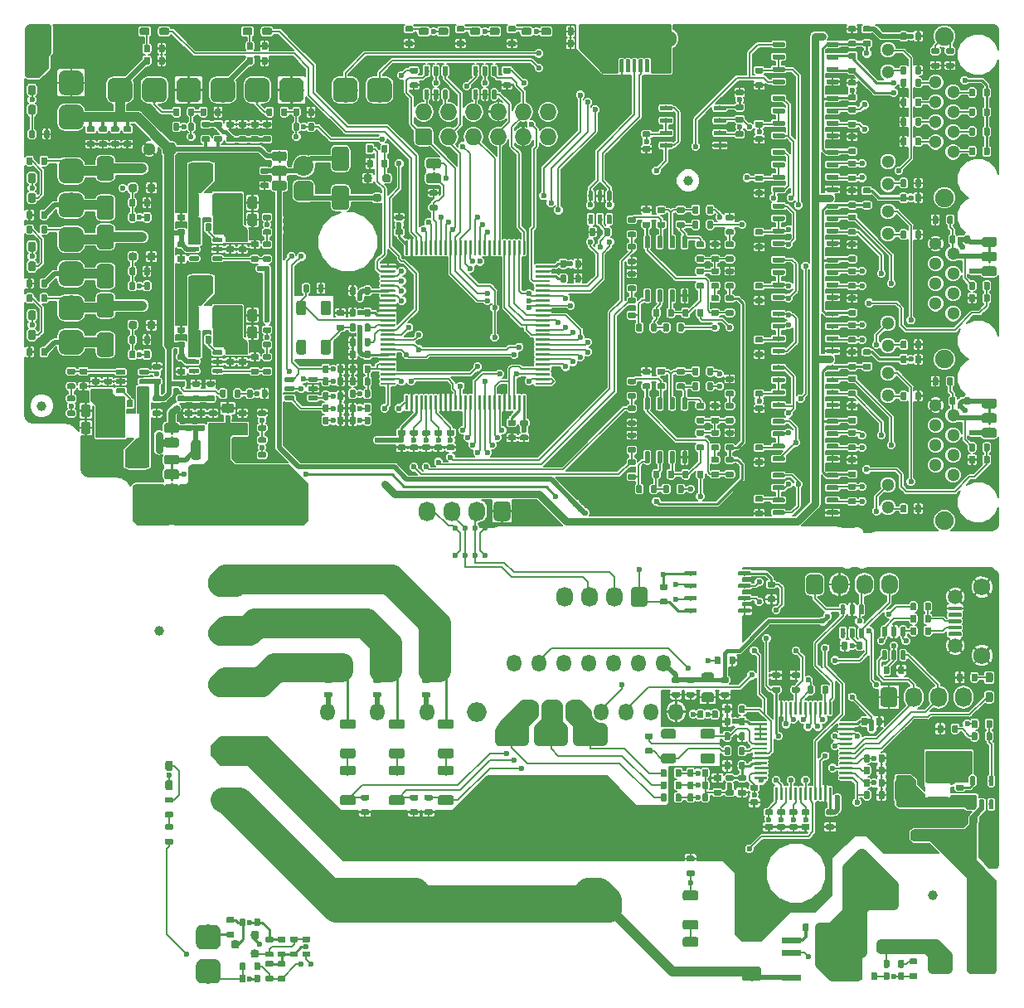
<source format=gtl>
%TF.GenerationSoftware,KiCad,Pcbnew,(5.0.0-rc2-198-gb8bbb15aa)*%
%TF.CreationDate,2018-10-15T22:21:02+08:00*%
%TF.ProjectId,stmbl_4.0,73746D626C5F342E302E6B696361645F,rev?*%
%TF.SameCoordinates,Original*%
%TF.FileFunction,Copper,L1,Top,Signal*%
%TF.FilePolarity,Positive*%
%FSLAX46Y46*%
G04 Gerber Fmt 4.6, Leading zero omitted, Abs format (unit mm)*
G04 Created by KiCad (PCBNEW (5.0.0-rc2-198-gb8bbb15aa)) date 10/15/18 22:21:02*
%MOMM*%
%LPD*%
G01*
G04 APERTURE LIST*
%ADD10C,0.250000*%
%ADD11O,1.727200X2.032000*%
%ADD12C,0.100000*%
%ADD13C,1.727200*%
%ADD14C,1.300000*%
%ADD15C,3.300000*%
%ADD16C,1.000000*%
%ADD17C,0.600000*%
%ADD18C,0.750000*%
%ADD19C,1.500000*%
%ADD20C,2.000000*%
%ADD21C,0.250000*%
%ADD22C,0.475000*%
%ADD23C,2.800000*%
%ADD24C,0.800100*%
%ADD25C,1.750000*%
%ADD26C,0.500000*%
%ADD27C,0.400000*%
%ADD28C,2.250000*%
%ADD29C,0.590000*%
%ADD30O,3.500000X2.000000*%
%ADD31C,2.032000*%
%ADD32O,2.032000X2.032000*%
%ADD33C,1.900000*%
%ADD34O,2.000000X2.000000*%
%ADD35O,1.500000X1.750000*%
%ADD36O,1.727200X1.727200*%
%ADD37C,2.500000*%
%ADD38C,0.200000*%
%ADD39C,0.500000*%
%ADD40C,0.300000*%
%ADD41C,0.750000*%
%ADD42C,0.150000*%
%ADD43C,1.000000*%
%ADD44C,0.400000*%
%ADD45C,2.500000*%
%ADD46C,2.000000*%
%ADD47C,0.254000*%
G04 APERTURE END LIST*
D10*
X140000000Y-64250000D02*
X140000000Y-64800000D01*
X140000000Y-65750000D02*
X140000000Y-65200000D01*
X113250000Y-92750000D02*
X113250000Y-92200000D01*
X113250000Y-91250000D02*
X113250000Y-91800000D01*
X113250000Y-97500000D02*
X113250000Y-96950000D01*
X113250000Y-96000000D02*
X113250000Y-96550000D01*
X113250000Y-94500000D02*
X113250000Y-96000000D01*
X196750000Y-91750000D02*
X196750000Y-91200000D01*
X196750000Y-90250000D02*
X196750000Y-90800000D01*
X196750000Y-88750000D02*
X196750000Y-90250000D01*
X124250000Y-63500000D02*
X124250000Y-64050000D01*
X124250000Y-65000000D02*
X124250000Y-64450000D01*
X124250000Y-66500000D02*
X124250000Y-65000000D01*
X196750000Y-75250000D02*
X196750000Y-74700000D01*
X196750000Y-73750000D02*
X196750000Y-74300000D01*
X196750000Y-72250000D02*
X196750000Y-73750000D01*
D11*
X139380000Y-99750000D03*
X141920000Y-99750000D03*
X144460000Y-99750000D03*
D12*
G36*
X147474124Y-98736079D02*
X147516040Y-98742297D01*
X147557145Y-98752593D01*
X147597043Y-98766869D01*
X147635349Y-98784986D01*
X147671695Y-98806771D01*
X147705731Y-98832014D01*
X147737129Y-98860471D01*
X147765586Y-98891869D01*
X147790829Y-98925905D01*
X147812614Y-98962251D01*
X147830731Y-99000557D01*
X147845007Y-99040455D01*
X147855303Y-99081560D01*
X147861521Y-99123476D01*
X147863600Y-99165800D01*
X147863600Y-100334200D01*
X147861521Y-100376524D01*
X147855303Y-100418440D01*
X147845007Y-100459545D01*
X147830731Y-100499443D01*
X147812614Y-100537749D01*
X147790829Y-100574095D01*
X147765586Y-100608131D01*
X147737129Y-100639529D01*
X147705731Y-100667986D01*
X147671695Y-100693229D01*
X147635349Y-100715014D01*
X147597043Y-100733131D01*
X147557145Y-100747407D01*
X147516040Y-100757703D01*
X147474124Y-100763921D01*
X147431800Y-100766000D01*
X146568200Y-100766000D01*
X146525876Y-100763921D01*
X146483960Y-100757703D01*
X146442855Y-100747407D01*
X146402957Y-100733131D01*
X146364651Y-100715014D01*
X146328305Y-100693229D01*
X146294269Y-100667986D01*
X146262871Y-100639529D01*
X146234414Y-100608131D01*
X146209171Y-100574095D01*
X146187386Y-100537749D01*
X146169269Y-100499443D01*
X146154993Y-100459545D01*
X146144697Y-100418440D01*
X146138479Y-100376524D01*
X146136400Y-100334200D01*
X146136400Y-99165800D01*
X146138479Y-99123476D01*
X146144697Y-99081560D01*
X146154993Y-99040455D01*
X146169269Y-99000557D01*
X146187386Y-98962251D01*
X146209171Y-98925905D01*
X146234414Y-98891869D01*
X146262871Y-98860471D01*
X146294269Y-98832014D01*
X146328305Y-98806771D01*
X146364651Y-98784986D01*
X146402957Y-98766869D01*
X146442855Y-98752593D01*
X146483960Y-98742297D01*
X146525876Y-98736079D01*
X146568200Y-98734000D01*
X147431800Y-98734000D01*
X147474124Y-98736079D01*
X147474124Y-98736079D01*
G37*
D13*
X147000000Y-99750000D03*
D14*
X111000000Y-62750000D03*
D12*
G36*
X113356856Y-62101565D02*
X113388404Y-62106245D01*
X113419343Y-62113994D01*
X113449372Y-62124739D01*
X113478204Y-62138376D01*
X113505560Y-62154772D01*
X113531178Y-62173772D01*
X113554810Y-62195190D01*
X113576228Y-62218822D01*
X113595228Y-62244440D01*
X113611624Y-62271796D01*
X113625261Y-62300628D01*
X113636006Y-62330657D01*
X113643755Y-62361596D01*
X113648435Y-62393144D01*
X113650000Y-62425000D01*
X113650000Y-63075000D01*
X113648435Y-63106856D01*
X113643755Y-63138404D01*
X113636006Y-63169343D01*
X113625261Y-63199372D01*
X113611624Y-63228204D01*
X113595228Y-63255560D01*
X113576228Y-63281178D01*
X113554810Y-63304810D01*
X113531178Y-63326228D01*
X113505560Y-63345228D01*
X113478204Y-63361624D01*
X113449372Y-63375261D01*
X113419343Y-63386006D01*
X113388404Y-63393755D01*
X113356856Y-63398435D01*
X113325000Y-63400000D01*
X112675000Y-63400000D01*
X112643144Y-63398435D01*
X112611596Y-63393755D01*
X112580657Y-63386006D01*
X112550628Y-63375261D01*
X112521796Y-63361624D01*
X112494440Y-63345228D01*
X112468822Y-63326228D01*
X112445190Y-63304810D01*
X112423772Y-63281178D01*
X112404772Y-63255560D01*
X112388376Y-63228204D01*
X112374739Y-63199372D01*
X112363994Y-63169343D01*
X112356245Y-63138404D01*
X112351565Y-63106856D01*
X112350000Y-63075000D01*
X112350000Y-62425000D01*
X112351565Y-62393144D01*
X112356245Y-62361596D01*
X112363994Y-62330657D01*
X112374739Y-62300628D01*
X112388376Y-62271796D01*
X112404772Y-62244440D01*
X112423772Y-62218822D01*
X112445190Y-62195190D01*
X112468822Y-62173772D01*
X112494440Y-62154772D01*
X112521796Y-62138376D01*
X112550628Y-62124739D01*
X112580657Y-62113994D01*
X112611596Y-62106245D01*
X112643144Y-62101565D01*
X112675000Y-62100000D01*
X113325000Y-62100000D01*
X113356856Y-62101565D01*
X113356856Y-62101565D01*
G37*
D14*
X113000000Y-62750000D03*
D12*
G36*
X137116398Y-137297781D02*
X137196484Y-137309660D01*
X137275019Y-137329332D01*
X137351248Y-137356607D01*
X137424436Y-137391223D01*
X137493879Y-137432846D01*
X137558908Y-137481074D01*
X137618897Y-137535445D01*
X138785623Y-138702171D01*
X138839994Y-138762160D01*
X138888222Y-138827189D01*
X138929845Y-138896632D01*
X138964461Y-138969820D01*
X138991736Y-139046049D01*
X139011408Y-139124584D01*
X139023287Y-139204670D01*
X139027260Y-139285534D01*
X139023287Y-139366398D01*
X139011408Y-139446484D01*
X138991736Y-139525019D01*
X138964461Y-139601248D01*
X138929845Y-139674436D01*
X138888222Y-139743879D01*
X138839994Y-139808908D01*
X138785623Y-139868897D01*
X137618897Y-141035623D01*
X137558908Y-141089994D01*
X137493879Y-141138222D01*
X137424436Y-141179845D01*
X137351248Y-141214461D01*
X137275019Y-141241736D01*
X137196484Y-141261408D01*
X137116398Y-141273287D01*
X137035534Y-141277260D01*
X136954670Y-141273287D01*
X136874584Y-141261408D01*
X136796049Y-141241736D01*
X136719820Y-141214461D01*
X136646632Y-141179845D01*
X136577189Y-141138222D01*
X136512160Y-141089994D01*
X136452171Y-141035623D01*
X135285445Y-139868897D01*
X135231074Y-139808908D01*
X135182846Y-139743879D01*
X135141223Y-139674436D01*
X135106607Y-139601248D01*
X135079332Y-139525019D01*
X135059660Y-139446484D01*
X135047781Y-139366398D01*
X135043808Y-139285534D01*
X135047781Y-139204670D01*
X135059660Y-139124584D01*
X135079332Y-139046049D01*
X135106607Y-138969820D01*
X135141223Y-138896632D01*
X135182846Y-138827189D01*
X135231074Y-138762160D01*
X135285445Y-138702171D01*
X136452171Y-137535445D01*
X136512160Y-137481074D01*
X136577189Y-137432846D01*
X136646632Y-137391223D01*
X136719820Y-137356607D01*
X136796049Y-137329332D01*
X136874584Y-137309660D01*
X136954670Y-137297781D01*
X137035534Y-137293808D01*
X137116398Y-137297781D01*
X137116398Y-137297781D01*
G37*
D15*
X137035534Y-139285534D03*
X129964466Y-132214466D03*
D12*
G36*
X157045330Y-137297781D02*
X157125416Y-137309660D01*
X157203951Y-137329332D01*
X157280180Y-137356607D01*
X157353368Y-137391223D01*
X157422811Y-137432846D01*
X157487840Y-137481074D01*
X157547829Y-137535445D01*
X158714555Y-138702171D01*
X158768926Y-138762160D01*
X158817154Y-138827189D01*
X158858777Y-138896632D01*
X158893393Y-138969820D01*
X158920668Y-139046049D01*
X158940340Y-139124584D01*
X158952219Y-139204670D01*
X158956192Y-139285534D01*
X158952219Y-139366398D01*
X158940340Y-139446484D01*
X158920668Y-139525019D01*
X158893393Y-139601248D01*
X158858777Y-139674436D01*
X158817154Y-139743879D01*
X158768926Y-139808908D01*
X158714555Y-139868897D01*
X157547829Y-141035623D01*
X157487840Y-141089994D01*
X157422811Y-141138222D01*
X157353368Y-141179845D01*
X157280180Y-141214461D01*
X157203951Y-141241736D01*
X157125416Y-141261408D01*
X157045330Y-141273287D01*
X156964466Y-141277260D01*
X156883602Y-141273287D01*
X156803516Y-141261408D01*
X156724981Y-141241736D01*
X156648752Y-141214461D01*
X156575564Y-141179845D01*
X156506121Y-141138222D01*
X156441092Y-141089994D01*
X156381103Y-141035623D01*
X155214377Y-139868897D01*
X155160006Y-139808908D01*
X155111778Y-139743879D01*
X155070155Y-139674436D01*
X155035539Y-139601248D01*
X155008264Y-139525019D01*
X154988592Y-139446484D01*
X154976713Y-139366398D01*
X154972740Y-139285534D01*
X154976713Y-139204670D01*
X154988592Y-139124584D01*
X155008264Y-139046049D01*
X155035539Y-138969820D01*
X155070155Y-138896632D01*
X155111778Y-138827189D01*
X155160006Y-138762160D01*
X155214377Y-138702171D01*
X156381103Y-137535445D01*
X156441092Y-137481074D01*
X156506121Y-137432846D01*
X156575564Y-137391223D01*
X156648752Y-137356607D01*
X156724981Y-137329332D01*
X156803516Y-137309660D01*
X156883602Y-137297781D01*
X156964466Y-137293808D01*
X157045330Y-137297781D01*
X157045330Y-137297781D01*
G37*
D15*
X156964466Y-139285534D03*
X164035534Y-132214466D03*
D16*
X112000000Y-112000000D03*
X166000000Y-66000000D03*
X100000000Y-89000000D03*
X191000000Y-139000000D03*
D12*
G36*
X140524504Y-63751204D02*
X140548773Y-63754804D01*
X140572571Y-63760765D01*
X140595671Y-63769030D01*
X140617849Y-63779520D01*
X140638893Y-63792133D01*
X140658598Y-63806747D01*
X140676777Y-63823223D01*
X140693253Y-63841402D01*
X140707867Y-63861107D01*
X140720480Y-63882151D01*
X140730970Y-63904329D01*
X140739235Y-63927429D01*
X140745196Y-63951227D01*
X140748796Y-63975496D01*
X140750000Y-64000000D01*
X140750000Y-64500000D01*
X140748796Y-64524504D01*
X140745196Y-64548773D01*
X140739235Y-64572571D01*
X140730970Y-64595671D01*
X140720480Y-64617849D01*
X140707867Y-64638893D01*
X140693253Y-64658598D01*
X140676777Y-64676777D01*
X140658598Y-64693253D01*
X140638893Y-64707867D01*
X140617849Y-64720480D01*
X140595671Y-64730970D01*
X140572571Y-64739235D01*
X140548773Y-64745196D01*
X140524504Y-64748796D01*
X140500000Y-64750000D01*
X139500000Y-64750000D01*
X139475496Y-64748796D01*
X139451227Y-64745196D01*
X139427429Y-64739235D01*
X139404329Y-64730970D01*
X139382151Y-64720480D01*
X139361107Y-64707867D01*
X139341402Y-64693253D01*
X139323223Y-64676777D01*
X139306747Y-64658598D01*
X139292133Y-64638893D01*
X139279520Y-64617849D01*
X139269030Y-64595671D01*
X139260765Y-64572571D01*
X139254804Y-64548773D01*
X139251204Y-64524504D01*
X139250000Y-64500000D01*
X139250000Y-64000000D01*
X139251204Y-63975496D01*
X139254804Y-63951227D01*
X139260765Y-63927429D01*
X139269030Y-63904329D01*
X139279520Y-63882151D01*
X139292133Y-63861107D01*
X139306747Y-63841402D01*
X139323223Y-63823223D01*
X139341402Y-63806747D01*
X139361107Y-63792133D01*
X139382151Y-63779520D01*
X139404329Y-63769030D01*
X139427429Y-63760765D01*
X139451227Y-63754804D01*
X139475496Y-63751204D01*
X139500000Y-63750000D01*
X140500000Y-63750000D01*
X140524504Y-63751204D01*
X140524504Y-63751204D01*
G37*
D16*
X140000000Y-64250000D03*
D12*
G36*
X140524504Y-65251204D02*
X140548773Y-65254804D01*
X140572571Y-65260765D01*
X140595671Y-65269030D01*
X140617849Y-65279520D01*
X140638893Y-65292133D01*
X140658598Y-65306747D01*
X140676777Y-65323223D01*
X140693253Y-65341402D01*
X140707867Y-65361107D01*
X140720480Y-65382151D01*
X140730970Y-65404329D01*
X140739235Y-65427429D01*
X140745196Y-65451227D01*
X140748796Y-65475496D01*
X140750000Y-65500000D01*
X140750000Y-66000000D01*
X140748796Y-66024504D01*
X140745196Y-66048773D01*
X140739235Y-66072571D01*
X140730970Y-66095671D01*
X140720480Y-66117849D01*
X140707867Y-66138893D01*
X140693253Y-66158598D01*
X140676777Y-66176777D01*
X140658598Y-66193253D01*
X140638893Y-66207867D01*
X140617849Y-66220480D01*
X140595671Y-66230970D01*
X140572571Y-66239235D01*
X140548773Y-66245196D01*
X140524504Y-66248796D01*
X140500000Y-66250000D01*
X139500000Y-66250000D01*
X139475496Y-66248796D01*
X139451227Y-66245196D01*
X139427429Y-66239235D01*
X139404329Y-66230970D01*
X139382151Y-66220480D01*
X139361107Y-66207867D01*
X139341402Y-66193253D01*
X139323223Y-66176777D01*
X139306747Y-66158598D01*
X139292133Y-66138893D01*
X139279520Y-66117849D01*
X139269030Y-66095671D01*
X139260765Y-66072571D01*
X139254804Y-66048773D01*
X139251204Y-66024504D01*
X139250000Y-66000000D01*
X139250000Y-65500000D01*
X139251204Y-65475496D01*
X139254804Y-65451227D01*
X139260765Y-65427429D01*
X139269030Y-65404329D01*
X139279520Y-65382151D01*
X139292133Y-65361107D01*
X139306747Y-65341402D01*
X139323223Y-65323223D01*
X139341402Y-65306747D01*
X139361107Y-65292133D01*
X139382151Y-65279520D01*
X139404329Y-65269030D01*
X139427429Y-65260765D01*
X139451227Y-65254804D01*
X139475496Y-65251204D01*
X139500000Y-65250000D01*
X140500000Y-65250000D01*
X140524504Y-65251204D01*
X140524504Y-65251204D01*
G37*
D16*
X140000000Y-65750000D03*
D12*
G36*
X113774504Y-92251204D02*
X113798773Y-92254804D01*
X113822571Y-92260765D01*
X113845671Y-92269030D01*
X113867849Y-92279520D01*
X113888893Y-92292133D01*
X113908598Y-92306747D01*
X113926777Y-92323223D01*
X113943253Y-92341402D01*
X113957867Y-92361107D01*
X113970480Y-92382151D01*
X113980970Y-92404329D01*
X113989235Y-92427429D01*
X113995196Y-92451227D01*
X113998796Y-92475496D01*
X114000000Y-92500000D01*
X114000000Y-93000000D01*
X113998796Y-93024504D01*
X113995196Y-93048773D01*
X113989235Y-93072571D01*
X113980970Y-93095671D01*
X113970480Y-93117849D01*
X113957867Y-93138893D01*
X113943253Y-93158598D01*
X113926777Y-93176777D01*
X113908598Y-93193253D01*
X113888893Y-93207867D01*
X113867849Y-93220480D01*
X113845671Y-93230970D01*
X113822571Y-93239235D01*
X113798773Y-93245196D01*
X113774504Y-93248796D01*
X113750000Y-93250000D01*
X112750000Y-93250000D01*
X112725496Y-93248796D01*
X112701227Y-93245196D01*
X112677429Y-93239235D01*
X112654329Y-93230970D01*
X112632151Y-93220480D01*
X112611107Y-93207867D01*
X112591402Y-93193253D01*
X112573223Y-93176777D01*
X112556747Y-93158598D01*
X112542133Y-93138893D01*
X112529520Y-93117849D01*
X112519030Y-93095671D01*
X112510765Y-93072571D01*
X112504804Y-93048773D01*
X112501204Y-93024504D01*
X112500000Y-93000000D01*
X112500000Y-92500000D01*
X112501204Y-92475496D01*
X112504804Y-92451227D01*
X112510765Y-92427429D01*
X112519030Y-92404329D01*
X112529520Y-92382151D01*
X112542133Y-92361107D01*
X112556747Y-92341402D01*
X112573223Y-92323223D01*
X112591402Y-92306747D01*
X112611107Y-92292133D01*
X112632151Y-92279520D01*
X112654329Y-92269030D01*
X112677429Y-92260765D01*
X112701227Y-92254804D01*
X112725496Y-92251204D01*
X112750000Y-92250000D01*
X113750000Y-92250000D01*
X113774504Y-92251204D01*
X113774504Y-92251204D01*
G37*
D16*
X113250000Y-92750000D03*
D12*
G36*
X113774504Y-90751204D02*
X113798773Y-90754804D01*
X113822571Y-90760765D01*
X113845671Y-90769030D01*
X113867849Y-90779520D01*
X113888893Y-90792133D01*
X113908598Y-90806747D01*
X113926777Y-90823223D01*
X113943253Y-90841402D01*
X113957867Y-90861107D01*
X113970480Y-90882151D01*
X113980970Y-90904329D01*
X113989235Y-90927429D01*
X113995196Y-90951227D01*
X113998796Y-90975496D01*
X114000000Y-91000000D01*
X114000000Y-91500000D01*
X113998796Y-91524504D01*
X113995196Y-91548773D01*
X113989235Y-91572571D01*
X113980970Y-91595671D01*
X113970480Y-91617849D01*
X113957867Y-91638893D01*
X113943253Y-91658598D01*
X113926777Y-91676777D01*
X113908598Y-91693253D01*
X113888893Y-91707867D01*
X113867849Y-91720480D01*
X113845671Y-91730970D01*
X113822571Y-91739235D01*
X113798773Y-91745196D01*
X113774504Y-91748796D01*
X113750000Y-91750000D01*
X112750000Y-91750000D01*
X112725496Y-91748796D01*
X112701227Y-91745196D01*
X112677429Y-91739235D01*
X112654329Y-91730970D01*
X112632151Y-91720480D01*
X112611107Y-91707867D01*
X112591402Y-91693253D01*
X112573223Y-91676777D01*
X112556747Y-91658598D01*
X112542133Y-91638893D01*
X112529520Y-91617849D01*
X112519030Y-91595671D01*
X112510765Y-91572571D01*
X112504804Y-91548773D01*
X112501204Y-91524504D01*
X112500000Y-91500000D01*
X112500000Y-91000000D01*
X112501204Y-90975496D01*
X112504804Y-90951227D01*
X112510765Y-90927429D01*
X112519030Y-90904329D01*
X112529520Y-90882151D01*
X112542133Y-90861107D01*
X112556747Y-90841402D01*
X112573223Y-90823223D01*
X112591402Y-90806747D01*
X112611107Y-90792133D01*
X112632151Y-90779520D01*
X112654329Y-90769030D01*
X112677429Y-90760765D01*
X112701227Y-90754804D01*
X112725496Y-90751204D01*
X112750000Y-90750000D01*
X113750000Y-90750000D01*
X113774504Y-90751204D01*
X113774504Y-90751204D01*
G37*
D16*
X113250000Y-91250000D03*
D12*
G36*
X182314703Y-143295722D02*
X182329264Y-143297882D01*
X182343543Y-143301459D01*
X182357403Y-143306418D01*
X182370710Y-143312712D01*
X182383336Y-143320280D01*
X182395159Y-143329048D01*
X182406066Y-143338934D01*
X182415952Y-143349841D01*
X182424720Y-143361664D01*
X182432288Y-143374290D01*
X182438582Y-143387597D01*
X182443541Y-143401457D01*
X182447118Y-143415736D01*
X182449278Y-143430297D01*
X182450000Y-143445000D01*
X182450000Y-143745000D01*
X182449278Y-143759703D01*
X182447118Y-143774264D01*
X182443541Y-143788543D01*
X182438582Y-143802403D01*
X182432288Y-143815710D01*
X182424720Y-143828336D01*
X182415952Y-143840159D01*
X182406066Y-143851066D01*
X182395159Y-143860952D01*
X182383336Y-143869720D01*
X182370710Y-143877288D01*
X182357403Y-143883582D01*
X182343543Y-143888541D01*
X182329264Y-143892118D01*
X182314703Y-143894278D01*
X182300000Y-143895000D01*
X180600000Y-143895000D01*
X180585297Y-143894278D01*
X180570736Y-143892118D01*
X180556457Y-143888541D01*
X180542597Y-143883582D01*
X180529290Y-143877288D01*
X180516664Y-143869720D01*
X180504841Y-143860952D01*
X180493934Y-143851066D01*
X180484048Y-143840159D01*
X180475280Y-143828336D01*
X180467712Y-143815710D01*
X180461418Y-143802403D01*
X180456459Y-143788543D01*
X180452882Y-143774264D01*
X180450722Y-143759703D01*
X180450000Y-143745000D01*
X180450000Y-143445000D01*
X180450722Y-143430297D01*
X180452882Y-143415736D01*
X180456459Y-143401457D01*
X180461418Y-143387597D01*
X180467712Y-143374290D01*
X180475280Y-143361664D01*
X180484048Y-143349841D01*
X180493934Y-143338934D01*
X180504841Y-143329048D01*
X180516664Y-143320280D01*
X180529290Y-143312712D01*
X180542597Y-143306418D01*
X180556457Y-143301459D01*
X180570736Y-143297882D01*
X180585297Y-143295722D01*
X180600000Y-143295000D01*
X182300000Y-143295000D01*
X182314703Y-143295722D01*
X182314703Y-143295722D01*
G37*
D17*
X181450000Y-143595000D03*
D12*
G36*
X182314703Y-144565722D02*
X182329264Y-144567882D01*
X182343543Y-144571459D01*
X182357403Y-144576418D01*
X182370710Y-144582712D01*
X182383336Y-144590280D01*
X182395159Y-144599048D01*
X182406066Y-144608934D01*
X182415952Y-144619841D01*
X182424720Y-144631664D01*
X182432288Y-144644290D01*
X182438582Y-144657597D01*
X182443541Y-144671457D01*
X182447118Y-144685736D01*
X182449278Y-144700297D01*
X182450000Y-144715000D01*
X182450000Y-145015000D01*
X182449278Y-145029703D01*
X182447118Y-145044264D01*
X182443541Y-145058543D01*
X182438582Y-145072403D01*
X182432288Y-145085710D01*
X182424720Y-145098336D01*
X182415952Y-145110159D01*
X182406066Y-145121066D01*
X182395159Y-145130952D01*
X182383336Y-145139720D01*
X182370710Y-145147288D01*
X182357403Y-145153582D01*
X182343543Y-145158541D01*
X182329264Y-145162118D01*
X182314703Y-145164278D01*
X182300000Y-145165000D01*
X180600000Y-145165000D01*
X180585297Y-145164278D01*
X180570736Y-145162118D01*
X180556457Y-145158541D01*
X180542597Y-145153582D01*
X180529290Y-145147288D01*
X180516664Y-145139720D01*
X180504841Y-145130952D01*
X180493934Y-145121066D01*
X180484048Y-145110159D01*
X180475280Y-145098336D01*
X180467712Y-145085710D01*
X180461418Y-145072403D01*
X180456459Y-145058543D01*
X180452882Y-145044264D01*
X180450722Y-145029703D01*
X180450000Y-145015000D01*
X180450000Y-144715000D01*
X180450722Y-144700297D01*
X180452882Y-144685736D01*
X180456459Y-144671457D01*
X180461418Y-144657597D01*
X180467712Y-144644290D01*
X180475280Y-144631664D01*
X180484048Y-144619841D01*
X180493934Y-144608934D01*
X180504841Y-144599048D01*
X180516664Y-144590280D01*
X180529290Y-144582712D01*
X180542597Y-144576418D01*
X180556457Y-144571459D01*
X180570736Y-144567882D01*
X180585297Y-144565722D01*
X180600000Y-144565000D01*
X182300000Y-144565000D01*
X182314703Y-144565722D01*
X182314703Y-144565722D01*
G37*
D17*
X181450000Y-144865000D03*
D12*
G36*
X182314703Y-145835722D02*
X182329264Y-145837882D01*
X182343543Y-145841459D01*
X182357403Y-145846418D01*
X182370710Y-145852712D01*
X182383336Y-145860280D01*
X182395159Y-145869048D01*
X182406066Y-145878934D01*
X182415952Y-145889841D01*
X182424720Y-145901664D01*
X182432288Y-145914290D01*
X182438582Y-145927597D01*
X182443541Y-145941457D01*
X182447118Y-145955736D01*
X182449278Y-145970297D01*
X182450000Y-145985000D01*
X182450000Y-146285000D01*
X182449278Y-146299703D01*
X182447118Y-146314264D01*
X182443541Y-146328543D01*
X182438582Y-146342403D01*
X182432288Y-146355710D01*
X182424720Y-146368336D01*
X182415952Y-146380159D01*
X182406066Y-146391066D01*
X182395159Y-146400952D01*
X182383336Y-146409720D01*
X182370710Y-146417288D01*
X182357403Y-146423582D01*
X182343543Y-146428541D01*
X182329264Y-146432118D01*
X182314703Y-146434278D01*
X182300000Y-146435000D01*
X180600000Y-146435000D01*
X180585297Y-146434278D01*
X180570736Y-146432118D01*
X180556457Y-146428541D01*
X180542597Y-146423582D01*
X180529290Y-146417288D01*
X180516664Y-146409720D01*
X180504841Y-146400952D01*
X180493934Y-146391066D01*
X180484048Y-146380159D01*
X180475280Y-146368336D01*
X180467712Y-146355710D01*
X180461418Y-146342403D01*
X180456459Y-146328543D01*
X180452882Y-146314264D01*
X180450722Y-146299703D01*
X180450000Y-146285000D01*
X180450000Y-145985000D01*
X180450722Y-145970297D01*
X180452882Y-145955736D01*
X180456459Y-145941457D01*
X180461418Y-145927597D01*
X180467712Y-145914290D01*
X180475280Y-145901664D01*
X180484048Y-145889841D01*
X180493934Y-145878934D01*
X180504841Y-145869048D01*
X180516664Y-145860280D01*
X180529290Y-145852712D01*
X180542597Y-145846418D01*
X180556457Y-145841459D01*
X180570736Y-145837882D01*
X180585297Y-145835722D01*
X180600000Y-145835000D01*
X182300000Y-145835000D01*
X182314703Y-145835722D01*
X182314703Y-145835722D01*
G37*
D17*
X181450000Y-146135000D03*
D12*
G36*
X182314703Y-147105722D02*
X182329264Y-147107882D01*
X182343543Y-147111459D01*
X182357403Y-147116418D01*
X182370710Y-147122712D01*
X182383336Y-147130280D01*
X182395159Y-147139048D01*
X182406066Y-147148934D01*
X182415952Y-147159841D01*
X182424720Y-147171664D01*
X182432288Y-147184290D01*
X182438582Y-147197597D01*
X182443541Y-147211457D01*
X182447118Y-147225736D01*
X182449278Y-147240297D01*
X182450000Y-147255000D01*
X182450000Y-147555000D01*
X182449278Y-147569703D01*
X182447118Y-147584264D01*
X182443541Y-147598543D01*
X182438582Y-147612403D01*
X182432288Y-147625710D01*
X182424720Y-147638336D01*
X182415952Y-147650159D01*
X182406066Y-147661066D01*
X182395159Y-147670952D01*
X182383336Y-147679720D01*
X182370710Y-147687288D01*
X182357403Y-147693582D01*
X182343543Y-147698541D01*
X182329264Y-147702118D01*
X182314703Y-147704278D01*
X182300000Y-147705000D01*
X180600000Y-147705000D01*
X180585297Y-147704278D01*
X180570736Y-147702118D01*
X180556457Y-147698541D01*
X180542597Y-147693582D01*
X180529290Y-147687288D01*
X180516664Y-147679720D01*
X180504841Y-147670952D01*
X180493934Y-147661066D01*
X180484048Y-147650159D01*
X180475280Y-147638336D01*
X180467712Y-147625710D01*
X180461418Y-147612403D01*
X180456459Y-147598543D01*
X180452882Y-147584264D01*
X180450722Y-147569703D01*
X180450000Y-147555000D01*
X180450000Y-147255000D01*
X180450722Y-147240297D01*
X180452882Y-147225736D01*
X180456459Y-147211457D01*
X180461418Y-147197597D01*
X180467712Y-147184290D01*
X180475280Y-147171664D01*
X180484048Y-147159841D01*
X180493934Y-147148934D01*
X180504841Y-147139048D01*
X180516664Y-147130280D01*
X180529290Y-147122712D01*
X180542597Y-147116418D01*
X180556457Y-147111459D01*
X180570736Y-147107882D01*
X180585297Y-147105722D01*
X180600000Y-147105000D01*
X182300000Y-147105000D01*
X182314703Y-147105722D01*
X182314703Y-147105722D01*
G37*
D17*
X181450000Y-147405000D03*
D12*
G36*
X177414703Y-147105722D02*
X177429264Y-147107882D01*
X177443543Y-147111459D01*
X177457403Y-147116418D01*
X177470710Y-147122712D01*
X177483336Y-147130280D01*
X177495159Y-147139048D01*
X177506066Y-147148934D01*
X177515952Y-147159841D01*
X177524720Y-147171664D01*
X177532288Y-147184290D01*
X177538582Y-147197597D01*
X177543541Y-147211457D01*
X177547118Y-147225736D01*
X177549278Y-147240297D01*
X177550000Y-147255000D01*
X177550000Y-147555000D01*
X177549278Y-147569703D01*
X177547118Y-147584264D01*
X177543541Y-147598543D01*
X177538582Y-147612403D01*
X177532288Y-147625710D01*
X177524720Y-147638336D01*
X177515952Y-147650159D01*
X177506066Y-147661066D01*
X177495159Y-147670952D01*
X177483336Y-147679720D01*
X177470710Y-147687288D01*
X177457403Y-147693582D01*
X177443543Y-147698541D01*
X177429264Y-147702118D01*
X177414703Y-147704278D01*
X177400000Y-147705000D01*
X175700000Y-147705000D01*
X175685297Y-147704278D01*
X175670736Y-147702118D01*
X175656457Y-147698541D01*
X175642597Y-147693582D01*
X175629290Y-147687288D01*
X175616664Y-147679720D01*
X175604841Y-147670952D01*
X175593934Y-147661066D01*
X175584048Y-147650159D01*
X175575280Y-147638336D01*
X175567712Y-147625710D01*
X175561418Y-147612403D01*
X175556459Y-147598543D01*
X175552882Y-147584264D01*
X175550722Y-147569703D01*
X175550000Y-147555000D01*
X175550000Y-147255000D01*
X175550722Y-147240297D01*
X175552882Y-147225736D01*
X175556459Y-147211457D01*
X175561418Y-147197597D01*
X175567712Y-147184290D01*
X175575280Y-147171664D01*
X175584048Y-147159841D01*
X175593934Y-147148934D01*
X175604841Y-147139048D01*
X175616664Y-147130280D01*
X175629290Y-147122712D01*
X175642597Y-147116418D01*
X175656457Y-147111459D01*
X175670736Y-147107882D01*
X175685297Y-147105722D01*
X175700000Y-147105000D01*
X177400000Y-147105000D01*
X177414703Y-147105722D01*
X177414703Y-147105722D01*
G37*
D17*
X176550000Y-147405000D03*
D12*
G36*
X177414703Y-144565722D02*
X177429264Y-144567882D01*
X177443543Y-144571459D01*
X177457403Y-144576418D01*
X177470710Y-144582712D01*
X177483336Y-144590280D01*
X177495159Y-144599048D01*
X177506066Y-144608934D01*
X177515952Y-144619841D01*
X177524720Y-144631664D01*
X177532288Y-144644290D01*
X177538582Y-144657597D01*
X177543541Y-144671457D01*
X177547118Y-144685736D01*
X177549278Y-144700297D01*
X177550000Y-144715000D01*
X177550000Y-145015000D01*
X177549278Y-145029703D01*
X177547118Y-145044264D01*
X177543541Y-145058543D01*
X177538582Y-145072403D01*
X177532288Y-145085710D01*
X177524720Y-145098336D01*
X177515952Y-145110159D01*
X177506066Y-145121066D01*
X177495159Y-145130952D01*
X177483336Y-145139720D01*
X177470710Y-145147288D01*
X177457403Y-145153582D01*
X177443543Y-145158541D01*
X177429264Y-145162118D01*
X177414703Y-145164278D01*
X177400000Y-145165000D01*
X175700000Y-145165000D01*
X175685297Y-145164278D01*
X175670736Y-145162118D01*
X175656457Y-145158541D01*
X175642597Y-145153582D01*
X175629290Y-145147288D01*
X175616664Y-145139720D01*
X175604841Y-145130952D01*
X175593934Y-145121066D01*
X175584048Y-145110159D01*
X175575280Y-145098336D01*
X175567712Y-145085710D01*
X175561418Y-145072403D01*
X175556459Y-145058543D01*
X175552882Y-145044264D01*
X175550722Y-145029703D01*
X175550000Y-145015000D01*
X175550000Y-144715000D01*
X175550722Y-144700297D01*
X175552882Y-144685736D01*
X175556459Y-144671457D01*
X175561418Y-144657597D01*
X175567712Y-144644290D01*
X175575280Y-144631664D01*
X175584048Y-144619841D01*
X175593934Y-144608934D01*
X175604841Y-144599048D01*
X175616664Y-144590280D01*
X175629290Y-144582712D01*
X175642597Y-144576418D01*
X175656457Y-144571459D01*
X175670736Y-144567882D01*
X175685297Y-144565722D01*
X175700000Y-144565000D01*
X177400000Y-144565000D01*
X177414703Y-144565722D01*
X177414703Y-144565722D01*
G37*
D17*
X176550000Y-144865000D03*
D12*
G36*
X177414703Y-143295722D02*
X177429264Y-143297882D01*
X177443543Y-143301459D01*
X177457403Y-143306418D01*
X177470710Y-143312712D01*
X177483336Y-143320280D01*
X177495159Y-143329048D01*
X177506066Y-143338934D01*
X177515952Y-143349841D01*
X177524720Y-143361664D01*
X177532288Y-143374290D01*
X177538582Y-143387597D01*
X177543541Y-143401457D01*
X177547118Y-143415736D01*
X177549278Y-143430297D01*
X177550000Y-143445000D01*
X177550000Y-143745000D01*
X177549278Y-143759703D01*
X177547118Y-143774264D01*
X177543541Y-143788543D01*
X177538582Y-143802403D01*
X177532288Y-143815710D01*
X177524720Y-143828336D01*
X177515952Y-143840159D01*
X177506066Y-143851066D01*
X177495159Y-143860952D01*
X177483336Y-143869720D01*
X177470710Y-143877288D01*
X177457403Y-143883582D01*
X177443543Y-143888541D01*
X177429264Y-143892118D01*
X177414703Y-143894278D01*
X177400000Y-143895000D01*
X175700000Y-143895000D01*
X175685297Y-143894278D01*
X175670736Y-143892118D01*
X175656457Y-143888541D01*
X175642597Y-143883582D01*
X175629290Y-143877288D01*
X175616664Y-143869720D01*
X175604841Y-143860952D01*
X175593934Y-143851066D01*
X175584048Y-143840159D01*
X175575280Y-143828336D01*
X175567712Y-143815710D01*
X175561418Y-143802403D01*
X175556459Y-143788543D01*
X175552882Y-143774264D01*
X175550722Y-143759703D01*
X175550000Y-143745000D01*
X175550000Y-143445000D01*
X175550722Y-143430297D01*
X175552882Y-143415736D01*
X175556459Y-143401457D01*
X175561418Y-143387597D01*
X175567712Y-143374290D01*
X175575280Y-143361664D01*
X175584048Y-143349841D01*
X175593934Y-143338934D01*
X175604841Y-143329048D01*
X175616664Y-143320280D01*
X175629290Y-143312712D01*
X175642597Y-143306418D01*
X175656457Y-143301459D01*
X175670736Y-143297882D01*
X175685297Y-143295722D01*
X175700000Y-143295000D01*
X177400000Y-143295000D01*
X177414703Y-143295722D01*
X177414703Y-143295722D01*
G37*
D17*
X176550000Y-143595000D03*
D12*
G36*
X99205878Y-79250903D02*
X99224079Y-79253603D01*
X99241928Y-79258074D01*
X99259253Y-79264273D01*
X99275887Y-79272140D01*
X99291669Y-79281599D01*
X99306449Y-79292561D01*
X99320083Y-79304917D01*
X99332439Y-79318551D01*
X99343401Y-79333331D01*
X99352860Y-79349113D01*
X99360727Y-79365747D01*
X99366926Y-79383072D01*
X99371397Y-79400921D01*
X99374097Y-79419122D01*
X99375000Y-79437500D01*
X99375000Y-80062500D01*
X99374097Y-80080878D01*
X99371397Y-80099079D01*
X99366926Y-80116928D01*
X99360727Y-80134253D01*
X99352860Y-80150887D01*
X99343401Y-80166669D01*
X99332439Y-80181449D01*
X99320083Y-80195083D01*
X99306449Y-80207439D01*
X99291669Y-80218401D01*
X99275887Y-80227860D01*
X99259253Y-80235727D01*
X99241928Y-80241926D01*
X99224079Y-80246397D01*
X99205878Y-80249097D01*
X99187500Y-80250000D01*
X98812500Y-80250000D01*
X98794122Y-80249097D01*
X98775921Y-80246397D01*
X98758072Y-80241926D01*
X98740747Y-80235727D01*
X98724113Y-80227860D01*
X98708331Y-80218401D01*
X98693551Y-80207439D01*
X98679917Y-80195083D01*
X98667561Y-80181449D01*
X98656599Y-80166669D01*
X98647140Y-80150887D01*
X98639273Y-80134253D01*
X98633074Y-80116928D01*
X98628603Y-80099079D01*
X98625903Y-80080878D01*
X98625000Y-80062500D01*
X98625000Y-79437500D01*
X98625903Y-79419122D01*
X98628603Y-79400921D01*
X98633074Y-79383072D01*
X98639273Y-79365747D01*
X98647140Y-79349113D01*
X98656599Y-79333331D01*
X98667561Y-79318551D01*
X98679917Y-79304917D01*
X98693551Y-79292561D01*
X98708331Y-79281599D01*
X98724113Y-79272140D01*
X98740747Y-79264273D01*
X98758072Y-79258074D01*
X98775921Y-79253603D01*
X98794122Y-79250903D01*
X98812500Y-79250000D01*
X99187500Y-79250000D01*
X99205878Y-79250903D01*
X99205878Y-79250903D01*
G37*
D18*
X99000000Y-79750000D03*
D12*
G36*
X99205878Y-81250903D02*
X99224079Y-81253603D01*
X99241928Y-81258074D01*
X99259253Y-81264273D01*
X99275887Y-81272140D01*
X99291669Y-81281599D01*
X99306449Y-81292561D01*
X99320083Y-81304917D01*
X99332439Y-81318551D01*
X99343401Y-81333331D01*
X99352860Y-81349113D01*
X99360727Y-81365747D01*
X99366926Y-81383072D01*
X99371397Y-81400921D01*
X99374097Y-81419122D01*
X99375000Y-81437500D01*
X99375000Y-82062500D01*
X99374097Y-82080878D01*
X99371397Y-82099079D01*
X99366926Y-82116928D01*
X99360727Y-82134253D01*
X99352860Y-82150887D01*
X99343401Y-82166669D01*
X99332439Y-82181449D01*
X99320083Y-82195083D01*
X99306449Y-82207439D01*
X99291669Y-82218401D01*
X99275887Y-82227860D01*
X99259253Y-82235727D01*
X99241928Y-82241926D01*
X99224079Y-82246397D01*
X99205878Y-82249097D01*
X99187500Y-82250000D01*
X98812500Y-82250000D01*
X98794122Y-82249097D01*
X98775921Y-82246397D01*
X98758072Y-82241926D01*
X98740747Y-82235727D01*
X98724113Y-82227860D01*
X98708331Y-82218401D01*
X98693551Y-82207439D01*
X98679917Y-82195083D01*
X98667561Y-82181449D01*
X98656599Y-82166669D01*
X98647140Y-82150887D01*
X98639273Y-82134253D01*
X98633074Y-82116928D01*
X98628603Y-82099079D01*
X98625903Y-82080878D01*
X98625000Y-82062500D01*
X98625000Y-81437500D01*
X98625903Y-81419122D01*
X98628603Y-81400921D01*
X98633074Y-81383072D01*
X98639273Y-81365747D01*
X98647140Y-81349113D01*
X98656599Y-81333331D01*
X98667561Y-81318551D01*
X98679917Y-81304917D01*
X98693551Y-81292561D01*
X98708331Y-81281599D01*
X98724113Y-81272140D01*
X98740747Y-81264273D01*
X98758072Y-81258074D01*
X98775921Y-81253603D01*
X98794122Y-81250903D01*
X98812500Y-81250000D01*
X99187500Y-81250000D01*
X99205878Y-81250903D01*
X99205878Y-81250903D01*
G37*
D18*
X99000000Y-81750000D03*
D12*
G36*
X99205878Y-72250903D02*
X99224079Y-72253603D01*
X99241928Y-72258074D01*
X99259253Y-72264273D01*
X99275887Y-72272140D01*
X99291669Y-72281599D01*
X99306449Y-72292561D01*
X99320083Y-72304917D01*
X99332439Y-72318551D01*
X99343401Y-72333331D01*
X99352860Y-72349113D01*
X99360727Y-72365747D01*
X99366926Y-72383072D01*
X99371397Y-72400921D01*
X99374097Y-72419122D01*
X99375000Y-72437500D01*
X99375000Y-73062500D01*
X99374097Y-73080878D01*
X99371397Y-73099079D01*
X99366926Y-73116928D01*
X99360727Y-73134253D01*
X99352860Y-73150887D01*
X99343401Y-73166669D01*
X99332439Y-73181449D01*
X99320083Y-73195083D01*
X99306449Y-73207439D01*
X99291669Y-73218401D01*
X99275887Y-73227860D01*
X99259253Y-73235727D01*
X99241928Y-73241926D01*
X99224079Y-73246397D01*
X99205878Y-73249097D01*
X99187500Y-73250000D01*
X98812500Y-73250000D01*
X98794122Y-73249097D01*
X98775921Y-73246397D01*
X98758072Y-73241926D01*
X98740747Y-73235727D01*
X98724113Y-73227860D01*
X98708331Y-73218401D01*
X98693551Y-73207439D01*
X98679917Y-73195083D01*
X98667561Y-73181449D01*
X98656599Y-73166669D01*
X98647140Y-73150887D01*
X98639273Y-73134253D01*
X98633074Y-73116928D01*
X98628603Y-73099079D01*
X98625903Y-73080878D01*
X98625000Y-73062500D01*
X98625000Y-72437500D01*
X98625903Y-72419122D01*
X98628603Y-72400921D01*
X98633074Y-72383072D01*
X98639273Y-72365747D01*
X98647140Y-72349113D01*
X98656599Y-72333331D01*
X98667561Y-72318551D01*
X98679917Y-72304917D01*
X98693551Y-72292561D01*
X98708331Y-72281599D01*
X98724113Y-72272140D01*
X98740747Y-72264273D01*
X98758072Y-72258074D01*
X98775921Y-72253603D01*
X98794122Y-72250903D01*
X98812500Y-72250000D01*
X99187500Y-72250000D01*
X99205878Y-72250903D01*
X99205878Y-72250903D01*
G37*
D18*
X99000000Y-72750000D03*
D12*
G36*
X99205878Y-74250903D02*
X99224079Y-74253603D01*
X99241928Y-74258074D01*
X99259253Y-74264273D01*
X99275887Y-74272140D01*
X99291669Y-74281599D01*
X99306449Y-74292561D01*
X99320083Y-74304917D01*
X99332439Y-74318551D01*
X99343401Y-74333331D01*
X99352860Y-74349113D01*
X99360727Y-74365747D01*
X99366926Y-74383072D01*
X99371397Y-74400921D01*
X99374097Y-74419122D01*
X99375000Y-74437500D01*
X99375000Y-75062500D01*
X99374097Y-75080878D01*
X99371397Y-75099079D01*
X99366926Y-75116928D01*
X99360727Y-75134253D01*
X99352860Y-75150887D01*
X99343401Y-75166669D01*
X99332439Y-75181449D01*
X99320083Y-75195083D01*
X99306449Y-75207439D01*
X99291669Y-75218401D01*
X99275887Y-75227860D01*
X99259253Y-75235727D01*
X99241928Y-75241926D01*
X99224079Y-75246397D01*
X99205878Y-75249097D01*
X99187500Y-75250000D01*
X98812500Y-75250000D01*
X98794122Y-75249097D01*
X98775921Y-75246397D01*
X98758072Y-75241926D01*
X98740747Y-75235727D01*
X98724113Y-75227860D01*
X98708331Y-75218401D01*
X98693551Y-75207439D01*
X98679917Y-75195083D01*
X98667561Y-75181449D01*
X98656599Y-75166669D01*
X98647140Y-75150887D01*
X98639273Y-75134253D01*
X98633074Y-75116928D01*
X98628603Y-75099079D01*
X98625903Y-75080878D01*
X98625000Y-75062500D01*
X98625000Y-74437500D01*
X98625903Y-74419122D01*
X98628603Y-74400921D01*
X98633074Y-74383072D01*
X98639273Y-74365747D01*
X98647140Y-74349113D01*
X98656599Y-74333331D01*
X98667561Y-74318551D01*
X98679917Y-74304917D01*
X98693551Y-74292561D01*
X98708331Y-74281599D01*
X98724113Y-74272140D01*
X98740747Y-74264273D01*
X98758072Y-74258074D01*
X98775921Y-74253603D01*
X98794122Y-74250903D01*
X98812500Y-74250000D01*
X99187500Y-74250000D01*
X99205878Y-74250903D01*
X99205878Y-74250903D01*
G37*
D18*
X99000000Y-74750000D03*
D12*
G36*
X99205878Y-65250903D02*
X99224079Y-65253603D01*
X99241928Y-65258074D01*
X99259253Y-65264273D01*
X99275887Y-65272140D01*
X99291669Y-65281599D01*
X99306449Y-65292561D01*
X99320083Y-65304917D01*
X99332439Y-65318551D01*
X99343401Y-65333331D01*
X99352860Y-65349113D01*
X99360727Y-65365747D01*
X99366926Y-65383072D01*
X99371397Y-65400921D01*
X99374097Y-65419122D01*
X99375000Y-65437500D01*
X99375000Y-66062500D01*
X99374097Y-66080878D01*
X99371397Y-66099079D01*
X99366926Y-66116928D01*
X99360727Y-66134253D01*
X99352860Y-66150887D01*
X99343401Y-66166669D01*
X99332439Y-66181449D01*
X99320083Y-66195083D01*
X99306449Y-66207439D01*
X99291669Y-66218401D01*
X99275887Y-66227860D01*
X99259253Y-66235727D01*
X99241928Y-66241926D01*
X99224079Y-66246397D01*
X99205878Y-66249097D01*
X99187500Y-66250000D01*
X98812500Y-66250000D01*
X98794122Y-66249097D01*
X98775921Y-66246397D01*
X98758072Y-66241926D01*
X98740747Y-66235727D01*
X98724113Y-66227860D01*
X98708331Y-66218401D01*
X98693551Y-66207439D01*
X98679917Y-66195083D01*
X98667561Y-66181449D01*
X98656599Y-66166669D01*
X98647140Y-66150887D01*
X98639273Y-66134253D01*
X98633074Y-66116928D01*
X98628603Y-66099079D01*
X98625903Y-66080878D01*
X98625000Y-66062500D01*
X98625000Y-65437500D01*
X98625903Y-65419122D01*
X98628603Y-65400921D01*
X98633074Y-65383072D01*
X98639273Y-65365747D01*
X98647140Y-65349113D01*
X98656599Y-65333331D01*
X98667561Y-65318551D01*
X98679917Y-65304917D01*
X98693551Y-65292561D01*
X98708331Y-65281599D01*
X98724113Y-65272140D01*
X98740747Y-65264273D01*
X98758072Y-65258074D01*
X98775921Y-65253603D01*
X98794122Y-65250903D01*
X98812500Y-65250000D01*
X99187500Y-65250000D01*
X99205878Y-65250903D01*
X99205878Y-65250903D01*
G37*
D18*
X99000000Y-65750000D03*
D12*
G36*
X99205878Y-67250903D02*
X99224079Y-67253603D01*
X99241928Y-67258074D01*
X99259253Y-67264273D01*
X99275887Y-67272140D01*
X99291669Y-67281599D01*
X99306449Y-67292561D01*
X99320083Y-67304917D01*
X99332439Y-67318551D01*
X99343401Y-67333331D01*
X99352860Y-67349113D01*
X99360727Y-67365747D01*
X99366926Y-67383072D01*
X99371397Y-67400921D01*
X99374097Y-67419122D01*
X99375000Y-67437500D01*
X99375000Y-68062500D01*
X99374097Y-68080878D01*
X99371397Y-68099079D01*
X99366926Y-68116928D01*
X99360727Y-68134253D01*
X99352860Y-68150887D01*
X99343401Y-68166669D01*
X99332439Y-68181449D01*
X99320083Y-68195083D01*
X99306449Y-68207439D01*
X99291669Y-68218401D01*
X99275887Y-68227860D01*
X99259253Y-68235727D01*
X99241928Y-68241926D01*
X99224079Y-68246397D01*
X99205878Y-68249097D01*
X99187500Y-68250000D01*
X98812500Y-68250000D01*
X98794122Y-68249097D01*
X98775921Y-68246397D01*
X98758072Y-68241926D01*
X98740747Y-68235727D01*
X98724113Y-68227860D01*
X98708331Y-68218401D01*
X98693551Y-68207439D01*
X98679917Y-68195083D01*
X98667561Y-68181449D01*
X98656599Y-68166669D01*
X98647140Y-68150887D01*
X98639273Y-68134253D01*
X98633074Y-68116928D01*
X98628603Y-68099079D01*
X98625903Y-68080878D01*
X98625000Y-68062500D01*
X98625000Y-67437500D01*
X98625903Y-67419122D01*
X98628603Y-67400921D01*
X98633074Y-67383072D01*
X98639273Y-67365747D01*
X98647140Y-67349113D01*
X98656599Y-67333331D01*
X98667561Y-67318551D01*
X98679917Y-67304917D01*
X98693551Y-67292561D01*
X98708331Y-67281599D01*
X98724113Y-67272140D01*
X98740747Y-67264273D01*
X98758072Y-67258074D01*
X98775921Y-67253603D01*
X98794122Y-67250903D01*
X98812500Y-67250000D01*
X99187500Y-67250000D01*
X99205878Y-67250903D01*
X99205878Y-67250903D01*
G37*
D18*
X99000000Y-67750000D03*
D12*
G36*
X151830878Y-50375903D02*
X151849079Y-50378603D01*
X151866928Y-50383074D01*
X151884253Y-50389273D01*
X151900887Y-50397140D01*
X151916669Y-50406599D01*
X151931449Y-50417561D01*
X151945083Y-50429917D01*
X151957439Y-50443551D01*
X151968401Y-50458331D01*
X151977860Y-50474113D01*
X151985727Y-50490747D01*
X151991926Y-50508072D01*
X151996397Y-50525921D01*
X151999097Y-50544122D01*
X152000000Y-50562500D01*
X152000000Y-50937500D01*
X151999097Y-50955878D01*
X151996397Y-50974079D01*
X151991926Y-50991928D01*
X151985727Y-51009253D01*
X151977860Y-51025887D01*
X151968401Y-51041669D01*
X151957439Y-51056449D01*
X151945083Y-51070083D01*
X151931449Y-51082439D01*
X151916669Y-51093401D01*
X151900887Y-51102860D01*
X151884253Y-51110727D01*
X151866928Y-51116926D01*
X151849079Y-51121397D01*
X151830878Y-51124097D01*
X151812500Y-51125000D01*
X151187500Y-51125000D01*
X151169122Y-51124097D01*
X151150921Y-51121397D01*
X151133072Y-51116926D01*
X151115747Y-51110727D01*
X151099113Y-51102860D01*
X151083331Y-51093401D01*
X151068551Y-51082439D01*
X151054917Y-51070083D01*
X151042561Y-51056449D01*
X151031599Y-51041669D01*
X151022140Y-51025887D01*
X151014273Y-51009253D01*
X151008074Y-50991928D01*
X151003603Y-50974079D01*
X151000903Y-50955878D01*
X151000000Y-50937500D01*
X151000000Y-50562500D01*
X151000903Y-50544122D01*
X151003603Y-50525921D01*
X151008074Y-50508072D01*
X151014273Y-50490747D01*
X151022140Y-50474113D01*
X151031599Y-50458331D01*
X151042561Y-50443551D01*
X151054917Y-50429917D01*
X151068551Y-50417561D01*
X151083331Y-50406599D01*
X151099113Y-50397140D01*
X151115747Y-50389273D01*
X151133072Y-50383074D01*
X151150921Y-50378603D01*
X151169122Y-50375903D01*
X151187500Y-50375000D01*
X151812500Y-50375000D01*
X151830878Y-50375903D01*
X151830878Y-50375903D01*
G37*
D18*
X151500000Y-50750000D03*
D12*
G36*
X149830878Y-50375903D02*
X149849079Y-50378603D01*
X149866928Y-50383074D01*
X149884253Y-50389273D01*
X149900887Y-50397140D01*
X149916669Y-50406599D01*
X149931449Y-50417561D01*
X149945083Y-50429917D01*
X149957439Y-50443551D01*
X149968401Y-50458331D01*
X149977860Y-50474113D01*
X149985727Y-50490747D01*
X149991926Y-50508072D01*
X149996397Y-50525921D01*
X149999097Y-50544122D01*
X150000000Y-50562500D01*
X150000000Y-50937500D01*
X149999097Y-50955878D01*
X149996397Y-50974079D01*
X149991926Y-50991928D01*
X149985727Y-51009253D01*
X149977860Y-51025887D01*
X149968401Y-51041669D01*
X149957439Y-51056449D01*
X149945083Y-51070083D01*
X149931449Y-51082439D01*
X149916669Y-51093401D01*
X149900887Y-51102860D01*
X149884253Y-51110727D01*
X149866928Y-51116926D01*
X149849079Y-51121397D01*
X149830878Y-51124097D01*
X149812500Y-51125000D01*
X149187500Y-51125000D01*
X149169122Y-51124097D01*
X149150921Y-51121397D01*
X149133072Y-51116926D01*
X149115747Y-51110727D01*
X149099113Y-51102860D01*
X149083331Y-51093401D01*
X149068551Y-51082439D01*
X149054917Y-51070083D01*
X149042561Y-51056449D01*
X149031599Y-51041669D01*
X149022140Y-51025887D01*
X149014273Y-51009253D01*
X149008074Y-50991928D01*
X149003603Y-50974079D01*
X149000903Y-50955878D01*
X149000000Y-50937500D01*
X149000000Y-50562500D01*
X149000903Y-50544122D01*
X149003603Y-50525921D01*
X149008074Y-50508072D01*
X149014273Y-50490747D01*
X149022140Y-50474113D01*
X149031599Y-50458331D01*
X149042561Y-50443551D01*
X149054917Y-50429917D01*
X149068551Y-50417561D01*
X149083331Y-50406599D01*
X149099113Y-50397140D01*
X149115747Y-50389273D01*
X149133072Y-50383074D01*
X149150921Y-50378603D01*
X149169122Y-50375903D01*
X149187500Y-50375000D01*
X149812500Y-50375000D01*
X149830878Y-50375903D01*
X149830878Y-50375903D01*
G37*
D18*
X149500000Y-50750000D03*
D12*
G36*
X146580878Y-50375903D02*
X146599079Y-50378603D01*
X146616928Y-50383074D01*
X146634253Y-50389273D01*
X146650887Y-50397140D01*
X146666669Y-50406599D01*
X146681449Y-50417561D01*
X146695083Y-50429917D01*
X146707439Y-50443551D01*
X146718401Y-50458331D01*
X146727860Y-50474113D01*
X146735727Y-50490747D01*
X146741926Y-50508072D01*
X146746397Y-50525921D01*
X146749097Y-50544122D01*
X146750000Y-50562500D01*
X146750000Y-50937500D01*
X146749097Y-50955878D01*
X146746397Y-50974079D01*
X146741926Y-50991928D01*
X146735727Y-51009253D01*
X146727860Y-51025887D01*
X146718401Y-51041669D01*
X146707439Y-51056449D01*
X146695083Y-51070083D01*
X146681449Y-51082439D01*
X146666669Y-51093401D01*
X146650887Y-51102860D01*
X146634253Y-51110727D01*
X146616928Y-51116926D01*
X146599079Y-51121397D01*
X146580878Y-51124097D01*
X146562500Y-51125000D01*
X145937500Y-51125000D01*
X145919122Y-51124097D01*
X145900921Y-51121397D01*
X145883072Y-51116926D01*
X145865747Y-51110727D01*
X145849113Y-51102860D01*
X145833331Y-51093401D01*
X145818551Y-51082439D01*
X145804917Y-51070083D01*
X145792561Y-51056449D01*
X145781599Y-51041669D01*
X145772140Y-51025887D01*
X145764273Y-51009253D01*
X145758074Y-50991928D01*
X145753603Y-50974079D01*
X145750903Y-50955878D01*
X145750000Y-50937500D01*
X145750000Y-50562500D01*
X145750903Y-50544122D01*
X145753603Y-50525921D01*
X145758074Y-50508072D01*
X145764273Y-50490747D01*
X145772140Y-50474113D01*
X145781599Y-50458331D01*
X145792561Y-50443551D01*
X145804917Y-50429917D01*
X145818551Y-50417561D01*
X145833331Y-50406599D01*
X145849113Y-50397140D01*
X145865747Y-50389273D01*
X145883072Y-50383074D01*
X145900921Y-50378603D01*
X145919122Y-50375903D01*
X145937500Y-50375000D01*
X146562500Y-50375000D01*
X146580878Y-50375903D01*
X146580878Y-50375903D01*
G37*
D18*
X146250000Y-50750000D03*
D12*
G36*
X144580878Y-50375903D02*
X144599079Y-50378603D01*
X144616928Y-50383074D01*
X144634253Y-50389273D01*
X144650887Y-50397140D01*
X144666669Y-50406599D01*
X144681449Y-50417561D01*
X144695083Y-50429917D01*
X144707439Y-50443551D01*
X144718401Y-50458331D01*
X144727860Y-50474113D01*
X144735727Y-50490747D01*
X144741926Y-50508072D01*
X144746397Y-50525921D01*
X144749097Y-50544122D01*
X144750000Y-50562500D01*
X144750000Y-50937500D01*
X144749097Y-50955878D01*
X144746397Y-50974079D01*
X144741926Y-50991928D01*
X144735727Y-51009253D01*
X144727860Y-51025887D01*
X144718401Y-51041669D01*
X144707439Y-51056449D01*
X144695083Y-51070083D01*
X144681449Y-51082439D01*
X144666669Y-51093401D01*
X144650887Y-51102860D01*
X144634253Y-51110727D01*
X144616928Y-51116926D01*
X144599079Y-51121397D01*
X144580878Y-51124097D01*
X144562500Y-51125000D01*
X143937500Y-51125000D01*
X143919122Y-51124097D01*
X143900921Y-51121397D01*
X143883072Y-51116926D01*
X143865747Y-51110727D01*
X143849113Y-51102860D01*
X143833331Y-51093401D01*
X143818551Y-51082439D01*
X143804917Y-51070083D01*
X143792561Y-51056449D01*
X143781599Y-51041669D01*
X143772140Y-51025887D01*
X143764273Y-51009253D01*
X143758074Y-50991928D01*
X143753603Y-50974079D01*
X143750903Y-50955878D01*
X143750000Y-50937500D01*
X143750000Y-50562500D01*
X143750903Y-50544122D01*
X143753603Y-50525921D01*
X143758074Y-50508072D01*
X143764273Y-50490747D01*
X143772140Y-50474113D01*
X143781599Y-50458331D01*
X143792561Y-50443551D01*
X143804917Y-50429917D01*
X143818551Y-50417561D01*
X143833331Y-50406599D01*
X143849113Y-50397140D01*
X143865747Y-50389273D01*
X143883072Y-50383074D01*
X143900921Y-50378603D01*
X143919122Y-50375903D01*
X143937500Y-50375000D01*
X144562500Y-50375000D01*
X144580878Y-50375903D01*
X144580878Y-50375903D01*
G37*
D18*
X144250000Y-50750000D03*
D12*
G36*
X141330878Y-50375903D02*
X141349079Y-50378603D01*
X141366928Y-50383074D01*
X141384253Y-50389273D01*
X141400887Y-50397140D01*
X141416669Y-50406599D01*
X141431449Y-50417561D01*
X141445083Y-50429917D01*
X141457439Y-50443551D01*
X141468401Y-50458331D01*
X141477860Y-50474113D01*
X141485727Y-50490747D01*
X141491926Y-50508072D01*
X141496397Y-50525921D01*
X141499097Y-50544122D01*
X141500000Y-50562500D01*
X141500000Y-50937500D01*
X141499097Y-50955878D01*
X141496397Y-50974079D01*
X141491926Y-50991928D01*
X141485727Y-51009253D01*
X141477860Y-51025887D01*
X141468401Y-51041669D01*
X141457439Y-51056449D01*
X141445083Y-51070083D01*
X141431449Y-51082439D01*
X141416669Y-51093401D01*
X141400887Y-51102860D01*
X141384253Y-51110727D01*
X141366928Y-51116926D01*
X141349079Y-51121397D01*
X141330878Y-51124097D01*
X141312500Y-51125000D01*
X140687500Y-51125000D01*
X140669122Y-51124097D01*
X140650921Y-51121397D01*
X140633072Y-51116926D01*
X140615747Y-51110727D01*
X140599113Y-51102860D01*
X140583331Y-51093401D01*
X140568551Y-51082439D01*
X140554917Y-51070083D01*
X140542561Y-51056449D01*
X140531599Y-51041669D01*
X140522140Y-51025887D01*
X140514273Y-51009253D01*
X140508074Y-50991928D01*
X140503603Y-50974079D01*
X140500903Y-50955878D01*
X140500000Y-50937500D01*
X140500000Y-50562500D01*
X140500903Y-50544122D01*
X140503603Y-50525921D01*
X140508074Y-50508072D01*
X140514273Y-50490747D01*
X140522140Y-50474113D01*
X140531599Y-50458331D01*
X140542561Y-50443551D01*
X140554917Y-50429917D01*
X140568551Y-50417561D01*
X140583331Y-50406599D01*
X140599113Y-50397140D01*
X140615747Y-50389273D01*
X140633072Y-50383074D01*
X140650921Y-50378603D01*
X140669122Y-50375903D01*
X140687500Y-50375000D01*
X141312500Y-50375000D01*
X141330878Y-50375903D01*
X141330878Y-50375903D01*
G37*
D18*
X141000000Y-50750000D03*
D12*
G36*
X139330878Y-50375903D02*
X139349079Y-50378603D01*
X139366928Y-50383074D01*
X139384253Y-50389273D01*
X139400887Y-50397140D01*
X139416669Y-50406599D01*
X139431449Y-50417561D01*
X139445083Y-50429917D01*
X139457439Y-50443551D01*
X139468401Y-50458331D01*
X139477860Y-50474113D01*
X139485727Y-50490747D01*
X139491926Y-50508072D01*
X139496397Y-50525921D01*
X139499097Y-50544122D01*
X139500000Y-50562500D01*
X139500000Y-50937500D01*
X139499097Y-50955878D01*
X139496397Y-50974079D01*
X139491926Y-50991928D01*
X139485727Y-51009253D01*
X139477860Y-51025887D01*
X139468401Y-51041669D01*
X139457439Y-51056449D01*
X139445083Y-51070083D01*
X139431449Y-51082439D01*
X139416669Y-51093401D01*
X139400887Y-51102860D01*
X139384253Y-51110727D01*
X139366928Y-51116926D01*
X139349079Y-51121397D01*
X139330878Y-51124097D01*
X139312500Y-51125000D01*
X138687500Y-51125000D01*
X138669122Y-51124097D01*
X138650921Y-51121397D01*
X138633072Y-51116926D01*
X138615747Y-51110727D01*
X138599113Y-51102860D01*
X138583331Y-51093401D01*
X138568551Y-51082439D01*
X138554917Y-51070083D01*
X138542561Y-51056449D01*
X138531599Y-51041669D01*
X138522140Y-51025887D01*
X138514273Y-51009253D01*
X138508074Y-50991928D01*
X138503603Y-50974079D01*
X138500903Y-50955878D01*
X138500000Y-50937500D01*
X138500000Y-50562500D01*
X138500903Y-50544122D01*
X138503603Y-50525921D01*
X138508074Y-50508072D01*
X138514273Y-50490747D01*
X138522140Y-50474113D01*
X138531599Y-50458331D01*
X138542561Y-50443551D01*
X138554917Y-50429917D01*
X138568551Y-50417561D01*
X138583331Y-50406599D01*
X138599113Y-50397140D01*
X138615747Y-50389273D01*
X138633072Y-50383074D01*
X138650921Y-50378603D01*
X138669122Y-50375903D01*
X138687500Y-50375000D01*
X139312500Y-50375000D01*
X139330878Y-50375903D01*
X139330878Y-50375903D01*
G37*
D18*
X139000000Y-50750000D03*
D12*
G36*
X112830878Y-50375903D02*
X112849079Y-50378603D01*
X112866928Y-50383074D01*
X112884253Y-50389273D01*
X112900887Y-50397140D01*
X112916669Y-50406599D01*
X112931449Y-50417561D01*
X112945083Y-50429917D01*
X112957439Y-50443551D01*
X112968401Y-50458331D01*
X112977860Y-50474113D01*
X112985727Y-50490747D01*
X112991926Y-50508072D01*
X112996397Y-50525921D01*
X112999097Y-50544122D01*
X113000000Y-50562500D01*
X113000000Y-50937500D01*
X112999097Y-50955878D01*
X112996397Y-50974079D01*
X112991926Y-50991928D01*
X112985727Y-51009253D01*
X112977860Y-51025887D01*
X112968401Y-51041669D01*
X112957439Y-51056449D01*
X112945083Y-51070083D01*
X112931449Y-51082439D01*
X112916669Y-51093401D01*
X112900887Y-51102860D01*
X112884253Y-51110727D01*
X112866928Y-51116926D01*
X112849079Y-51121397D01*
X112830878Y-51124097D01*
X112812500Y-51125000D01*
X112187500Y-51125000D01*
X112169122Y-51124097D01*
X112150921Y-51121397D01*
X112133072Y-51116926D01*
X112115747Y-51110727D01*
X112099113Y-51102860D01*
X112083331Y-51093401D01*
X112068551Y-51082439D01*
X112054917Y-51070083D01*
X112042561Y-51056449D01*
X112031599Y-51041669D01*
X112022140Y-51025887D01*
X112014273Y-51009253D01*
X112008074Y-50991928D01*
X112003603Y-50974079D01*
X112000903Y-50955878D01*
X112000000Y-50937500D01*
X112000000Y-50562500D01*
X112000903Y-50544122D01*
X112003603Y-50525921D01*
X112008074Y-50508072D01*
X112014273Y-50490747D01*
X112022140Y-50474113D01*
X112031599Y-50458331D01*
X112042561Y-50443551D01*
X112054917Y-50429917D01*
X112068551Y-50417561D01*
X112083331Y-50406599D01*
X112099113Y-50397140D01*
X112115747Y-50389273D01*
X112133072Y-50383074D01*
X112150921Y-50378603D01*
X112169122Y-50375903D01*
X112187500Y-50375000D01*
X112812500Y-50375000D01*
X112830878Y-50375903D01*
X112830878Y-50375903D01*
G37*
D18*
X112500000Y-50750000D03*
D12*
G36*
X110830878Y-50375903D02*
X110849079Y-50378603D01*
X110866928Y-50383074D01*
X110884253Y-50389273D01*
X110900887Y-50397140D01*
X110916669Y-50406599D01*
X110931449Y-50417561D01*
X110945083Y-50429917D01*
X110957439Y-50443551D01*
X110968401Y-50458331D01*
X110977860Y-50474113D01*
X110985727Y-50490747D01*
X110991926Y-50508072D01*
X110996397Y-50525921D01*
X110999097Y-50544122D01*
X111000000Y-50562500D01*
X111000000Y-50937500D01*
X110999097Y-50955878D01*
X110996397Y-50974079D01*
X110991926Y-50991928D01*
X110985727Y-51009253D01*
X110977860Y-51025887D01*
X110968401Y-51041669D01*
X110957439Y-51056449D01*
X110945083Y-51070083D01*
X110931449Y-51082439D01*
X110916669Y-51093401D01*
X110900887Y-51102860D01*
X110884253Y-51110727D01*
X110866928Y-51116926D01*
X110849079Y-51121397D01*
X110830878Y-51124097D01*
X110812500Y-51125000D01*
X110187500Y-51125000D01*
X110169122Y-51124097D01*
X110150921Y-51121397D01*
X110133072Y-51116926D01*
X110115747Y-51110727D01*
X110099113Y-51102860D01*
X110083331Y-51093401D01*
X110068551Y-51082439D01*
X110054917Y-51070083D01*
X110042561Y-51056449D01*
X110031599Y-51041669D01*
X110022140Y-51025887D01*
X110014273Y-51009253D01*
X110008074Y-50991928D01*
X110003603Y-50974079D01*
X110000903Y-50955878D01*
X110000000Y-50937500D01*
X110000000Y-50562500D01*
X110000903Y-50544122D01*
X110003603Y-50525921D01*
X110008074Y-50508072D01*
X110014273Y-50490747D01*
X110022140Y-50474113D01*
X110031599Y-50458331D01*
X110042561Y-50443551D01*
X110054917Y-50429917D01*
X110068551Y-50417561D01*
X110083331Y-50406599D01*
X110099113Y-50397140D01*
X110115747Y-50389273D01*
X110133072Y-50383074D01*
X110150921Y-50378603D01*
X110169122Y-50375903D01*
X110187500Y-50375000D01*
X110812500Y-50375000D01*
X110830878Y-50375903D01*
X110830878Y-50375903D01*
G37*
D18*
X110500000Y-50750000D03*
D12*
G36*
X123330878Y-50375903D02*
X123349079Y-50378603D01*
X123366928Y-50383074D01*
X123384253Y-50389273D01*
X123400887Y-50397140D01*
X123416669Y-50406599D01*
X123431449Y-50417561D01*
X123445083Y-50429917D01*
X123457439Y-50443551D01*
X123468401Y-50458331D01*
X123477860Y-50474113D01*
X123485727Y-50490747D01*
X123491926Y-50508072D01*
X123496397Y-50525921D01*
X123499097Y-50544122D01*
X123500000Y-50562500D01*
X123500000Y-50937500D01*
X123499097Y-50955878D01*
X123496397Y-50974079D01*
X123491926Y-50991928D01*
X123485727Y-51009253D01*
X123477860Y-51025887D01*
X123468401Y-51041669D01*
X123457439Y-51056449D01*
X123445083Y-51070083D01*
X123431449Y-51082439D01*
X123416669Y-51093401D01*
X123400887Y-51102860D01*
X123384253Y-51110727D01*
X123366928Y-51116926D01*
X123349079Y-51121397D01*
X123330878Y-51124097D01*
X123312500Y-51125000D01*
X122687500Y-51125000D01*
X122669122Y-51124097D01*
X122650921Y-51121397D01*
X122633072Y-51116926D01*
X122615747Y-51110727D01*
X122599113Y-51102860D01*
X122583331Y-51093401D01*
X122568551Y-51082439D01*
X122554917Y-51070083D01*
X122542561Y-51056449D01*
X122531599Y-51041669D01*
X122522140Y-51025887D01*
X122514273Y-51009253D01*
X122508074Y-50991928D01*
X122503603Y-50974079D01*
X122500903Y-50955878D01*
X122500000Y-50937500D01*
X122500000Y-50562500D01*
X122500903Y-50544122D01*
X122503603Y-50525921D01*
X122508074Y-50508072D01*
X122514273Y-50490747D01*
X122522140Y-50474113D01*
X122531599Y-50458331D01*
X122542561Y-50443551D01*
X122554917Y-50429917D01*
X122568551Y-50417561D01*
X122583331Y-50406599D01*
X122599113Y-50397140D01*
X122615747Y-50389273D01*
X122633072Y-50383074D01*
X122650921Y-50378603D01*
X122669122Y-50375903D01*
X122687500Y-50375000D01*
X123312500Y-50375000D01*
X123330878Y-50375903D01*
X123330878Y-50375903D01*
G37*
D18*
X123000000Y-50750000D03*
D12*
G36*
X121330878Y-50375903D02*
X121349079Y-50378603D01*
X121366928Y-50383074D01*
X121384253Y-50389273D01*
X121400887Y-50397140D01*
X121416669Y-50406599D01*
X121431449Y-50417561D01*
X121445083Y-50429917D01*
X121457439Y-50443551D01*
X121468401Y-50458331D01*
X121477860Y-50474113D01*
X121485727Y-50490747D01*
X121491926Y-50508072D01*
X121496397Y-50525921D01*
X121499097Y-50544122D01*
X121500000Y-50562500D01*
X121500000Y-50937500D01*
X121499097Y-50955878D01*
X121496397Y-50974079D01*
X121491926Y-50991928D01*
X121485727Y-51009253D01*
X121477860Y-51025887D01*
X121468401Y-51041669D01*
X121457439Y-51056449D01*
X121445083Y-51070083D01*
X121431449Y-51082439D01*
X121416669Y-51093401D01*
X121400887Y-51102860D01*
X121384253Y-51110727D01*
X121366928Y-51116926D01*
X121349079Y-51121397D01*
X121330878Y-51124097D01*
X121312500Y-51125000D01*
X120687500Y-51125000D01*
X120669122Y-51124097D01*
X120650921Y-51121397D01*
X120633072Y-51116926D01*
X120615747Y-51110727D01*
X120599113Y-51102860D01*
X120583331Y-51093401D01*
X120568551Y-51082439D01*
X120554917Y-51070083D01*
X120542561Y-51056449D01*
X120531599Y-51041669D01*
X120522140Y-51025887D01*
X120514273Y-51009253D01*
X120508074Y-50991928D01*
X120503603Y-50974079D01*
X120500903Y-50955878D01*
X120500000Y-50937500D01*
X120500000Y-50562500D01*
X120500903Y-50544122D01*
X120503603Y-50525921D01*
X120508074Y-50508072D01*
X120514273Y-50490747D01*
X120522140Y-50474113D01*
X120531599Y-50458331D01*
X120542561Y-50443551D01*
X120554917Y-50429917D01*
X120568551Y-50417561D01*
X120583331Y-50406599D01*
X120599113Y-50397140D01*
X120615747Y-50389273D01*
X120633072Y-50383074D01*
X120650921Y-50378603D01*
X120669122Y-50375903D01*
X120687500Y-50375000D01*
X121312500Y-50375000D01*
X121330878Y-50375903D01*
X121330878Y-50375903D01*
G37*
D18*
X121000000Y-50750000D03*
D12*
G36*
X99205878Y-56250903D02*
X99224079Y-56253603D01*
X99241928Y-56258074D01*
X99259253Y-56264273D01*
X99275887Y-56272140D01*
X99291669Y-56281599D01*
X99306449Y-56292561D01*
X99320083Y-56304917D01*
X99332439Y-56318551D01*
X99343401Y-56333331D01*
X99352860Y-56349113D01*
X99360727Y-56365747D01*
X99366926Y-56383072D01*
X99371397Y-56400921D01*
X99374097Y-56419122D01*
X99375000Y-56437500D01*
X99375000Y-57062500D01*
X99374097Y-57080878D01*
X99371397Y-57099079D01*
X99366926Y-57116928D01*
X99360727Y-57134253D01*
X99352860Y-57150887D01*
X99343401Y-57166669D01*
X99332439Y-57181449D01*
X99320083Y-57195083D01*
X99306449Y-57207439D01*
X99291669Y-57218401D01*
X99275887Y-57227860D01*
X99259253Y-57235727D01*
X99241928Y-57241926D01*
X99224079Y-57246397D01*
X99205878Y-57249097D01*
X99187500Y-57250000D01*
X98812500Y-57250000D01*
X98794122Y-57249097D01*
X98775921Y-57246397D01*
X98758072Y-57241926D01*
X98740747Y-57235727D01*
X98724113Y-57227860D01*
X98708331Y-57218401D01*
X98693551Y-57207439D01*
X98679917Y-57195083D01*
X98667561Y-57181449D01*
X98656599Y-57166669D01*
X98647140Y-57150887D01*
X98639273Y-57134253D01*
X98633074Y-57116928D01*
X98628603Y-57099079D01*
X98625903Y-57080878D01*
X98625000Y-57062500D01*
X98625000Y-56437500D01*
X98625903Y-56419122D01*
X98628603Y-56400921D01*
X98633074Y-56383072D01*
X98639273Y-56365747D01*
X98647140Y-56349113D01*
X98656599Y-56333331D01*
X98667561Y-56318551D01*
X98679917Y-56304917D01*
X98693551Y-56292561D01*
X98708331Y-56281599D01*
X98724113Y-56272140D01*
X98740747Y-56264273D01*
X98758072Y-56258074D01*
X98775921Y-56253603D01*
X98794122Y-56250903D01*
X98812500Y-56250000D01*
X99187500Y-56250000D01*
X99205878Y-56250903D01*
X99205878Y-56250903D01*
G37*
D18*
X99000000Y-56750000D03*
D12*
G36*
X99205878Y-58250903D02*
X99224079Y-58253603D01*
X99241928Y-58258074D01*
X99259253Y-58264273D01*
X99275887Y-58272140D01*
X99291669Y-58281599D01*
X99306449Y-58292561D01*
X99320083Y-58304917D01*
X99332439Y-58318551D01*
X99343401Y-58333331D01*
X99352860Y-58349113D01*
X99360727Y-58365747D01*
X99366926Y-58383072D01*
X99371397Y-58400921D01*
X99374097Y-58419122D01*
X99375000Y-58437500D01*
X99375000Y-59062500D01*
X99374097Y-59080878D01*
X99371397Y-59099079D01*
X99366926Y-59116928D01*
X99360727Y-59134253D01*
X99352860Y-59150887D01*
X99343401Y-59166669D01*
X99332439Y-59181449D01*
X99320083Y-59195083D01*
X99306449Y-59207439D01*
X99291669Y-59218401D01*
X99275887Y-59227860D01*
X99259253Y-59235727D01*
X99241928Y-59241926D01*
X99224079Y-59246397D01*
X99205878Y-59249097D01*
X99187500Y-59250000D01*
X98812500Y-59250000D01*
X98794122Y-59249097D01*
X98775921Y-59246397D01*
X98758072Y-59241926D01*
X98740747Y-59235727D01*
X98724113Y-59227860D01*
X98708331Y-59218401D01*
X98693551Y-59207439D01*
X98679917Y-59195083D01*
X98667561Y-59181449D01*
X98656599Y-59166669D01*
X98647140Y-59150887D01*
X98639273Y-59134253D01*
X98633074Y-59116928D01*
X98628603Y-59099079D01*
X98625903Y-59080878D01*
X98625000Y-59062500D01*
X98625000Y-58437500D01*
X98625903Y-58419122D01*
X98628603Y-58400921D01*
X98633074Y-58383072D01*
X98639273Y-58365747D01*
X98647140Y-58349113D01*
X98656599Y-58333331D01*
X98667561Y-58318551D01*
X98679917Y-58304917D01*
X98693551Y-58292561D01*
X98708331Y-58281599D01*
X98724113Y-58272140D01*
X98740747Y-58264273D01*
X98758072Y-58258074D01*
X98775921Y-58253603D01*
X98794122Y-58250903D01*
X98812500Y-58250000D01*
X99187500Y-58250000D01*
X99205878Y-58250903D01*
X99205878Y-58250903D01*
G37*
D18*
X99000000Y-58750000D03*
D12*
G36*
X196955878Y-118250903D02*
X196974079Y-118253603D01*
X196991928Y-118258074D01*
X197009253Y-118264273D01*
X197025887Y-118272140D01*
X197041669Y-118281599D01*
X197056449Y-118292561D01*
X197070083Y-118304917D01*
X197082439Y-118318551D01*
X197093401Y-118333331D01*
X197102860Y-118349113D01*
X197110727Y-118365747D01*
X197116926Y-118383072D01*
X197121397Y-118400921D01*
X197124097Y-118419122D01*
X197125000Y-118437500D01*
X197125000Y-119062500D01*
X197124097Y-119080878D01*
X197121397Y-119099079D01*
X197116926Y-119116928D01*
X197110727Y-119134253D01*
X197102860Y-119150887D01*
X197093401Y-119166669D01*
X197082439Y-119181449D01*
X197070083Y-119195083D01*
X197056449Y-119207439D01*
X197041669Y-119218401D01*
X197025887Y-119227860D01*
X197009253Y-119235727D01*
X196991928Y-119241926D01*
X196974079Y-119246397D01*
X196955878Y-119249097D01*
X196937500Y-119250000D01*
X196562500Y-119250000D01*
X196544122Y-119249097D01*
X196525921Y-119246397D01*
X196508072Y-119241926D01*
X196490747Y-119235727D01*
X196474113Y-119227860D01*
X196458331Y-119218401D01*
X196443551Y-119207439D01*
X196429917Y-119195083D01*
X196417561Y-119181449D01*
X196406599Y-119166669D01*
X196397140Y-119150887D01*
X196389273Y-119134253D01*
X196383074Y-119116928D01*
X196378603Y-119099079D01*
X196375903Y-119080878D01*
X196375000Y-119062500D01*
X196375000Y-118437500D01*
X196375903Y-118419122D01*
X196378603Y-118400921D01*
X196383074Y-118383072D01*
X196389273Y-118365747D01*
X196397140Y-118349113D01*
X196406599Y-118333331D01*
X196417561Y-118318551D01*
X196429917Y-118304917D01*
X196443551Y-118292561D01*
X196458331Y-118281599D01*
X196474113Y-118272140D01*
X196490747Y-118264273D01*
X196508072Y-118258074D01*
X196525921Y-118253603D01*
X196544122Y-118250903D01*
X196562500Y-118250000D01*
X196937500Y-118250000D01*
X196955878Y-118250903D01*
X196955878Y-118250903D01*
G37*
D18*
X196750000Y-118750000D03*
D12*
G36*
X196955878Y-116250903D02*
X196974079Y-116253603D01*
X196991928Y-116258074D01*
X197009253Y-116264273D01*
X197025887Y-116272140D01*
X197041669Y-116281599D01*
X197056449Y-116292561D01*
X197070083Y-116304917D01*
X197082439Y-116318551D01*
X197093401Y-116333331D01*
X197102860Y-116349113D01*
X197110727Y-116365747D01*
X197116926Y-116383072D01*
X197121397Y-116400921D01*
X197124097Y-116419122D01*
X197125000Y-116437500D01*
X197125000Y-117062500D01*
X197124097Y-117080878D01*
X197121397Y-117099079D01*
X197116926Y-117116928D01*
X197110727Y-117134253D01*
X197102860Y-117150887D01*
X197093401Y-117166669D01*
X197082439Y-117181449D01*
X197070083Y-117195083D01*
X197056449Y-117207439D01*
X197041669Y-117218401D01*
X197025887Y-117227860D01*
X197009253Y-117235727D01*
X196991928Y-117241926D01*
X196974079Y-117246397D01*
X196955878Y-117249097D01*
X196937500Y-117250000D01*
X196562500Y-117250000D01*
X196544122Y-117249097D01*
X196525921Y-117246397D01*
X196508072Y-117241926D01*
X196490747Y-117235727D01*
X196474113Y-117227860D01*
X196458331Y-117218401D01*
X196443551Y-117207439D01*
X196429917Y-117195083D01*
X196417561Y-117181449D01*
X196406599Y-117166669D01*
X196397140Y-117150887D01*
X196389273Y-117134253D01*
X196383074Y-117116928D01*
X196378603Y-117099079D01*
X196375903Y-117080878D01*
X196375000Y-117062500D01*
X196375000Y-116437500D01*
X196375903Y-116419122D01*
X196378603Y-116400921D01*
X196383074Y-116383072D01*
X196389273Y-116365747D01*
X196397140Y-116349113D01*
X196406599Y-116333331D01*
X196417561Y-116318551D01*
X196429917Y-116304917D01*
X196443551Y-116292561D01*
X196458331Y-116281599D01*
X196474113Y-116272140D01*
X196490747Y-116264273D01*
X196508072Y-116258074D01*
X196525921Y-116253603D01*
X196544122Y-116250903D01*
X196562500Y-116250000D01*
X196937500Y-116250000D01*
X196955878Y-116250903D01*
X196955878Y-116250903D01*
G37*
D18*
X196750000Y-116750000D03*
D12*
G36*
X113205878Y-125250903D02*
X113224079Y-125253603D01*
X113241928Y-125258074D01*
X113259253Y-125264273D01*
X113275887Y-125272140D01*
X113291669Y-125281599D01*
X113306449Y-125292561D01*
X113320083Y-125304917D01*
X113332439Y-125318551D01*
X113343401Y-125333331D01*
X113352860Y-125349113D01*
X113360727Y-125365747D01*
X113366926Y-125383072D01*
X113371397Y-125400921D01*
X113374097Y-125419122D01*
X113375000Y-125437500D01*
X113375000Y-126062500D01*
X113374097Y-126080878D01*
X113371397Y-126099079D01*
X113366926Y-126116928D01*
X113360727Y-126134253D01*
X113352860Y-126150887D01*
X113343401Y-126166669D01*
X113332439Y-126181449D01*
X113320083Y-126195083D01*
X113306449Y-126207439D01*
X113291669Y-126218401D01*
X113275887Y-126227860D01*
X113259253Y-126235727D01*
X113241928Y-126241926D01*
X113224079Y-126246397D01*
X113205878Y-126249097D01*
X113187500Y-126250000D01*
X112812500Y-126250000D01*
X112794122Y-126249097D01*
X112775921Y-126246397D01*
X112758072Y-126241926D01*
X112740747Y-126235727D01*
X112724113Y-126227860D01*
X112708331Y-126218401D01*
X112693551Y-126207439D01*
X112679917Y-126195083D01*
X112667561Y-126181449D01*
X112656599Y-126166669D01*
X112647140Y-126150887D01*
X112639273Y-126134253D01*
X112633074Y-126116928D01*
X112628603Y-126099079D01*
X112625903Y-126080878D01*
X112625000Y-126062500D01*
X112625000Y-125437500D01*
X112625903Y-125419122D01*
X112628603Y-125400921D01*
X112633074Y-125383072D01*
X112639273Y-125365747D01*
X112647140Y-125349113D01*
X112656599Y-125333331D01*
X112667561Y-125318551D01*
X112679917Y-125304917D01*
X112693551Y-125292561D01*
X112708331Y-125281599D01*
X112724113Y-125272140D01*
X112740747Y-125264273D01*
X112758072Y-125258074D01*
X112775921Y-125253603D01*
X112794122Y-125250903D01*
X112812500Y-125250000D01*
X113187500Y-125250000D01*
X113205878Y-125250903D01*
X113205878Y-125250903D01*
G37*
D18*
X113000000Y-125750000D03*
D12*
G36*
X113205878Y-127250903D02*
X113224079Y-127253603D01*
X113241928Y-127258074D01*
X113259253Y-127264273D01*
X113275887Y-127272140D01*
X113291669Y-127281599D01*
X113306449Y-127292561D01*
X113320083Y-127304917D01*
X113332439Y-127318551D01*
X113343401Y-127333331D01*
X113352860Y-127349113D01*
X113360727Y-127365747D01*
X113366926Y-127383072D01*
X113371397Y-127400921D01*
X113374097Y-127419122D01*
X113375000Y-127437500D01*
X113375000Y-128062500D01*
X113374097Y-128080878D01*
X113371397Y-128099079D01*
X113366926Y-128116928D01*
X113360727Y-128134253D01*
X113352860Y-128150887D01*
X113343401Y-128166669D01*
X113332439Y-128181449D01*
X113320083Y-128195083D01*
X113306449Y-128207439D01*
X113291669Y-128218401D01*
X113275887Y-128227860D01*
X113259253Y-128235727D01*
X113241928Y-128241926D01*
X113224079Y-128246397D01*
X113205878Y-128249097D01*
X113187500Y-128250000D01*
X112812500Y-128250000D01*
X112794122Y-128249097D01*
X112775921Y-128246397D01*
X112758072Y-128241926D01*
X112740747Y-128235727D01*
X112724113Y-128227860D01*
X112708331Y-128218401D01*
X112693551Y-128207439D01*
X112679917Y-128195083D01*
X112667561Y-128181449D01*
X112656599Y-128166669D01*
X112647140Y-128150887D01*
X112639273Y-128134253D01*
X112633074Y-128116928D01*
X112628603Y-128099079D01*
X112625903Y-128080878D01*
X112625000Y-128062500D01*
X112625000Y-127437500D01*
X112625903Y-127419122D01*
X112628603Y-127400921D01*
X112633074Y-127383072D01*
X112639273Y-127365747D01*
X112647140Y-127349113D01*
X112656599Y-127333331D01*
X112667561Y-127318551D01*
X112679917Y-127304917D01*
X112693551Y-127292561D01*
X112708331Y-127281599D01*
X112724113Y-127272140D01*
X112740747Y-127264273D01*
X112758072Y-127258074D01*
X112775921Y-127253603D01*
X112794122Y-127250903D01*
X112812500Y-127250000D01*
X113187500Y-127250000D01*
X113205878Y-127250903D01*
X113205878Y-127250903D01*
G37*
D18*
X113000000Y-127750000D03*
D12*
G36*
X149261756Y-122251806D02*
X149298159Y-122257206D01*
X149333857Y-122266147D01*
X149368506Y-122278545D01*
X149401774Y-122294280D01*
X149433339Y-122313199D01*
X149462897Y-122335121D01*
X149490165Y-122359835D01*
X149514879Y-122387103D01*
X149536801Y-122416661D01*
X149555720Y-122448226D01*
X149571455Y-122481494D01*
X149583853Y-122516143D01*
X149592794Y-122551841D01*
X149598194Y-122588244D01*
X149600000Y-122625000D01*
X149600000Y-123375000D01*
X149598194Y-123411756D01*
X149592794Y-123448159D01*
X149583853Y-123483857D01*
X149571455Y-123518506D01*
X149555720Y-123551774D01*
X149536801Y-123583339D01*
X149514879Y-123612897D01*
X149490165Y-123640165D01*
X149462897Y-123664879D01*
X149433339Y-123686801D01*
X149401774Y-123705720D01*
X149368506Y-123721455D01*
X149333857Y-123733853D01*
X149298159Y-123742794D01*
X149261756Y-123748194D01*
X149225000Y-123750000D01*
X146775000Y-123750000D01*
X146738244Y-123748194D01*
X146701841Y-123742794D01*
X146666143Y-123733853D01*
X146631494Y-123721455D01*
X146598226Y-123705720D01*
X146566661Y-123686801D01*
X146537103Y-123664879D01*
X146509835Y-123640165D01*
X146485121Y-123612897D01*
X146463199Y-123583339D01*
X146444280Y-123551774D01*
X146428545Y-123518506D01*
X146416147Y-123483857D01*
X146407206Y-123448159D01*
X146401806Y-123411756D01*
X146400000Y-123375000D01*
X146400000Y-122625000D01*
X146401806Y-122588244D01*
X146407206Y-122551841D01*
X146416147Y-122516143D01*
X146428545Y-122481494D01*
X146444280Y-122448226D01*
X146463199Y-122416661D01*
X146485121Y-122387103D01*
X146509835Y-122359835D01*
X146537103Y-122335121D01*
X146566661Y-122313199D01*
X146598226Y-122294280D01*
X146631494Y-122278545D01*
X146666143Y-122266147D01*
X146701841Y-122257206D01*
X146738244Y-122251806D01*
X146775000Y-122250000D01*
X149225000Y-122250000D01*
X149261756Y-122251806D01*
X149261756Y-122251806D01*
G37*
D19*
X148000000Y-123000000D03*
D12*
G36*
X149261756Y-127751806D02*
X149298159Y-127757206D01*
X149333857Y-127766147D01*
X149368506Y-127778545D01*
X149401774Y-127794280D01*
X149433339Y-127813199D01*
X149462897Y-127835121D01*
X149490165Y-127859835D01*
X149514879Y-127887103D01*
X149536801Y-127916661D01*
X149555720Y-127948226D01*
X149571455Y-127981494D01*
X149583853Y-128016143D01*
X149592794Y-128051841D01*
X149598194Y-128088244D01*
X149600000Y-128125000D01*
X149600000Y-128875000D01*
X149598194Y-128911756D01*
X149592794Y-128948159D01*
X149583853Y-128983857D01*
X149571455Y-129018506D01*
X149555720Y-129051774D01*
X149536801Y-129083339D01*
X149514879Y-129112897D01*
X149490165Y-129140165D01*
X149462897Y-129164879D01*
X149433339Y-129186801D01*
X149401774Y-129205720D01*
X149368506Y-129221455D01*
X149333857Y-129233853D01*
X149298159Y-129242794D01*
X149261756Y-129248194D01*
X149225000Y-129250000D01*
X146775000Y-129250000D01*
X146738244Y-129248194D01*
X146701841Y-129242794D01*
X146666143Y-129233853D01*
X146631494Y-129221455D01*
X146598226Y-129205720D01*
X146566661Y-129186801D01*
X146537103Y-129164879D01*
X146509835Y-129140165D01*
X146485121Y-129112897D01*
X146463199Y-129083339D01*
X146444280Y-129051774D01*
X146428545Y-129018506D01*
X146416147Y-128983857D01*
X146407206Y-128948159D01*
X146401806Y-128911756D01*
X146400000Y-128875000D01*
X146400000Y-128125000D01*
X146401806Y-128088244D01*
X146407206Y-128051841D01*
X146416147Y-128016143D01*
X146428545Y-127981494D01*
X146444280Y-127948226D01*
X146463199Y-127916661D01*
X146485121Y-127887103D01*
X146509835Y-127859835D01*
X146537103Y-127835121D01*
X146566661Y-127813199D01*
X146598226Y-127794280D01*
X146631494Y-127778545D01*
X146666143Y-127766147D01*
X146701841Y-127757206D01*
X146738244Y-127751806D01*
X146775000Y-127750000D01*
X149225000Y-127750000D01*
X149261756Y-127751806D01*
X149261756Y-127751806D01*
G37*
D19*
X148000000Y-128500000D03*
D12*
G36*
X157261756Y-122251806D02*
X157298159Y-122257206D01*
X157333857Y-122266147D01*
X157368506Y-122278545D01*
X157401774Y-122294280D01*
X157433339Y-122313199D01*
X157462897Y-122335121D01*
X157490165Y-122359835D01*
X157514879Y-122387103D01*
X157536801Y-122416661D01*
X157555720Y-122448226D01*
X157571455Y-122481494D01*
X157583853Y-122516143D01*
X157592794Y-122551841D01*
X157598194Y-122588244D01*
X157600000Y-122625000D01*
X157600000Y-123375000D01*
X157598194Y-123411756D01*
X157592794Y-123448159D01*
X157583853Y-123483857D01*
X157571455Y-123518506D01*
X157555720Y-123551774D01*
X157536801Y-123583339D01*
X157514879Y-123612897D01*
X157490165Y-123640165D01*
X157462897Y-123664879D01*
X157433339Y-123686801D01*
X157401774Y-123705720D01*
X157368506Y-123721455D01*
X157333857Y-123733853D01*
X157298159Y-123742794D01*
X157261756Y-123748194D01*
X157225000Y-123750000D01*
X154775000Y-123750000D01*
X154738244Y-123748194D01*
X154701841Y-123742794D01*
X154666143Y-123733853D01*
X154631494Y-123721455D01*
X154598226Y-123705720D01*
X154566661Y-123686801D01*
X154537103Y-123664879D01*
X154509835Y-123640165D01*
X154485121Y-123612897D01*
X154463199Y-123583339D01*
X154444280Y-123551774D01*
X154428545Y-123518506D01*
X154416147Y-123483857D01*
X154407206Y-123448159D01*
X154401806Y-123411756D01*
X154400000Y-123375000D01*
X154400000Y-122625000D01*
X154401806Y-122588244D01*
X154407206Y-122551841D01*
X154416147Y-122516143D01*
X154428545Y-122481494D01*
X154444280Y-122448226D01*
X154463199Y-122416661D01*
X154485121Y-122387103D01*
X154509835Y-122359835D01*
X154537103Y-122335121D01*
X154566661Y-122313199D01*
X154598226Y-122294280D01*
X154631494Y-122278545D01*
X154666143Y-122266147D01*
X154701841Y-122257206D01*
X154738244Y-122251806D01*
X154775000Y-122250000D01*
X157225000Y-122250000D01*
X157261756Y-122251806D01*
X157261756Y-122251806D01*
G37*
D19*
X156000000Y-123000000D03*
D12*
G36*
X157261756Y-127751806D02*
X157298159Y-127757206D01*
X157333857Y-127766147D01*
X157368506Y-127778545D01*
X157401774Y-127794280D01*
X157433339Y-127813199D01*
X157462897Y-127835121D01*
X157490165Y-127859835D01*
X157514879Y-127887103D01*
X157536801Y-127916661D01*
X157555720Y-127948226D01*
X157571455Y-127981494D01*
X157583853Y-128016143D01*
X157592794Y-128051841D01*
X157598194Y-128088244D01*
X157600000Y-128125000D01*
X157600000Y-128875000D01*
X157598194Y-128911756D01*
X157592794Y-128948159D01*
X157583853Y-128983857D01*
X157571455Y-129018506D01*
X157555720Y-129051774D01*
X157536801Y-129083339D01*
X157514879Y-129112897D01*
X157490165Y-129140165D01*
X157462897Y-129164879D01*
X157433339Y-129186801D01*
X157401774Y-129205720D01*
X157368506Y-129221455D01*
X157333857Y-129233853D01*
X157298159Y-129242794D01*
X157261756Y-129248194D01*
X157225000Y-129250000D01*
X154775000Y-129250000D01*
X154738244Y-129248194D01*
X154701841Y-129242794D01*
X154666143Y-129233853D01*
X154631494Y-129221455D01*
X154598226Y-129205720D01*
X154566661Y-129186801D01*
X154537103Y-129164879D01*
X154509835Y-129140165D01*
X154485121Y-129112897D01*
X154463199Y-129083339D01*
X154444280Y-129051774D01*
X154428545Y-129018506D01*
X154416147Y-128983857D01*
X154407206Y-128948159D01*
X154401806Y-128911756D01*
X154400000Y-128875000D01*
X154400000Y-128125000D01*
X154401806Y-128088244D01*
X154407206Y-128051841D01*
X154416147Y-128016143D01*
X154428545Y-127981494D01*
X154444280Y-127948226D01*
X154463199Y-127916661D01*
X154485121Y-127887103D01*
X154509835Y-127859835D01*
X154537103Y-127835121D01*
X154566661Y-127813199D01*
X154598226Y-127794280D01*
X154631494Y-127778545D01*
X154666143Y-127766147D01*
X154701841Y-127757206D01*
X154738244Y-127751806D01*
X154775000Y-127750000D01*
X157225000Y-127750000D01*
X157261756Y-127751806D01*
X157261756Y-127751806D01*
G37*
D19*
X156000000Y-128500000D03*
D12*
G36*
X153261756Y-122251806D02*
X153298159Y-122257206D01*
X153333857Y-122266147D01*
X153368506Y-122278545D01*
X153401774Y-122294280D01*
X153433339Y-122313199D01*
X153462897Y-122335121D01*
X153490165Y-122359835D01*
X153514879Y-122387103D01*
X153536801Y-122416661D01*
X153555720Y-122448226D01*
X153571455Y-122481494D01*
X153583853Y-122516143D01*
X153592794Y-122551841D01*
X153598194Y-122588244D01*
X153600000Y-122625000D01*
X153600000Y-123375000D01*
X153598194Y-123411756D01*
X153592794Y-123448159D01*
X153583853Y-123483857D01*
X153571455Y-123518506D01*
X153555720Y-123551774D01*
X153536801Y-123583339D01*
X153514879Y-123612897D01*
X153490165Y-123640165D01*
X153462897Y-123664879D01*
X153433339Y-123686801D01*
X153401774Y-123705720D01*
X153368506Y-123721455D01*
X153333857Y-123733853D01*
X153298159Y-123742794D01*
X153261756Y-123748194D01*
X153225000Y-123750000D01*
X150775000Y-123750000D01*
X150738244Y-123748194D01*
X150701841Y-123742794D01*
X150666143Y-123733853D01*
X150631494Y-123721455D01*
X150598226Y-123705720D01*
X150566661Y-123686801D01*
X150537103Y-123664879D01*
X150509835Y-123640165D01*
X150485121Y-123612897D01*
X150463199Y-123583339D01*
X150444280Y-123551774D01*
X150428545Y-123518506D01*
X150416147Y-123483857D01*
X150407206Y-123448159D01*
X150401806Y-123411756D01*
X150400000Y-123375000D01*
X150400000Y-122625000D01*
X150401806Y-122588244D01*
X150407206Y-122551841D01*
X150416147Y-122516143D01*
X150428545Y-122481494D01*
X150444280Y-122448226D01*
X150463199Y-122416661D01*
X150485121Y-122387103D01*
X150509835Y-122359835D01*
X150537103Y-122335121D01*
X150566661Y-122313199D01*
X150598226Y-122294280D01*
X150631494Y-122278545D01*
X150666143Y-122266147D01*
X150701841Y-122257206D01*
X150738244Y-122251806D01*
X150775000Y-122250000D01*
X153225000Y-122250000D01*
X153261756Y-122251806D01*
X153261756Y-122251806D01*
G37*
D19*
X152000000Y-123000000D03*
D12*
G36*
X153261756Y-127751806D02*
X153298159Y-127757206D01*
X153333857Y-127766147D01*
X153368506Y-127778545D01*
X153401774Y-127794280D01*
X153433339Y-127813199D01*
X153462897Y-127835121D01*
X153490165Y-127859835D01*
X153514879Y-127887103D01*
X153536801Y-127916661D01*
X153555720Y-127948226D01*
X153571455Y-127981494D01*
X153583853Y-128016143D01*
X153592794Y-128051841D01*
X153598194Y-128088244D01*
X153600000Y-128125000D01*
X153600000Y-128875000D01*
X153598194Y-128911756D01*
X153592794Y-128948159D01*
X153583853Y-128983857D01*
X153571455Y-129018506D01*
X153555720Y-129051774D01*
X153536801Y-129083339D01*
X153514879Y-129112897D01*
X153490165Y-129140165D01*
X153462897Y-129164879D01*
X153433339Y-129186801D01*
X153401774Y-129205720D01*
X153368506Y-129221455D01*
X153333857Y-129233853D01*
X153298159Y-129242794D01*
X153261756Y-129248194D01*
X153225000Y-129250000D01*
X150775000Y-129250000D01*
X150738244Y-129248194D01*
X150701841Y-129242794D01*
X150666143Y-129233853D01*
X150631494Y-129221455D01*
X150598226Y-129205720D01*
X150566661Y-129186801D01*
X150537103Y-129164879D01*
X150509835Y-129140165D01*
X150485121Y-129112897D01*
X150463199Y-129083339D01*
X150444280Y-129051774D01*
X150428545Y-129018506D01*
X150416147Y-128983857D01*
X150407206Y-128948159D01*
X150401806Y-128911756D01*
X150400000Y-128875000D01*
X150400000Y-128125000D01*
X150401806Y-128088244D01*
X150407206Y-128051841D01*
X150416147Y-128016143D01*
X150428545Y-127981494D01*
X150444280Y-127948226D01*
X150463199Y-127916661D01*
X150485121Y-127887103D01*
X150509835Y-127859835D01*
X150537103Y-127835121D01*
X150566661Y-127813199D01*
X150598226Y-127794280D01*
X150631494Y-127778545D01*
X150666143Y-127766147D01*
X150701841Y-127757206D01*
X150738244Y-127751806D01*
X150775000Y-127750000D01*
X153225000Y-127750000D01*
X153261756Y-127751806D01*
X153261756Y-127751806D01*
G37*
D19*
X152000000Y-128500000D03*
D12*
G36*
X119299009Y-99002408D02*
X119347545Y-99009607D01*
X119395142Y-99021530D01*
X119441342Y-99038060D01*
X119485698Y-99059039D01*
X119527785Y-99084265D01*
X119567197Y-99113495D01*
X119603553Y-99146447D01*
X119636505Y-99182803D01*
X119665735Y-99222215D01*
X119690961Y-99264302D01*
X119711940Y-99308658D01*
X119728470Y-99354858D01*
X119740393Y-99402455D01*
X119747592Y-99450991D01*
X119750000Y-99500000D01*
X119750000Y-100500000D01*
X119747592Y-100549009D01*
X119740393Y-100597545D01*
X119728470Y-100645142D01*
X119711940Y-100691342D01*
X119690961Y-100735698D01*
X119665735Y-100777785D01*
X119636505Y-100817197D01*
X119603553Y-100853553D01*
X119567197Y-100886505D01*
X119527785Y-100915735D01*
X119485698Y-100940961D01*
X119441342Y-100961940D01*
X119395142Y-100978470D01*
X119347545Y-100990393D01*
X119299009Y-100997592D01*
X119250000Y-101000000D01*
X116750000Y-101000000D01*
X116700991Y-100997592D01*
X116652455Y-100990393D01*
X116604858Y-100978470D01*
X116558658Y-100961940D01*
X116514302Y-100940961D01*
X116472215Y-100915735D01*
X116432803Y-100886505D01*
X116396447Y-100853553D01*
X116363495Y-100817197D01*
X116334265Y-100777785D01*
X116309039Y-100735698D01*
X116288060Y-100691342D01*
X116271530Y-100645142D01*
X116259607Y-100597545D01*
X116252408Y-100549009D01*
X116250000Y-100500000D01*
X116250000Y-99500000D01*
X116252408Y-99450991D01*
X116259607Y-99402455D01*
X116271530Y-99354858D01*
X116288060Y-99308658D01*
X116309039Y-99264302D01*
X116334265Y-99222215D01*
X116363495Y-99182803D01*
X116396447Y-99146447D01*
X116432803Y-99113495D01*
X116472215Y-99084265D01*
X116514302Y-99059039D01*
X116558658Y-99038060D01*
X116604858Y-99021530D01*
X116652455Y-99009607D01*
X116700991Y-99002408D01*
X116750000Y-99000000D01*
X119250000Y-99000000D01*
X119299009Y-99002408D01*
X119299009Y-99002408D01*
G37*
D20*
X118000000Y-100000000D03*
D12*
G36*
X118274504Y-92501204D02*
X118298773Y-92504804D01*
X118322571Y-92510765D01*
X118345671Y-92519030D01*
X118367849Y-92529520D01*
X118388893Y-92542133D01*
X118408598Y-92556747D01*
X118426777Y-92573223D01*
X118443253Y-92591402D01*
X118457867Y-92611107D01*
X118470480Y-92632151D01*
X118480970Y-92654329D01*
X118489235Y-92677429D01*
X118495196Y-92701227D01*
X118498796Y-92725496D01*
X118500000Y-92750000D01*
X118500000Y-94250000D01*
X118498796Y-94274504D01*
X118495196Y-94298773D01*
X118489235Y-94322571D01*
X118480970Y-94345671D01*
X118470480Y-94367849D01*
X118457867Y-94388893D01*
X118443253Y-94408598D01*
X118426777Y-94426777D01*
X118408598Y-94443253D01*
X118388893Y-94457867D01*
X118367849Y-94470480D01*
X118345671Y-94480970D01*
X118322571Y-94489235D01*
X118298773Y-94495196D01*
X118274504Y-94498796D01*
X118250000Y-94500000D01*
X117750000Y-94500000D01*
X117725496Y-94498796D01*
X117701227Y-94495196D01*
X117677429Y-94489235D01*
X117654329Y-94480970D01*
X117632151Y-94470480D01*
X117611107Y-94457867D01*
X117591402Y-94443253D01*
X117573223Y-94426777D01*
X117556747Y-94408598D01*
X117542133Y-94388893D01*
X117529520Y-94367849D01*
X117519030Y-94345671D01*
X117510765Y-94322571D01*
X117504804Y-94298773D01*
X117501204Y-94274504D01*
X117500000Y-94250000D01*
X117500000Y-92750000D01*
X117501204Y-92725496D01*
X117504804Y-92701227D01*
X117510765Y-92677429D01*
X117519030Y-92654329D01*
X117529520Y-92632151D01*
X117542133Y-92611107D01*
X117556747Y-92591402D01*
X117573223Y-92573223D01*
X117591402Y-92556747D01*
X117611107Y-92542133D01*
X117632151Y-92529520D01*
X117654329Y-92519030D01*
X117677429Y-92510765D01*
X117701227Y-92504804D01*
X117725496Y-92501204D01*
X117750000Y-92500000D01*
X118250000Y-92500000D01*
X118274504Y-92501204D01*
X118274504Y-92501204D01*
G37*
D16*
X118000000Y-93500000D03*
D12*
G36*
X116024504Y-92501204D02*
X116048773Y-92504804D01*
X116072571Y-92510765D01*
X116095671Y-92519030D01*
X116117849Y-92529520D01*
X116138893Y-92542133D01*
X116158598Y-92556747D01*
X116176777Y-92573223D01*
X116193253Y-92591402D01*
X116207867Y-92611107D01*
X116220480Y-92632151D01*
X116230970Y-92654329D01*
X116239235Y-92677429D01*
X116245196Y-92701227D01*
X116248796Y-92725496D01*
X116250000Y-92750000D01*
X116250000Y-94250000D01*
X116248796Y-94274504D01*
X116245196Y-94298773D01*
X116239235Y-94322571D01*
X116230970Y-94345671D01*
X116220480Y-94367849D01*
X116207867Y-94388893D01*
X116193253Y-94408598D01*
X116176777Y-94426777D01*
X116158598Y-94443253D01*
X116138893Y-94457867D01*
X116117849Y-94470480D01*
X116095671Y-94480970D01*
X116072571Y-94489235D01*
X116048773Y-94495196D01*
X116024504Y-94498796D01*
X116000000Y-94500000D01*
X115500000Y-94500000D01*
X115475496Y-94498796D01*
X115451227Y-94495196D01*
X115427429Y-94489235D01*
X115404329Y-94480970D01*
X115382151Y-94470480D01*
X115361107Y-94457867D01*
X115341402Y-94443253D01*
X115323223Y-94426777D01*
X115306747Y-94408598D01*
X115292133Y-94388893D01*
X115279520Y-94367849D01*
X115269030Y-94345671D01*
X115260765Y-94322571D01*
X115254804Y-94298773D01*
X115251204Y-94274504D01*
X115250000Y-94250000D01*
X115250000Y-92750000D01*
X115251204Y-92725496D01*
X115254804Y-92701227D01*
X115260765Y-92677429D01*
X115269030Y-92654329D01*
X115279520Y-92632151D01*
X115292133Y-92611107D01*
X115306747Y-92591402D01*
X115323223Y-92573223D01*
X115341402Y-92556747D01*
X115361107Y-92542133D01*
X115382151Y-92529520D01*
X115404329Y-92519030D01*
X115427429Y-92510765D01*
X115451227Y-92504804D01*
X115475496Y-92501204D01*
X115500000Y-92500000D01*
X116000000Y-92500000D01*
X116024504Y-92501204D01*
X116024504Y-92501204D01*
G37*
D16*
X115750000Y-93500000D03*
D12*
G36*
X120524504Y-92501204D02*
X120548773Y-92504804D01*
X120572571Y-92510765D01*
X120595671Y-92519030D01*
X120617849Y-92529520D01*
X120638893Y-92542133D01*
X120658598Y-92556747D01*
X120676777Y-92573223D01*
X120693253Y-92591402D01*
X120707867Y-92611107D01*
X120720480Y-92632151D01*
X120730970Y-92654329D01*
X120739235Y-92677429D01*
X120745196Y-92701227D01*
X120748796Y-92725496D01*
X120750000Y-92750000D01*
X120750000Y-94250000D01*
X120748796Y-94274504D01*
X120745196Y-94298773D01*
X120739235Y-94322571D01*
X120730970Y-94345671D01*
X120720480Y-94367849D01*
X120707867Y-94388893D01*
X120693253Y-94408598D01*
X120676777Y-94426777D01*
X120658598Y-94443253D01*
X120638893Y-94457867D01*
X120617849Y-94470480D01*
X120595671Y-94480970D01*
X120572571Y-94489235D01*
X120548773Y-94495196D01*
X120524504Y-94498796D01*
X120500000Y-94500000D01*
X120000000Y-94500000D01*
X119975496Y-94498796D01*
X119951227Y-94495196D01*
X119927429Y-94489235D01*
X119904329Y-94480970D01*
X119882151Y-94470480D01*
X119861107Y-94457867D01*
X119841402Y-94443253D01*
X119823223Y-94426777D01*
X119806747Y-94408598D01*
X119792133Y-94388893D01*
X119779520Y-94367849D01*
X119769030Y-94345671D01*
X119760765Y-94322571D01*
X119754804Y-94298773D01*
X119751204Y-94274504D01*
X119750000Y-94250000D01*
X119750000Y-92750000D01*
X119751204Y-92725496D01*
X119754804Y-92701227D01*
X119760765Y-92677429D01*
X119769030Y-92654329D01*
X119779520Y-92632151D01*
X119792133Y-92611107D01*
X119806747Y-92591402D01*
X119823223Y-92573223D01*
X119841402Y-92556747D01*
X119861107Y-92542133D01*
X119882151Y-92529520D01*
X119904329Y-92519030D01*
X119927429Y-92510765D01*
X119951227Y-92504804D01*
X119975496Y-92501204D01*
X120000000Y-92500000D01*
X120500000Y-92500000D01*
X120524504Y-92501204D01*
X120524504Y-92501204D01*
G37*
D16*
X120250000Y-93500000D03*
D12*
G36*
X136043626Y-74625301D02*
X136049693Y-74626201D01*
X136055643Y-74627691D01*
X136061418Y-74629758D01*
X136066962Y-74632380D01*
X136072223Y-74635533D01*
X136077150Y-74639187D01*
X136081694Y-74643306D01*
X136085813Y-74647850D01*
X136089467Y-74652777D01*
X136092620Y-74658038D01*
X136095242Y-74663582D01*
X136097309Y-74669357D01*
X136098799Y-74675307D01*
X136099699Y-74681374D01*
X136100000Y-74687500D01*
X136100000Y-74812500D01*
X136099699Y-74818626D01*
X136098799Y-74824693D01*
X136097309Y-74830643D01*
X136095242Y-74836418D01*
X136092620Y-74841962D01*
X136089467Y-74847223D01*
X136085813Y-74852150D01*
X136081694Y-74856694D01*
X136077150Y-74860813D01*
X136072223Y-74864467D01*
X136066962Y-74867620D01*
X136061418Y-74870242D01*
X136055643Y-74872309D01*
X136049693Y-74873799D01*
X136043626Y-74874699D01*
X136037500Y-74875000D01*
X134662500Y-74875000D01*
X134656374Y-74874699D01*
X134650307Y-74873799D01*
X134644357Y-74872309D01*
X134638582Y-74870242D01*
X134633038Y-74867620D01*
X134627777Y-74864467D01*
X134622850Y-74860813D01*
X134618306Y-74856694D01*
X134614187Y-74852150D01*
X134610533Y-74847223D01*
X134607380Y-74841962D01*
X134604758Y-74836418D01*
X134602691Y-74830643D01*
X134601201Y-74824693D01*
X134600301Y-74818626D01*
X134600000Y-74812500D01*
X134600000Y-74687500D01*
X134600301Y-74681374D01*
X134601201Y-74675307D01*
X134602691Y-74669357D01*
X134604758Y-74663582D01*
X134607380Y-74658038D01*
X134610533Y-74652777D01*
X134614187Y-74647850D01*
X134618306Y-74643306D01*
X134622850Y-74639187D01*
X134627777Y-74635533D01*
X134633038Y-74632380D01*
X134638582Y-74629758D01*
X134644357Y-74627691D01*
X134650307Y-74626201D01*
X134656374Y-74625301D01*
X134662500Y-74625000D01*
X136037500Y-74625000D01*
X136043626Y-74625301D01*
X136043626Y-74625301D01*
G37*
D21*
X135350000Y-74750000D03*
D12*
G36*
X136043626Y-75125301D02*
X136049693Y-75126201D01*
X136055643Y-75127691D01*
X136061418Y-75129758D01*
X136066962Y-75132380D01*
X136072223Y-75135533D01*
X136077150Y-75139187D01*
X136081694Y-75143306D01*
X136085813Y-75147850D01*
X136089467Y-75152777D01*
X136092620Y-75158038D01*
X136095242Y-75163582D01*
X136097309Y-75169357D01*
X136098799Y-75175307D01*
X136099699Y-75181374D01*
X136100000Y-75187500D01*
X136100000Y-75312500D01*
X136099699Y-75318626D01*
X136098799Y-75324693D01*
X136097309Y-75330643D01*
X136095242Y-75336418D01*
X136092620Y-75341962D01*
X136089467Y-75347223D01*
X136085813Y-75352150D01*
X136081694Y-75356694D01*
X136077150Y-75360813D01*
X136072223Y-75364467D01*
X136066962Y-75367620D01*
X136061418Y-75370242D01*
X136055643Y-75372309D01*
X136049693Y-75373799D01*
X136043626Y-75374699D01*
X136037500Y-75375000D01*
X134662500Y-75375000D01*
X134656374Y-75374699D01*
X134650307Y-75373799D01*
X134644357Y-75372309D01*
X134638582Y-75370242D01*
X134633038Y-75367620D01*
X134627777Y-75364467D01*
X134622850Y-75360813D01*
X134618306Y-75356694D01*
X134614187Y-75352150D01*
X134610533Y-75347223D01*
X134607380Y-75341962D01*
X134604758Y-75336418D01*
X134602691Y-75330643D01*
X134601201Y-75324693D01*
X134600301Y-75318626D01*
X134600000Y-75312500D01*
X134600000Y-75187500D01*
X134600301Y-75181374D01*
X134601201Y-75175307D01*
X134602691Y-75169357D01*
X134604758Y-75163582D01*
X134607380Y-75158038D01*
X134610533Y-75152777D01*
X134614187Y-75147850D01*
X134618306Y-75143306D01*
X134622850Y-75139187D01*
X134627777Y-75135533D01*
X134633038Y-75132380D01*
X134638582Y-75129758D01*
X134644357Y-75127691D01*
X134650307Y-75126201D01*
X134656374Y-75125301D01*
X134662500Y-75125000D01*
X136037500Y-75125000D01*
X136043626Y-75125301D01*
X136043626Y-75125301D01*
G37*
D21*
X135350000Y-75250000D03*
D12*
G36*
X136043626Y-75625301D02*
X136049693Y-75626201D01*
X136055643Y-75627691D01*
X136061418Y-75629758D01*
X136066962Y-75632380D01*
X136072223Y-75635533D01*
X136077150Y-75639187D01*
X136081694Y-75643306D01*
X136085813Y-75647850D01*
X136089467Y-75652777D01*
X136092620Y-75658038D01*
X136095242Y-75663582D01*
X136097309Y-75669357D01*
X136098799Y-75675307D01*
X136099699Y-75681374D01*
X136100000Y-75687500D01*
X136100000Y-75812500D01*
X136099699Y-75818626D01*
X136098799Y-75824693D01*
X136097309Y-75830643D01*
X136095242Y-75836418D01*
X136092620Y-75841962D01*
X136089467Y-75847223D01*
X136085813Y-75852150D01*
X136081694Y-75856694D01*
X136077150Y-75860813D01*
X136072223Y-75864467D01*
X136066962Y-75867620D01*
X136061418Y-75870242D01*
X136055643Y-75872309D01*
X136049693Y-75873799D01*
X136043626Y-75874699D01*
X136037500Y-75875000D01*
X134662500Y-75875000D01*
X134656374Y-75874699D01*
X134650307Y-75873799D01*
X134644357Y-75872309D01*
X134638582Y-75870242D01*
X134633038Y-75867620D01*
X134627777Y-75864467D01*
X134622850Y-75860813D01*
X134618306Y-75856694D01*
X134614187Y-75852150D01*
X134610533Y-75847223D01*
X134607380Y-75841962D01*
X134604758Y-75836418D01*
X134602691Y-75830643D01*
X134601201Y-75824693D01*
X134600301Y-75818626D01*
X134600000Y-75812500D01*
X134600000Y-75687500D01*
X134600301Y-75681374D01*
X134601201Y-75675307D01*
X134602691Y-75669357D01*
X134604758Y-75663582D01*
X134607380Y-75658038D01*
X134610533Y-75652777D01*
X134614187Y-75647850D01*
X134618306Y-75643306D01*
X134622850Y-75639187D01*
X134627777Y-75635533D01*
X134633038Y-75632380D01*
X134638582Y-75629758D01*
X134644357Y-75627691D01*
X134650307Y-75626201D01*
X134656374Y-75625301D01*
X134662500Y-75625000D01*
X136037500Y-75625000D01*
X136043626Y-75625301D01*
X136043626Y-75625301D01*
G37*
D21*
X135350000Y-75750000D03*
D12*
G36*
X136043626Y-76125301D02*
X136049693Y-76126201D01*
X136055643Y-76127691D01*
X136061418Y-76129758D01*
X136066962Y-76132380D01*
X136072223Y-76135533D01*
X136077150Y-76139187D01*
X136081694Y-76143306D01*
X136085813Y-76147850D01*
X136089467Y-76152777D01*
X136092620Y-76158038D01*
X136095242Y-76163582D01*
X136097309Y-76169357D01*
X136098799Y-76175307D01*
X136099699Y-76181374D01*
X136100000Y-76187500D01*
X136100000Y-76312500D01*
X136099699Y-76318626D01*
X136098799Y-76324693D01*
X136097309Y-76330643D01*
X136095242Y-76336418D01*
X136092620Y-76341962D01*
X136089467Y-76347223D01*
X136085813Y-76352150D01*
X136081694Y-76356694D01*
X136077150Y-76360813D01*
X136072223Y-76364467D01*
X136066962Y-76367620D01*
X136061418Y-76370242D01*
X136055643Y-76372309D01*
X136049693Y-76373799D01*
X136043626Y-76374699D01*
X136037500Y-76375000D01*
X134662500Y-76375000D01*
X134656374Y-76374699D01*
X134650307Y-76373799D01*
X134644357Y-76372309D01*
X134638582Y-76370242D01*
X134633038Y-76367620D01*
X134627777Y-76364467D01*
X134622850Y-76360813D01*
X134618306Y-76356694D01*
X134614187Y-76352150D01*
X134610533Y-76347223D01*
X134607380Y-76341962D01*
X134604758Y-76336418D01*
X134602691Y-76330643D01*
X134601201Y-76324693D01*
X134600301Y-76318626D01*
X134600000Y-76312500D01*
X134600000Y-76187500D01*
X134600301Y-76181374D01*
X134601201Y-76175307D01*
X134602691Y-76169357D01*
X134604758Y-76163582D01*
X134607380Y-76158038D01*
X134610533Y-76152777D01*
X134614187Y-76147850D01*
X134618306Y-76143306D01*
X134622850Y-76139187D01*
X134627777Y-76135533D01*
X134633038Y-76132380D01*
X134638582Y-76129758D01*
X134644357Y-76127691D01*
X134650307Y-76126201D01*
X134656374Y-76125301D01*
X134662500Y-76125000D01*
X136037500Y-76125000D01*
X136043626Y-76125301D01*
X136043626Y-76125301D01*
G37*
D21*
X135350000Y-76250000D03*
D12*
G36*
X136043626Y-76625301D02*
X136049693Y-76626201D01*
X136055643Y-76627691D01*
X136061418Y-76629758D01*
X136066962Y-76632380D01*
X136072223Y-76635533D01*
X136077150Y-76639187D01*
X136081694Y-76643306D01*
X136085813Y-76647850D01*
X136089467Y-76652777D01*
X136092620Y-76658038D01*
X136095242Y-76663582D01*
X136097309Y-76669357D01*
X136098799Y-76675307D01*
X136099699Y-76681374D01*
X136100000Y-76687500D01*
X136100000Y-76812500D01*
X136099699Y-76818626D01*
X136098799Y-76824693D01*
X136097309Y-76830643D01*
X136095242Y-76836418D01*
X136092620Y-76841962D01*
X136089467Y-76847223D01*
X136085813Y-76852150D01*
X136081694Y-76856694D01*
X136077150Y-76860813D01*
X136072223Y-76864467D01*
X136066962Y-76867620D01*
X136061418Y-76870242D01*
X136055643Y-76872309D01*
X136049693Y-76873799D01*
X136043626Y-76874699D01*
X136037500Y-76875000D01*
X134662500Y-76875000D01*
X134656374Y-76874699D01*
X134650307Y-76873799D01*
X134644357Y-76872309D01*
X134638582Y-76870242D01*
X134633038Y-76867620D01*
X134627777Y-76864467D01*
X134622850Y-76860813D01*
X134618306Y-76856694D01*
X134614187Y-76852150D01*
X134610533Y-76847223D01*
X134607380Y-76841962D01*
X134604758Y-76836418D01*
X134602691Y-76830643D01*
X134601201Y-76824693D01*
X134600301Y-76818626D01*
X134600000Y-76812500D01*
X134600000Y-76687500D01*
X134600301Y-76681374D01*
X134601201Y-76675307D01*
X134602691Y-76669357D01*
X134604758Y-76663582D01*
X134607380Y-76658038D01*
X134610533Y-76652777D01*
X134614187Y-76647850D01*
X134618306Y-76643306D01*
X134622850Y-76639187D01*
X134627777Y-76635533D01*
X134633038Y-76632380D01*
X134638582Y-76629758D01*
X134644357Y-76627691D01*
X134650307Y-76626201D01*
X134656374Y-76625301D01*
X134662500Y-76625000D01*
X136037500Y-76625000D01*
X136043626Y-76625301D01*
X136043626Y-76625301D01*
G37*
D21*
X135350000Y-76750000D03*
D12*
G36*
X136043626Y-77125301D02*
X136049693Y-77126201D01*
X136055643Y-77127691D01*
X136061418Y-77129758D01*
X136066962Y-77132380D01*
X136072223Y-77135533D01*
X136077150Y-77139187D01*
X136081694Y-77143306D01*
X136085813Y-77147850D01*
X136089467Y-77152777D01*
X136092620Y-77158038D01*
X136095242Y-77163582D01*
X136097309Y-77169357D01*
X136098799Y-77175307D01*
X136099699Y-77181374D01*
X136100000Y-77187500D01*
X136100000Y-77312500D01*
X136099699Y-77318626D01*
X136098799Y-77324693D01*
X136097309Y-77330643D01*
X136095242Y-77336418D01*
X136092620Y-77341962D01*
X136089467Y-77347223D01*
X136085813Y-77352150D01*
X136081694Y-77356694D01*
X136077150Y-77360813D01*
X136072223Y-77364467D01*
X136066962Y-77367620D01*
X136061418Y-77370242D01*
X136055643Y-77372309D01*
X136049693Y-77373799D01*
X136043626Y-77374699D01*
X136037500Y-77375000D01*
X134662500Y-77375000D01*
X134656374Y-77374699D01*
X134650307Y-77373799D01*
X134644357Y-77372309D01*
X134638582Y-77370242D01*
X134633038Y-77367620D01*
X134627777Y-77364467D01*
X134622850Y-77360813D01*
X134618306Y-77356694D01*
X134614187Y-77352150D01*
X134610533Y-77347223D01*
X134607380Y-77341962D01*
X134604758Y-77336418D01*
X134602691Y-77330643D01*
X134601201Y-77324693D01*
X134600301Y-77318626D01*
X134600000Y-77312500D01*
X134600000Y-77187500D01*
X134600301Y-77181374D01*
X134601201Y-77175307D01*
X134602691Y-77169357D01*
X134604758Y-77163582D01*
X134607380Y-77158038D01*
X134610533Y-77152777D01*
X134614187Y-77147850D01*
X134618306Y-77143306D01*
X134622850Y-77139187D01*
X134627777Y-77135533D01*
X134633038Y-77132380D01*
X134638582Y-77129758D01*
X134644357Y-77127691D01*
X134650307Y-77126201D01*
X134656374Y-77125301D01*
X134662500Y-77125000D01*
X136037500Y-77125000D01*
X136043626Y-77125301D01*
X136043626Y-77125301D01*
G37*
D21*
X135350000Y-77250000D03*
D12*
G36*
X136043626Y-77625301D02*
X136049693Y-77626201D01*
X136055643Y-77627691D01*
X136061418Y-77629758D01*
X136066962Y-77632380D01*
X136072223Y-77635533D01*
X136077150Y-77639187D01*
X136081694Y-77643306D01*
X136085813Y-77647850D01*
X136089467Y-77652777D01*
X136092620Y-77658038D01*
X136095242Y-77663582D01*
X136097309Y-77669357D01*
X136098799Y-77675307D01*
X136099699Y-77681374D01*
X136100000Y-77687500D01*
X136100000Y-77812500D01*
X136099699Y-77818626D01*
X136098799Y-77824693D01*
X136097309Y-77830643D01*
X136095242Y-77836418D01*
X136092620Y-77841962D01*
X136089467Y-77847223D01*
X136085813Y-77852150D01*
X136081694Y-77856694D01*
X136077150Y-77860813D01*
X136072223Y-77864467D01*
X136066962Y-77867620D01*
X136061418Y-77870242D01*
X136055643Y-77872309D01*
X136049693Y-77873799D01*
X136043626Y-77874699D01*
X136037500Y-77875000D01*
X134662500Y-77875000D01*
X134656374Y-77874699D01*
X134650307Y-77873799D01*
X134644357Y-77872309D01*
X134638582Y-77870242D01*
X134633038Y-77867620D01*
X134627777Y-77864467D01*
X134622850Y-77860813D01*
X134618306Y-77856694D01*
X134614187Y-77852150D01*
X134610533Y-77847223D01*
X134607380Y-77841962D01*
X134604758Y-77836418D01*
X134602691Y-77830643D01*
X134601201Y-77824693D01*
X134600301Y-77818626D01*
X134600000Y-77812500D01*
X134600000Y-77687500D01*
X134600301Y-77681374D01*
X134601201Y-77675307D01*
X134602691Y-77669357D01*
X134604758Y-77663582D01*
X134607380Y-77658038D01*
X134610533Y-77652777D01*
X134614187Y-77647850D01*
X134618306Y-77643306D01*
X134622850Y-77639187D01*
X134627777Y-77635533D01*
X134633038Y-77632380D01*
X134638582Y-77629758D01*
X134644357Y-77627691D01*
X134650307Y-77626201D01*
X134656374Y-77625301D01*
X134662500Y-77625000D01*
X136037500Y-77625000D01*
X136043626Y-77625301D01*
X136043626Y-77625301D01*
G37*
D21*
X135350000Y-77750000D03*
D12*
G36*
X136043626Y-78125301D02*
X136049693Y-78126201D01*
X136055643Y-78127691D01*
X136061418Y-78129758D01*
X136066962Y-78132380D01*
X136072223Y-78135533D01*
X136077150Y-78139187D01*
X136081694Y-78143306D01*
X136085813Y-78147850D01*
X136089467Y-78152777D01*
X136092620Y-78158038D01*
X136095242Y-78163582D01*
X136097309Y-78169357D01*
X136098799Y-78175307D01*
X136099699Y-78181374D01*
X136100000Y-78187500D01*
X136100000Y-78312500D01*
X136099699Y-78318626D01*
X136098799Y-78324693D01*
X136097309Y-78330643D01*
X136095242Y-78336418D01*
X136092620Y-78341962D01*
X136089467Y-78347223D01*
X136085813Y-78352150D01*
X136081694Y-78356694D01*
X136077150Y-78360813D01*
X136072223Y-78364467D01*
X136066962Y-78367620D01*
X136061418Y-78370242D01*
X136055643Y-78372309D01*
X136049693Y-78373799D01*
X136043626Y-78374699D01*
X136037500Y-78375000D01*
X134662500Y-78375000D01*
X134656374Y-78374699D01*
X134650307Y-78373799D01*
X134644357Y-78372309D01*
X134638582Y-78370242D01*
X134633038Y-78367620D01*
X134627777Y-78364467D01*
X134622850Y-78360813D01*
X134618306Y-78356694D01*
X134614187Y-78352150D01*
X134610533Y-78347223D01*
X134607380Y-78341962D01*
X134604758Y-78336418D01*
X134602691Y-78330643D01*
X134601201Y-78324693D01*
X134600301Y-78318626D01*
X134600000Y-78312500D01*
X134600000Y-78187500D01*
X134600301Y-78181374D01*
X134601201Y-78175307D01*
X134602691Y-78169357D01*
X134604758Y-78163582D01*
X134607380Y-78158038D01*
X134610533Y-78152777D01*
X134614187Y-78147850D01*
X134618306Y-78143306D01*
X134622850Y-78139187D01*
X134627777Y-78135533D01*
X134633038Y-78132380D01*
X134638582Y-78129758D01*
X134644357Y-78127691D01*
X134650307Y-78126201D01*
X134656374Y-78125301D01*
X134662500Y-78125000D01*
X136037500Y-78125000D01*
X136043626Y-78125301D01*
X136043626Y-78125301D01*
G37*
D21*
X135350000Y-78250000D03*
D12*
G36*
X136043626Y-78625301D02*
X136049693Y-78626201D01*
X136055643Y-78627691D01*
X136061418Y-78629758D01*
X136066962Y-78632380D01*
X136072223Y-78635533D01*
X136077150Y-78639187D01*
X136081694Y-78643306D01*
X136085813Y-78647850D01*
X136089467Y-78652777D01*
X136092620Y-78658038D01*
X136095242Y-78663582D01*
X136097309Y-78669357D01*
X136098799Y-78675307D01*
X136099699Y-78681374D01*
X136100000Y-78687500D01*
X136100000Y-78812500D01*
X136099699Y-78818626D01*
X136098799Y-78824693D01*
X136097309Y-78830643D01*
X136095242Y-78836418D01*
X136092620Y-78841962D01*
X136089467Y-78847223D01*
X136085813Y-78852150D01*
X136081694Y-78856694D01*
X136077150Y-78860813D01*
X136072223Y-78864467D01*
X136066962Y-78867620D01*
X136061418Y-78870242D01*
X136055643Y-78872309D01*
X136049693Y-78873799D01*
X136043626Y-78874699D01*
X136037500Y-78875000D01*
X134662500Y-78875000D01*
X134656374Y-78874699D01*
X134650307Y-78873799D01*
X134644357Y-78872309D01*
X134638582Y-78870242D01*
X134633038Y-78867620D01*
X134627777Y-78864467D01*
X134622850Y-78860813D01*
X134618306Y-78856694D01*
X134614187Y-78852150D01*
X134610533Y-78847223D01*
X134607380Y-78841962D01*
X134604758Y-78836418D01*
X134602691Y-78830643D01*
X134601201Y-78824693D01*
X134600301Y-78818626D01*
X134600000Y-78812500D01*
X134600000Y-78687500D01*
X134600301Y-78681374D01*
X134601201Y-78675307D01*
X134602691Y-78669357D01*
X134604758Y-78663582D01*
X134607380Y-78658038D01*
X134610533Y-78652777D01*
X134614187Y-78647850D01*
X134618306Y-78643306D01*
X134622850Y-78639187D01*
X134627777Y-78635533D01*
X134633038Y-78632380D01*
X134638582Y-78629758D01*
X134644357Y-78627691D01*
X134650307Y-78626201D01*
X134656374Y-78625301D01*
X134662500Y-78625000D01*
X136037500Y-78625000D01*
X136043626Y-78625301D01*
X136043626Y-78625301D01*
G37*
D21*
X135350000Y-78750000D03*
D12*
G36*
X136043626Y-79125301D02*
X136049693Y-79126201D01*
X136055643Y-79127691D01*
X136061418Y-79129758D01*
X136066962Y-79132380D01*
X136072223Y-79135533D01*
X136077150Y-79139187D01*
X136081694Y-79143306D01*
X136085813Y-79147850D01*
X136089467Y-79152777D01*
X136092620Y-79158038D01*
X136095242Y-79163582D01*
X136097309Y-79169357D01*
X136098799Y-79175307D01*
X136099699Y-79181374D01*
X136100000Y-79187500D01*
X136100000Y-79312500D01*
X136099699Y-79318626D01*
X136098799Y-79324693D01*
X136097309Y-79330643D01*
X136095242Y-79336418D01*
X136092620Y-79341962D01*
X136089467Y-79347223D01*
X136085813Y-79352150D01*
X136081694Y-79356694D01*
X136077150Y-79360813D01*
X136072223Y-79364467D01*
X136066962Y-79367620D01*
X136061418Y-79370242D01*
X136055643Y-79372309D01*
X136049693Y-79373799D01*
X136043626Y-79374699D01*
X136037500Y-79375000D01*
X134662500Y-79375000D01*
X134656374Y-79374699D01*
X134650307Y-79373799D01*
X134644357Y-79372309D01*
X134638582Y-79370242D01*
X134633038Y-79367620D01*
X134627777Y-79364467D01*
X134622850Y-79360813D01*
X134618306Y-79356694D01*
X134614187Y-79352150D01*
X134610533Y-79347223D01*
X134607380Y-79341962D01*
X134604758Y-79336418D01*
X134602691Y-79330643D01*
X134601201Y-79324693D01*
X134600301Y-79318626D01*
X134600000Y-79312500D01*
X134600000Y-79187500D01*
X134600301Y-79181374D01*
X134601201Y-79175307D01*
X134602691Y-79169357D01*
X134604758Y-79163582D01*
X134607380Y-79158038D01*
X134610533Y-79152777D01*
X134614187Y-79147850D01*
X134618306Y-79143306D01*
X134622850Y-79139187D01*
X134627777Y-79135533D01*
X134633038Y-79132380D01*
X134638582Y-79129758D01*
X134644357Y-79127691D01*
X134650307Y-79126201D01*
X134656374Y-79125301D01*
X134662500Y-79125000D01*
X136037500Y-79125000D01*
X136043626Y-79125301D01*
X136043626Y-79125301D01*
G37*
D21*
X135350000Y-79250000D03*
D12*
G36*
X136043626Y-79625301D02*
X136049693Y-79626201D01*
X136055643Y-79627691D01*
X136061418Y-79629758D01*
X136066962Y-79632380D01*
X136072223Y-79635533D01*
X136077150Y-79639187D01*
X136081694Y-79643306D01*
X136085813Y-79647850D01*
X136089467Y-79652777D01*
X136092620Y-79658038D01*
X136095242Y-79663582D01*
X136097309Y-79669357D01*
X136098799Y-79675307D01*
X136099699Y-79681374D01*
X136100000Y-79687500D01*
X136100000Y-79812500D01*
X136099699Y-79818626D01*
X136098799Y-79824693D01*
X136097309Y-79830643D01*
X136095242Y-79836418D01*
X136092620Y-79841962D01*
X136089467Y-79847223D01*
X136085813Y-79852150D01*
X136081694Y-79856694D01*
X136077150Y-79860813D01*
X136072223Y-79864467D01*
X136066962Y-79867620D01*
X136061418Y-79870242D01*
X136055643Y-79872309D01*
X136049693Y-79873799D01*
X136043626Y-79874699D01*
X136037500Y-79875000D01*
X134662500Y-79875000D01*
X134656374Y-79874699D01*
X134650307Y-79873799D01*
X134644357Y-79872309D01*
X134638582Y-79870242D01*
X134633038Y-79867620D01*
X134627777Y-79864467D01*
X134622850Y-79860813D01*
X134618306Y-79856694D01*
X134614187Y-79852150D01*
X134610533Y-79847223D01*
X134607380Y-79841962D01*
X134604758Y-79836418D01*
X134602691Y-79830643D01*
X134601201Y-79824693D01*
X134600301Y-79818626D01*
X134600000Y-79812500D01*
X134600000Y-79687500D01*
X134600301Y-79681374D01*
X134601201Y-79675307D01*
X134602691Y-79669357D01*
X134604758Y-79663582D01*
X134607380Y-79658038D01*
X134610533Y-79652777D01*
X134614187Y-79647850D01*
X134618306Y-79643306D01*
X134622850Y-79639187D01*
X134627777Y-79635533D01*
X134633038Y-79632380D01*
X134638582Y-79629758D01*
X134644357Y-79627691D01*
X134650307Y-79626201D01*
X134656374Y-79625301D01*
X134662500Y-79625000D01*
X136037500Y-79625000D01*
X136043626Y-79625301D01*
X136043626Y-79625301D01*
G37*
D21*
X135350000Y-79750000D03*
D12*
G36*
X136043626Y-80125301D02*
X136049693Y-80126201D01*
X136055643Y-80127691D01*
X136061418Y-80129758D01*
X136066962Y-80132380D01*
X136072223Y-80135533D01*
X136077150Y-80139187D01*
X136081694Y-80143306D01*
X136085813Y-80147850D01*
X136089467Y-80152777D01*
X136092620Y-80158038D01*
X136095242Y-80163582D01*
X136097309Y-80169357D01*
X136098799Y-80175307D01*
X136099699Y-80181374D01*
X136100000Y-80187500D01*
X136100000Y-80312500D01*
X136099699Y-80318626D01*
X136098799Y-80324693D01*
X136097309Y-80330643D01*
X136095242Y-80336418D01*
X136092620Y-80341962D01*
X136089467Y-80347223D01*
X136085813Y-80352150D01*
X136081694Y-80356694D01*
X136077150Y-80360813D01*
X136072223Y-80364467D01*
X136066962Y-80367620D01*
X136061418Y-80370242D01*
X136055643Y-80372309D01*
X136049693Y-80373799D01*
X136043626Y-80374699D01*
X136037500Y-80375000D01*
X134662500Y-80375000D01*
X134656374Y-80374699D01*
X134650307Y-80373799D01*
X134644357Y-80372309D01*
X134638582Y-80370242D01*
X134633038Y-80367620D01*
X134627777Y-80364467D01*
X134622850Y-80360813D01*
X134618306Y-80356694D01*
X134614187Y-80352150D01*
X134610533Y-80347223D01*
X134607380Y-80341962D01*
X134604758Y-80336418D01*
X134602691Y-80330643D01*
X134601201Y-80324693D01*
X134600301Y-80318626D01*
X134600000Y-80312500D01*
X134600000Y-80187500D01*
X134600301Y-80181374D01*
X134601201Y-80175307D01*
X134602691Y-80169357D01*
X134604758Y-80163582D01*
X134607380Y-80158038D01*
X134610533Y-80152777D01*
X134614187Y-80147850D01*
X134618306Y-80143306D01*
X134622850Y-80139187D01*
X134627777Y-80135533D01*
X134633038Y-80132380D01*
X134638582Y-80129758D01*
X134644357Y-80127691D01*
X134650307Y-80126201D01*
X134656374Y-80125301D01*
X134662500Y-80125000D01*
X136037500Y-80125000D01*
X136043626Y-80125301D01*
X136043626Y-80125301D01*
G37*
D21*
X135350000Y-80250000D03*
D12*
G36*
X136043626Y-80625301D02*
X136049693Y-80626201D01*
X136055643Y-80627691D01*
X136061418Y-80629758D01*
X136066962Y-80632380D01*
X136072223Y-80635533D01*
X136077150Y-80639187D01*
X136081694Y-80643306D01*
X136085813Y-80647850D01*
X136089467Y-80652777D01*
X136092620Y-80658038D01*
X136095242Y-80663582D01*
X136097309Y-80669357D01*
X136098799Y-80675307D01*
X136099699Y-80681374D01*
X136100000Y-80687500D01*
X136100000Y-80812500D01*
X136099699Y-80818626D01*
X136098799Y-80824693D01*
X136097309Y-80830643D01*
X136095242Y-80836418D01*
X136092620Y-80841962D01*
X136089467Y-80847223D01*
X136085813Y-80852150D01*
X136081694Y-80856694D01*
X136077150Y-80860813D01*
X136072223Y-80864467D01*
X136066962Y-80867620D01*
X136061418Y-80870242D01*
X136055643Y-80872309D01*
X136049693Y-80873799D01*
X136043626Y-80874699D01*
X136037500Y-80875000D01*
X134662500Y-80875000D01*
X134656374Y-80874699D01*
X134650307Y-80873799D01*
X134644357Y-80872309D01*
X134638582Y-80870242D01*
X134633038Y-80867620D01*
X134627777Y-80864467D01*
X134622850Y-80860813D01*
X134618306Y-80856694D01*
X134614187Y-80852150D01*
X134610533Y-80847223D01*
X134607380Y-80841962D01*
X134604758Y-80836418D01*
X134602691Y-80830643D01*
X134601201Y-80824693D01*
X134600301Y-80818626D01*
X134600000Y-80812500D01*
X134600000Y-80687500D01*
X134600301Y-80681374D01*
X134601201Y-80675307D01*
X134602691Y-80669357D01*
X134604758Y-80663582D01*
X134607380Y-80658038D01*
X134610533Y-80652777D01*
X134614187Y-80647850D01*
X134618306Y-80643306D01*
X134622850Y-80639187D01*
X134627777Y-80635533D01*
X134633038Y-80632380D01*
X134638582Y-80629758D01*
X134644357Y-80627691D01*
X134650307Y-80626201D01*
X134656374Y-80625301D01*
X134662500Y-80625000D01*
X136037500Y-80625000D01*
X136043626Y-80625301D01*
X136043626Y-80625301D01*
G37*
D21*
X135350000Y-80750000D03*
D12*
G36*
X136043626Y-81125301D02*
X136049693Y-81126201D01*
X136055643Y-81127691D01*
X136061418Y-81129758D01*
X136066962Y-81132380D01*
X136072223Y-81135533D01*
X136077150Y-81139187D01*
X136081694Y-81143306D01*
X136085813Y-81147850D01*
X136089467Y-81152777D01*
X136092620Y-81158038D01*
X136095242Y-81163582D01*
X136097309Y-81169357D01*
X136098799Y-81175307D01*
X136099699Y-81181374D01*
X136100000Y-81187500D01*
X136100000Y-81312500D01*
X136099699Y-81318626D01*
X136098799Y-81324693D01*
X136097309Y-81330643D01*
X136095242Y-81336418D01*
X136092620Y-81341962D01*
X136089467Y-81347223D01*
X136085813Y-81352150D01*
X136081694Y-81356694D01*
X136077150Y-81360813D01*
X136072223Y-81364467D01*
X136066962Y-81367620D01*
X136061418Y-81370242D01*
X136055643Y-81372309D01*
X136049693Y-81373799D01*
X136043626Y-81374699D01*
X136037500Y-81375000D01*
X134662500Y-81375000D01*
X134656374Y-81374699D01*
X134650307Y-81373799D01*
X134644357Y-81372309D01*
X134638582Y-81370242D01*
X134633038Y-81367620D01*
X134627777Y-81364467D01*
X134622850Y-81360813D01*
X134618306Y-81356694D01*
X134614187Y-81352150D01*
X134610533Y-81347223D01*
X134607380Y-81341962D01*
X134604758Y-81336418D01*
X134602691Y-81330643D01*
X134601201Y-81324693D01*
X134600301Y-81318626D01*
X134600000Y-81312500D01*
X134600000Y-81187500D01*
X134600301Y-81181374D01*
X134601201Y-81175307D01*
X134602691Y-81169357D01*
X134604758Y-81163582D01*
X134607380Y-81158038D01*
X134610533Y-81152777D01*
X134614187Y-81147850D01*
X134618306Y-81143306D01*
X134622850Y-81139187D01*
X134627777Y-81135533D01*
X134633038Y-81132380D01*
X134638582Y-81129758D01*
X134644357Y-81127691D01*
X134650307Y-81126201D01*
X134656374Y-81125301D01*
X134662500Y-81125000D01*
X136037500Y-81125000D01*
X136043626Y-81125301D01*
X136043626Y-81125301D01*
G37*
D21*
X135350000Y-81250000D03*
D12*
G36*
X136043626Y-81625301D02*
X136049693Y-81626201D01*
X136055643Y-81627691D01*
X136061418Y-81629758D01*
X136066962Y-81632380D01*
X136072223Y-81635533D01*
X136077150Y-81639187D01*
X136081694Y-81643306D01*
X136085813Y-81647850D01*
X136089467Y-81652777D01*
X136092620Y-81658038D01*
X136095242Y-81663582D01*
X136097309Y-81669357D01*
X136098799Y-81675307D01*
X136099699Y-81681374D01*
X136100000Y-81687500D01*
X136100000Y-81812500D01*
X136099699Y-81818626D01*
X136098799Y-81824693D01*
X136097309Y-81830643D01*
X136095242Y-81836418D01*
X136092620Y-81841962D01*
X136089467Y-81847223D01*
X136085813Y-81852150D01*
X136081694Y-81856694D01*
X136077150Y-81860813D01*
X136072223Y-81864467D01*
X136066962Y-81867620D01*
X136061418Y-81870242D01*
X136055643Y-81872309D01*
X136049693Y-81873799D01*
X136043626Y-81874699D01*
X136037500Y-81875000D01*
X134662500Y-81875000D01*
X134656374Y-81874699D01*
X134650307Y-81873799D01*
X134644357Y-81872309D01*
X134638582Y-81870242D01*
X134633038Y-81867620D01*
X134627777Y-81864467D01*
X134622850Y-81860813D01*
X134618306Y-81856694D01*
X134614187Y-81852150D01*
X134610533Y-81847223D01*
X134607380Y-81841962D01*
X134604758Y-81836418D01*
X134602691Y-81830643D01*
X134601201Y-81824693D01*
X134600301Y-81818626D01*
X134600000Y-81812500D01*
X134600000Y-81687500D01*
X134600301Y-81681374D01*
X134601201Y-81675307D01*
X134602691Y-81669357D01*
X134604758Y-81663582D01*
X134607380Y-81658038D01*
X134610533Y-81652777D01*
X134614187Y-81647850D01*
X134618306Y-81643306D01*
X134622850Y-81639187D01*
X134627777Y-81635533D01*
X134633038Y-81632380D01*
X134638582Y-81629758D01*
X134644357Y-81627691D01*
X134650307Y-81626201D01*
X134656374Y-81625301D01*
X134662500Y-81625000D01*
X136037500Y-81625000D01*
X136043626Y-81625301D01*
X136043626Y-81625301D01*
G37*
D21*
X135350000Y-81750000D03*
D12*
G36*
X136043626Y-82125301D02*
X136049693Y-82126201D01*
X136055643Y-82127691D01*
X136061418Y-82129758D01*
X136066962Y-82132380D01*
X136072223Y-82135533D01*
X136077150Y-82139187D01*
X136081694Y-82143306D01*
X136085813Y-82147850D01*
X136089467Y-82152777D01*
X136092620Y-82158038D01*
X136095242Y-82163582D01*
X136097309Y-82169357D01*
X136098799Y-82175307D01*
X136099699Y-82181374D01*
X136100000Y-82187500D01*
X136100000Y-82312500D01*
X136099699Y-82318626D01*
X136098799Y-82324693D01*
X136097309Y-82330643D01*
X136095242Y-82336418D01*
X136092620Y-82341962D01*
X136089467Y-82347223D01*
X136085813Y-82352150D01*
X136081694Y-82356694D01*
X136077150Y-82360813D01*
X136072223Y-82364467D01*
X136066962Y-82367620D01*
X136061418Y-82370242D01*
X136055643Y-82372309D01*
X136049693Y-82373799D01*
X136043626Y-82374699D01*
X136037500Y-82375000D01*
X134662500Y-82375000D01*
X134656374Y-82374699D01*
X134650307Y-82373799D01*
X134644357Y-82372309D01*
X134638582Y-82370242D01*
X134633038Y-82367620D01*
X134627777Y-82364467D01*
X134622850Y-82360813D01*
X134618306Y-82356694D01*
X134614187Y-82352150D01*
X134610533Y-82347223D01*
X134607380Y-82341962D01*
X134604758Y-82336418D01*
X134602691Y-82330643D01*
X134601201Y-82324693D01*
X134600301Y-82318626D01*
X134600000Y-82312500D01*
X134600000Y-82187500D01*
X134600301Y-82181374D01*
X134601201Y-82175307D01*
X134602691Y-82169357D01*
X134604758Y-82163582D01*
X134607380Y-82158038D01*
X134610533Y-82152777D01*
X134614187Y-82147850D01*
X134618306Y-82143306D01*
X134622850Y-82139187D01*
X134627777Y-82135533D01*
X134633038Y-82132380D01*
X134638582Y-82129758D01*
X134644357Y-82127691D01*
X134650307Y-82126201D01*
X134656374Y-82125301D01*
X134662500Y-82125000D01*
X136037500Y-82125000D01*
X136043626Y-82125301D01*
X136043626Y-82125301D01*
G37*
D21*
X135350000Y-82250000D03*
D12*
G36*
X136043626Y-82625301D02*
X136049693Y-82626201D01*
X136055643Y-82627691D01*
X136061418Y-82629758D01*
X136066962Y-82632380D01*
X136072223Y-82635533D01*
X136077150Y-82639187D01*
X136081694Y-82643306D01*
X136085813Y-82647850D01*
X136089467Y-82652777D01*
X136092620Y-82658038D01*
X136095242Y-82663582D01*
X136097309Y-82669357D01*
X136098799Y-82675307D01*
X136099699Y-82681374D01*
X136100000Y-82687500D01*
X136100000Y-82812500D01*
X136099699Y-82818626D01*
X136098799Y-82824693D01*
X136097309Y-82830643D01*
X136095242Y-82836418D01*
X136092620Y-82841962D01*
X136089467Y-82847223D01*
X136085813Y-82852150D01*
X136081694Y-82856694D01*
X136077150Y-82860813D01*
X136072223Y-82864467D01*
X136066962Y-82867620D01*
X136061418Y-82870242D01*
X136055643Y-82872309D01*
X136049693Y-82873799D01*
X136043626Y-82874699D01*
X136037500Y-82875000D01*
X134662500Y-82875000D01*
X134656374Y-82874699D01*
X134650307Y-82873799D01*
X134644357Y-82872309D01*
X134638582Y-82870242D01*
X134633038Y-82867620D01*
X134627777Y-82864467D01*
X134622850Y-82860813D01*
X134618306Y-82856694D01*
X134614187Y-82852150D01*
X134610533Y-82847223D01*
X134607380Y-82841962D01*
X134604758Y-82836418D01*
X134602691Y-82830643D01*
X134601201Y-82824693D01*
X134600301Y-82818626D01*
X134600000Y-82812500D01*
X134600000Y-82687500D01*
X134600301Y-82681374D01*
X134601201Y-82675307D01*
X134602691Y-82669357D01*
X134604758Y-82663582D01*
X134607380Y-82658038D01*
X134610533Y-82652777D01*
X134614187Y-82647850D01*
X134618306Y-82643306D01*
X134622850Y-82639187D01*
X134627777Y-82635533D01*
X134633038Y-82632380D01*
X134638582Y-82629758D01*
X134644357Y-82627691D01*
X134650307Y-82626201D01*
X134656374Y-82625301D01*
X134662500Y-82625000D01*
X136037500Y-82625000D01*
X136043626Y-82625301D01*
X136043626Y-82625301D01*
G37*
D21*
X135350000Y-82750000D03*
D12*
G36*
X136043626Y-83125301D02*
X136049693Y-83126201D01*
X136055643Y-83127691D01*
X136061418Y-83129758D01*
X136066962Y-83132380D01*
X136072223Y-83135533D01*
X136077150Y-83139187D01*
X136081694Y-83143306D01*
X136085813Y-83147850D01*
X136089467Y-83152777D01*
X136092620Y-83158038D01*
X136095242Y-83163582D01*
X136097309Y-83169357D01*
X136098799Y-83175307D01*
X136099699Y-83181374D01*
X136100000Y-83187500D01*
X136100000Y-83312500D01*
X136099699Y-83318626D01*
X136098799Y-83324693D01*
X136097309Y-83330643D01*
X136095242Y-83336418D01*
X136092620Y-83341962D01*
X136089467Y-83347223D01*
X136085813Y-83352150D01*
X136081694Y-83356694D01*
X136077150Y-83360813D01*
X136072223Y-83364467D01*
X136066962Y-83367620D01*
X136061418Y-83370242D01*
X136055643Y-83372309D01*
X136049693Y-83373799D01*
X136043626Y-83374699D01*
X136037500Y-83375000D01*
X134662500Y-83375000D01*
X134656374Y-83374699D01*
X134650307Y-83373799D01*
X134644357Y-83372309D01*
X134638582Y-83370242D01*
X134633038Y-83367620D01*
X134627777Y-83364467D01*
X134622850Y-83360813D01*
X134618306Y-83356694D01*
X134614187Y-83352150D01*
X134610533Y-83347223D01*
X134607380Y-83341962D01*
X134604758Y-83336418D01*
X134602691Y-83330643D01*
X134601201Y-83324693D01*
X134600301Y-83318626D01*
X134600000Y-83312500D01*
X134600000Y-83187500D01*
X134600301Y-83181374D01*
X134601201Y-83175307D01*
X134602691Y-83169357D01*
X134604758Y-83163582D01*
X134607380Y-83158038D01*
X134610533Y-83152777D01*
X134614187Y-83147850D01*
X134618306Y-83143306D01*
X134622850Y-83139187D01*
X134627777Y-83135533D01*
X134633038Y-83132380D01*
X134638582Y-83129758D01*
X134644357Y-83127691D01*
X134650307Y-83126201D01*
X134656374Y-83125301D01*
X134662500Y-83125000D01*
X136037500Y-83125000D01*
X136043626Y-83125301D01*
X136043626Y-83125301D01*
G37*
D21*
X135350000Y-83250000D03*
D12*
G36*
X136043626Y-83625301D02*
X136049693Y-83626201D01*
X136055643Y-83627691D01*
X136061418Y-83629758D01*
X136066962Y-83632380D01*
X136072223Y-83635533D01*
X136077150Y-83639187D01*
X136081694Y-83643306D01*
X136085813Y-83647850D01*
X136089467Y-83652777D01*
X136092620Y-83658038D01*
X136095242Y-83663582D01*
X136097309Y-83669357D01*
X136098799Y-83675307D01*
X136099699Y-83681374D01*
X136100000Y-83687500D01*
X136100000Y-83812500D01*
X136099699Y-83818626D01*
X136098799Y-83824693D01*
X136097309Y-83830643D01*
X136095242Y-83836418D01*
X136092620Y-83841962D01*
X136089467Y-83847223D01*
X136085813Y-83852150D01*
X136081694Y-83856694D01*
X136077150Y-83860813D01*
X136072223Y-83864467D01*
X136066962Y-83867620D01*
X136061418Y-83870242D01*
X136055643Y-83872309D01*
X136049693Y-83873799D01*
X136043626Y-83874699D01*
X136037500Y-83875000D01*
X134662500Y-83875000D01*
X134656374Y-83874699D01*
X134650307Y-83873799D01*
X134644357Y-83872309D01*
X134638582Y-83870242D01*
X134633038Y-83867620D01*
X134627777Y-83864467D01*
X134622850Y-83860813D01*
X134618306Y-83856694D01*
X134614187Y-83852150D01*
X134610533Y-83847223D01*
X134607380Y-83841962D01*
X134604758Y-83836418D01*
X134602691Y-83830643D01*
X134601201Y-83824693D01*
X134600301Y-83818626D01*
X134600000Y-83812500D01*
X134600000Y-83687500D01*
X134600301Y-83681374D01*
X134601201Y-83675307D01*
X134602691Y-83669357D01*
X134604758Y-83663582D01*
X134607380Y-83658038D01*
X134610533Y-83652777D01*
X134614187Y-83647850D01*
X134618306Y-83643306D01*
X134622850Y-83639187D01*
X134627777Y-83635533D01*
X134633038Y-83632380D01*
X134638582Y-83629758D01*
X134644357Y-83627691D01*
X134650307Y-83626201D01*
X134656374Y-83625301D01*
X134662500Y-83625000D01*
X136037500Y-83625000D01*
X136043626Y-83625301D01*
X136043626Y-83625301D01*
G37*
D21*
X135350000Y-83750000D03*
D12*
G36*
X136043626Y-84125301D02*
X136049693Y-84126201D01*
X136055643Y-84127691D01*
X136061418Y-84129758D01*
X136066962Y-84132380D01*
X136072223Y-84135533D01*
X136077150Y-84139187D01*
X136081694Y-84143306D01*
X136085813Y-84147850D01*
X136089467Y-84152777D01*
X136092620Y-84158038D01*
X136095242Y-84163582D01*
X136097309Y-84169357D01*
X136098799Y-84175307D01*
X136099699Y-84181374D01*
X136100000Y-84187500D01*
X136100000Y-84312500D01*
X136099699Y-84318626D01*
X136098799Y-84324693D01*
X136097309Y-84330643D01*
X136095242Y-84336418D01*
X136092620Y-84341962D01*
X136089467Y-84347223D01*
X136085813Y-84352150D01*
X136081694Y-84356694D01*
X136077150Y-84360813D01*
X136072223Y-84364467D01*
X136066962Y-84367620D01*
X136061418Y-84370242D01*
X136055643Y-84372309D01*
X136049693Y-84373799D01*
X136043626Y-84374699D01*
X136037500Y-84375000D01*
X134662500Y-84375000D01*
X134656374Y-84374699D01*
X134650307Y-84373799D01*
X134644357Y-84372309D01*
X134638582Y-84370242D01*
X134633038Y-84367620D01*
X134627777Y-84364467D01*
X134622850Y-84360813D01*
X134618306Y-84356694D01*
X134614187Y-84352150D01*
X134610533Y-84347223D01*
X134607380Y-84341962D01*
X134604758Y-84336418D01*
X134602691Y-84330643D01*
X134601201Y-84324693D01*
X134600301Y-84318626D01*
X134600000Y-84312500D01*
X134600000Y-84187500D01*
X134600301Y-84181374D01*
X134601201Y-84175307D01*
X134602691Y-84169357D01*
X134604758Y-84163582D01*
X134607380Y-84158038D01*
X134610533Y-84152777D01*
X134614187Y-84147850D01*
X134618306Y-84143306D01*
X134622850Y-84139187D01*
X134627777Y-84135533D01*
X134633038Y-84132380D01*
X134638582Y-84129758D01*
X134644357Y-84127691D01*
X134650307Y-84126201D01*
X134656374Y-84125301D01*
X134662500Y-84125000D01*
X136037500Y-84125000D01*
X136043626Y-84125301D01*
X136043626Y-84125301D01*
G37*
D21*
X135350000Y-84250000D03*
D12*
G36*
X136043626Y-84625301D02*
X136049693Y-84626201D01*
X136055643Y-84627691D01*
X136061418Y-84629758D01*
X136066962Y-84632380D01*
X136072223Y-84635533D01*
X136077150Y-84639187D01*
X136081694Y-84643306D01*
X136085813Y-84647850D01*
X136089467Y-84652777D01*
X136092620Y-84658038D01*
X136095242Y-84663582D01*
X136097309Y-84669357D01*
X136098799Y-84675307D01*
X136099699Y-84681374D01*
X136100000Y-84687500D01*
X136100000Y-84812500D01*
X136099699Y-84818626D01*
X136098799Y-84824693D01*
X136097309Y-84830643D01*
X136095242Y-84836418D01*
X136092620Y-84841962D01*
X136089467Y-84847223D01*
X136085813Y-84852150D01*
X136081694Y-84856694D01*
X136077150Y-84860813D01*
X136072223Y-84864467D01*
X136066962Y-84867620D01*
X136061418Y-84870242D01*
X136055643Y-84872309D01*
X136049693Y-84873799D01*
X136043626Y-84874699D01*
X136037500Y-84875000D01*
X134662500Y-84875000D01*
X134656374Y-84874699D01*
X134650307Y-84873799D01*
X134644357Y-84872309D01*
X134638582Y-84870242D01*
X134633038Y-84867620D01*
X134627777Y-84864467D01*
X134622850Y-84860813D01*
X134618306Y-84856694D01*
X134614187Y-84852150D01*
X134610533Y-84847223D01*
X134607380Y-84841962D01*
X134604758Y-84836418D01*
X134602691Y-84830643D01*
X134601201Y-84824693D01*
X134600301Y-84818626D01*
X134600000Y-84812500D01*
X134600000Y-84687500D01*
X134600301Y-84681374D01*
X134601201Y-84675307D01*
X134602691Y-84669357D01*
X134604758Y-84663582D01*
X134607380Y-84658038D01*
X134610533Y-84652777D01*
X134614187Y-84647850D01*
X134618306Y-84643306D01*
X134622850Y-84639187D01*
X134627777Y-84635533D01*
X134633038Y-84632380D01*
X134638582Y-84629758D01*
X134644357Y-84627691D01*
X134650307Y-84626201D01*
X134656374Y-84625301D01*
X134662500Y-84625000D01*
X136037500Y-84625000D01*
X136043626Y-84625301D01*
X136043626Y-84625301D01*
G37*
D21*
X135350000Y-84750000D03*
D12*
G36*
X136043626Y-85125301D02*
X136049693Y-85126201D01*
X136055643Y-85127691D01*
X136061418Y-85129758D01*
X136066962Y-85132380D01*
X136072223Y-85135533D01*
X136077150Y-85139187D01*
X136081694Y-85143306D01*
X136085813Y-85147850D01*
X136089467Y-85152777D01*
X136092620Y-85158038D01*
X136095242Y-85163582D01*
X136097309Y-85169357D01*
X136098799Y-85175307D01*
X136099699Y-85181374D01*
X136100000Y-85187500D01*
X136100000Y-85312500D01*
X136099699Y-85318626D01*
X136098799Y-85324693D01*
X136097309Y-85330643D01*
X136095242Y-85336418D01*
X136092620Y-85341962D01*
X136089467Y-85347223D01*
X136085813Y-85352150D01*
X136081694Y-85356694D01*
X136077150Y-85360813D01*
X136072223Y-85364467D01*
X136066962Y-85367620D01*
X136061418Y-85370242D01*
X136055643Y-85372309D01*
X136049693Y-85373799D01*
X136043626Y-85374699D01*
X136037500Y-85375000D01*
X134662500Y-85375000D01*
X134656374Y-85374699D01*
X134650307Y-85373799D01*
X134644357Y-85372309D01*
X134638582Y-85370242D01*
X134633038Y-85367620D01*
X134627777Y-85364467D01*
X134622850Y-85360813D01*
X134618306Y-85356694D01*
X134614187Y-85352150D01*
X134610533Y-85347223D01*
X134607380Y-85341962D01*
X134604758Y-85336418D01*
X134602691Y-85330643D01*
X134601201Y-85324693D01*
X134600301Y-85318626D01*
X134600000Y-85312500D01*
X134600000Y-85187500D01*
X134600301Y-85181374D01*
X134601201Y-85175307D01*
X134602691Y-85169357D01*
X134604758Y-85163582D01*
X134607380Y-85158038D01*
X134610533Y-85152777D01*
X134614187Y-85147850D01*
X134618306Y-85143306D01*
X134622850Y-85139187D01*
X134627777Y-85135533D01*
X134633038Y-85132380D01*
X134638582Y-85129758D01*
X134644357Y-85127691D01*
X134650307Y-85126201D01*
X134656374Y-85125301D01*
X134662500Y-85125000D01*
X136037500Y-85125000D01*
X136043626Y-85125301D01*
X136043626Y-85125301D01*
G37*
D21*
X135350000Y-85250000D03*
D12*
G36*
X136043626Y-85625301D02*
X136049693Y-85626201D01*
X136055643Y-85627691D01*
X136061418Y-85629758D01*
X136066962Y-85632380D01*
X136072223Y-85635533D01*
X136077150Y-85639187D01*
X136081694Y-85643306D01*
X136085813Y-85647850D01*
X136089467Y-85652777D01*
X136092620Y-85658038D01*
X136095242Y-85663582D01*
X136097309Y-85669357D01*
X136098799Y-85675307D01*
X136099699Y-85681374D01*
X136100000Y-85687500D01*
X136100000Y-85812500D01*
X136099699Y-85818626D01*
X136098799Y-85824693D01*
X136097309Y-85830643D01*
X136095242Y-85836418D01*
X136092620Y-85841962D01*
X136089467Y-85847223D01*
X136085813Y-85852150D01*
X136081694Y-85856694D01*
X136077150Y-85860813D01*
X136072223Y-85864467D01*
X136066962Y-85867620D01*
X136061418Y-85870242D01*
X136055643Y-85872309D01*
X136049693Y-85873799D01*
X136043626Y-85874699D01*
X136037500Y-85875000D01*
X134662500Y-85875000D01*
X134656374Y-85874699D01*
X134650307Y-85873799D01*
X134644357Y-85872309D01*
X134638582Y-85870242D01*
X134633038Y-85867620D01*
X134627777Y-85864467D01*
X134622850Y-85860813D01*
X134618306Y-85856694D01*
X134614187Y-85852150D01*
X134610533Y-85847223D01*
X134607380Y-85841962D01*
X134604758Y-85836418D01*
X134602691Y-85830643D01*
X134601201Y-85824693D01*
X134600301Y-85818626D01*
X134600000Y-85812500D01*
X134600000Y-85687500D01*
X134600301Y-85681374D01*
X134601201Y-85675307D01*
X134602691Y-85669357D01*
X134604758Y-85663582D01*
X134607380Y-85658038D01*
X134610533Y-85652777D01*
X134614187Y-85647850D01*
X134618306Y-85643306D01*
X134622850Y-85639187D01*
X134627777Y-85635533D01*
X134633038Y-85632380D01*
X134638582Y-85629758D01*
X134644357Y-85627691D01*
X134650307Y-85626201D01*
X134656374Y-85625301D01*
X134662500Y-85625000D01*
X136037500Y-85625000D01*
X136043626Y-85625301D01*
X136043626Y-85625301D01*
G37*
D21*
X135350000Y-85750000D03*
D12*
G36*
X136043626Y-86125301D02*
X136049693Y-86126201D01*
X136055643Y-86127691D01*
X136061418Y-86129758D01*
X136066962Y-86132380D01*
X136072223Y-86135533D01*
X136077150Y-86139187D01*
X136081694Y-86143306D01*
X136085813Y-86147850D01*
X136089467Y-86152777D01*
X136092620Y-86158038D01*
X136095242Y-86163582D01*
X136097309Y-86169357D01*
X136098799Y-86175307D01*
X136099699Y-86181374D01*
X136100000Y-86187500D01*
X136100000Y-86312500D01*
X136099699Y-86318626D01*
X136098799Y-86324693D01*
X136097309Y-86330643D01*
X136095242Y-86336418D01*
X136092620Y-86341962D01*
X136089467Y-86347223D01*
X136085813Y-86352150D01*
X136081694Y-86356694D01*
X136077150Y-86360813D01*
X136072223Y-86364467D01*
X136066962Y-86367620D01*
X136061418Y-86370242D01*
X136055643Y-86372309D01*
X136049693Y-86373799D01*
X136043626Y-86374699D01*
X136037500Y-86375000D01*
X134662500Y-86375000D01*
X134656374Y-86374699D01*
X134650307Y-86373799D01*
X134644357Y-86372309D01*
X134638582Y-86370242D01*
X134633038Y-86367620D01*
X134627777Y-86364467D01*
X134622850Y-86360813D01*
X134618306Y-86356694D01*
X134614187Y-86352150D01*
X134610533Y-86347223D01*
X134607380Y-86341962D01*
X134604758Y-86336418D01*
X134602691Y-86330643D01*
X134601201Y-86324693D01*
X134600301Y-86318626D01*
X134600000Y-86312500D01*
X134600000Y-86187500D01*
X134600301Y-86181374D01*
X134601201Y-86175307D01*
X134602691Y-86169357D01*
X134604758Y-86163582D01*
X134607380Y-86158038D01*
X134610533Y-86152777D01*
X134614187Y-86147850D01*
X134618306Y-86143306D01*
X134622850Y-86139187D01*
X134627777Y-86135533D01*
X134633038Y-86132380D01*
X134638582Y-86129758D01*
X134644357Y-86127691D01*
X134650307Y-86126201D01*
X134656374Y-86125301D01*
X134662500Y-86125000D01*
X136037500Y-86125000D01*
X136043626Y-86125301D01*
X136043626Y-86125301D01*
G37*
D21*
X135350000Y-86250000D03*
D12*
G36*
X136043626Y-86625301D02*
X136049693Y-86626201D01*
X136055643Y-86627691D01*
X136061418Y-86629758D01*
X136066962Y-86632380D01*
X136072223Y-86635533D01*
X136077150Y-86639187D01*
X136081694Y-86643306D01*
X136085813Y-86647850D01*
X136089467Y-86652777D01*
X136092620Y-86658038D01*
X136095242Y-86663582D01*
X136097309Y-86669357D01*
X136098799Y-86675307D01*
X136099699Y-86681374D01*
X136100000Y-86687500D01*
X136100000Y-86812500D01*
X136099699Y-86818626D01*
X136098799Y-86824693D01*
X136097309Y-86830643D01*
X136095242Y-86836418D01*
X136092620Y-86841962D01*
X136089467Y-86847223D01*
X136085813Y-86852150D01*
X136081694Y-86856694D01*
X136077150Y-86860813D01*
X136072223Y-86864467D01*
X136066962Y-86867620D01*
X136061418Y-86870242D01*
X136055643Y-86872309D01*
X136049693Y-86873799D01*
X136043626Y-86874699D01*
X136037500Y-86875000D01*
X134662500Y-86875000D01*
X134656374Y-86874699D01*
X134650307Y-86873799D01*
X134644357Y-86872309D01*
X134638582Y-86870242D01*
X134633038Y-86867620D01*
X134627777Y-86864467D01*
X134622850Y-86860813D01*
X134618306Y-86856694D01*
X134614187Y-86852150D01*
X134610533Y-86847223D01*
X134607380Y-86841962D01*
X134604758Y-86836418D01*
X134602691Y-86830643D01*
X134601201Y-86824693D01*
X134600301Y-86818626D01*
X134600000Y-86812500D01*
X134600000Y-86687500D01*
X134600301Y-86681374D01*
X134601201Y-86675307D01*
X134602691Y-86669357D01*
X134604758Y-86663582D01*
X134607380Y-86658038D01*
X134610533Y-86652777D01*
X134614187Y-86647850D01*
X134618306Y-86643306D01*
X134622850Y-86639187D01*
X134627777Y-86635533D01*
X134633038Y-86632380D01*
X134638582Y-86629758D01*
X134644357Y-86627691D01*
X134650307Y-86626201D01*
X134656374Y-86625301D01*
X134662500Y-86625000D01*
X136037500Y-86625000D01*
X136043626Y-86625301D01*
X136043626Y-86625301D01*
G37*
D21*
X135350000Y-86750000D03*
D12*
G36*
X137318626Y-87900301D02*
X137324693Y-87901201D01*
X137330643Y-87902691D01*
X137336418Y-87904758D01*
X137341962Y-87907380D01*
X137347223Y-87910533D01*
X137352150Y-87914187D01*
X137356694Y-87918306D01*
X137360813Y-87922850D01*
X137364467Y-87927777D01*
X137367620Y-87933038D01*
X137370242Y-87938582D01*
X137372309Y-87944357D01*
X137373799Y-87950307D01*
X137374699Y-87956374D01*
X137375000Y-87962500D01*
X137375000Y-89337500D01*
X137374699Y-89343626D01*
X137373799Y-89349693D01*
X137372309Y-89355643D01*
X137370242Y-89361418D01*
X137367620Y-89366962D01*
X137364467Y-89372223D01*
X137360813Y-89377150D01*
X137356694Y-89381694D01*
X137352150Y-89385813D01*
X137347223Y-89389467D01*
X137341962Y-89392620D01*
X137336418Y-89395242D01*
X137330643Y-89397309D01*
X137324693Y-89398799D01*
X137318626Y-89399699D01*
X137312500Y-89400000D01*
X137187500Y-89400000D01*
X137181374Y-89399699D01*
X137175307Y-89398799D01*
X137169357Y-89397309D01*
X137163582Y-89395242D01*
X137158038Y-89392620D01*
X137152777Y-89389467D01*
X137147850Y-89385813D01*
X137143306Y-89381694D01*
X137139187Y-89377150D01*
X137135533Y-89372223D01*
X137132380Y-89366962D01*
X137129758Y-89361418D01*
X137127691Y-89355643D01*
X137126201Y-89349693D01*
X137125301Y-89343626D01*
X137125000Y-89337500D01*
X137125000Y-87962500D01*
X137125301Y-87956374D01*
X137126201Y-87950307D01*
X137127691Y-87944357D01*
X137129758Y-87938582D01*
X137132380Y-87933038D01*
X137135533Y-87927777D01*
X137139187Y-87922850D01*
X137143306Y-87918306D01*
X137147850Y-87914187D01*
X137152777Y-87910533D01*
X137158038Y-87907380D01*
X137163582Y-87904758D01*
X137169357Y-87902691D01*
X137175307Y-87901201D01*
X137181374Y-87900301D01*
X137187500Y-87900000D01*
X137312500Y-87900000D01*
X137318626Y-87900301D01*
X137318626Y-87900301D01*
G37*
D21*
X137250000Y-88650000D03*
D12*
G36*
X137818626Y-87900301D02*
X137824693Y-87901201D01*
X137830643Y-87902691D01*
X137836418Y-87904758D01*
X137841962Y-87907380D01*
X137847223Y-87910533D01*
X137852150Y-87914187D01*
X137856694Y-87918306D01*
X137860813Y-87922850D01*
X137864467Y-87927777D01*
X137867620Y-87933038D01*
X137870242Y-87938582D01*
X137872309Y-87944357D01*
X137873799Y-87950307D01*
X137874699Y-87956374D01*
X137875000Y-87962500D01*
X137875000Y-89337500D01*
X137874699Y-89343626D01*
X137873799Y-89349693D01*
X137872309Y-89355643D01*
X137870242Y-89361418D01*
X137867620Y-89366962D01*
X137864467Y-89372223D01*
X137860813Y-89377150D01*
X137856694Y-89381694D01*
X137852150Y-89385813D01*
X137847223Y-89389467D01*
X137841962Y-89392620D01*
X137836418Y-89395242D01*
X137830643Y-89397309D01*
X137824693Y-89398799D01*
X137818626Y-89399699D01*
X137812500Y-89400000D01*
X137687500Y-89400000D01*
X137681374Y-89399699D01*
X137675307Y-89398799D01*
X137669357Y-89397309D01*
X137663582Y-89395242D01*
X137658038Y-89392620D01*
X137652777Y-89389467D01*
X137647850Y-89385813D01*
X137643306Y-89381694D01*
X137639187Y-89377150D01*
X137635533Y-89372223D01*
X137632380Y-89366962D01*
X137629758Y-89361418D01*
X137627691Y-89355643D01*
X137626201Y-89349693D01*
X137625301Y-89343626D01*
X137625000Y-89337500D01*
X137625000Y-87962500D01*
X137625301Y-87956374D01*
X137626201Y-87950307D01*
X137627691Y-87944357D01*
X137629758Y-87938582D01*
X137632380Y-87933038D01*
X137635533Y-87927777D01*
X137639187Y-87922850D01*
X137643306Y-87918306D01*
X137647850Y-87914187D01*
X137652777Y-87910533D01*
X137658038Y-87907380D01*
X137663582Y-87904758D01*
X137669357Y-87902691D01*
X137675307Y-87901201D01*
X137681374Y-87900301D01*
X137687500Y-87900000D01*
X137812500Y-87900000D01*
X137818626Y-87900301D01*
X137818626Y-87900301D01*
G37*
D21*
X137750000Y-88650000D03*
D12*
G36*
X138318626Y-87900301D02*
X138324693Y-87901201D01*
X138330643Y-87902691D01*
X138336418Y-87904758D01*
X138341962Y-87907380D01*
X138347223Y-87910533D01*
X138352150Y-87914187D01*
X138356694Y-87918306D01*
X138360813Y-87922850D01*
X138364467Y-87927777D01*
X138367620Y-87933038D01*
X138370242Y-87938582D01*
X138372309Y-87944357D01*
X138373799Y-87950307D01*
X138374699Y-87956374D01*
X138375000Y-87962500D01*
X138375000Y-89337500D01*
X138374699Y-89343626D01*
X138373799Y-89349693D01*
X138372309Y-89355643D01*
X138370242Y-89361418D01*
X138367620Y-89366962D01*
X138364467Y-89372223D01*
X138360813Y-89377150D01*
X138356694Y-89381694D01*
X138352150Y-89385813D01*
X138347223Y-89389467D01*
X138341962Y-89392620D01*
X138336418Y-89395242D01*
X138330643Y-89397309D01*
X138324693Y-89398799D01*
X138318626Y-89399699D01*
X138312500Y-89400000D01*
X138187500Y-89400000D01*
X138181374Y-89399699D01*
X138175307Y-89398799D01*
X138169357Y-89397309D01*
X138163582Y-89395242D01*
X138158038Y-89392620D01*
X138152777Y-89389467D01*
X138147850Y-89385813D01*
X138143306Y-89381694D01*
X138139187Y-89377150D01*
X138135533Y-89372223D01*
X138132380Y-89366962D01*
X138129758Y-89361418D01*
X138127691Y-89355643D01*
X138126201Y-89349693D01*
X138125301Y-89343626D01*
X138125000Y-89337500D01*
X138125000Y-87962500D01*
X138125301Y-87956374D01*
X138126201Y-87950307D01*
X138127691Y-87944357D01*
X138129758Y-87938582D01*
X138132380Y-87933038D01*
X138135533Y-87927777D01*
X138139187Y-87922850D01*
X138143306Y-87918306D01*
X138147850Y-87914187D01*
X138152777Y-87910533D01*
X138158038Y-87907380D01*
X138163582Y-87904758D01*
X138169357Y-87902691D01*
X138175307Y-87901201D01*
X138181374Y-87900301D01*
X138187500Y-87900000D01*
X138312500Y-87900000D01*
X138318626Y-87900301D01*
X138318626Y-87900301D01*
G37*
D21*
X138250000Y-88650000D03*
D12*
G36*
X138818626Y-87900301D02*
X138824693Y-87901201D01*
X138830643Y-87902691D01*
X138836418Y-87904758D01*
X138841962Y-87907380D01*
X138847223Y-87910533D01*
X138852150Y-87914187D01*
X138856694Y-87918306D01*
X138860813Y-87922850D01*
X138864467Y-87927777D01*
X138867620Y-87933038D01*
X138870242Y-87938582D01*
X138872309Y-87944357D01*
X138873799Y-87950307D01*
X138874699Y-87956374D01*
X138875000Y-87962500D01*
X138875000Y-89337500D01*
X138874699Y-89343626D01*
X138873799Y-89349693D01*
X138872309Y-89355643D01*
X138870242Y-89361418D01*
X138867620Y-89366962D01*
X138864467Y-89372223D01*
X138860813Y-89377150D01*
X138856694Y-89381694D01*
X138852150Y-89385813D01*
X138847223Y-89389467D01*
X138841962Y-89392620D01*
X138836418Y-89395242D01*
X138830643Y-89397309D01*
X138824693Y-89398799D01*
X138818626Y-89399699D01*
X138812500Y-89400000D01*
X138687500Y-89400000D01*
X138681374Y-89399699D01*
X138675307Y-89398799D01*
X138669357Y-89397309D01*
X138663582Y-89395242D01*
X138658038Y-89392620D01*
X138652777Y-89389467D01*
X138647850Y-89385813D01*
X138643306Y-89381694D01*
X138639187Y-89377150D01*
X138635533Y-89372223D01*
X138632380Y-89366962D01*
X138629758Y-89361418D01*
X138627691Y-89355643D01*
X138626201Y-89349693D01*
X138625301Y-89343626D01*
X138625000Y-89337500D01*
X138625000Y-87962500D01*
X138625301Y-87956374D01*
X138626201Y-87950307D01*
X138627691Y-87944357D01*
X138629758Y-87938582D01*
X138632380Y-87933038D01*
X138635533Y-87927777D01*
X138639187Y-87922850D01*
X138643306Y-87918306D01*
X138647850Y-87914187D01*
X138652777Y-87910533D01*
X138658038Y-87907380D01*
X138663582Y-87904758D01*
X138669357Y-87902691D01*
X138675307Y-87901201D01*
X138681374Y-87900301D01*
X138687500Y-87900000D01*
X138812500Y-87900000D01*
X138818626Y-87900301D01*
X138818626Y-87900301D01*
G37*
D21*
X138750000Y-88650000D03*
D12*
G36*
X139318626Y-87900301D02*
X139324693Y-87901201D01*
X139330643Y-87902691D01*
X139336418Y-87904758D01*
X139341962Y-87907380D01*
X139347223Y-87910533D01*
X139352150Y-87914187D01*
X139356694Y-87918306D01*
X139360813Y-87922850D01*
X139364467Y-87927777D01*
X139367620Y-87933038D01*
X139370242Y-87938582D01*
X139372309Y-87944357D01*
X139373799Y-87950307D01*
X139374699Y-87956374D01*
X139375000Y-87962500D01*
X139375000Y-89337500D01*
X139374699Y-89343626D01*
X139373799Y-89349693D01*
X139372309Y-89355643D01*
X139370242Y-89361418D01*
X139367620Y-89366962D01*
X139364467Y-89372223D01*
X139360813Y-89377150D01*
X139356694Y-89381694D01*
X139352150Y-89385813D01*
X139347223Y-89389467D01*
X139341962Y-89392620D01*
X139336418Y-89395242D01*
X139330643Y-89397309D01*
X139324693Y-89398799D01*
X139318626Y-89399699D01*
X139312500Y-89400000D01*
X139187500Y-89400000D01*
X139181374Y-89399699D01*
X139175307Y-89398799D01*
X139169357Y-89397309D01*
X139163582Y-89395242D01*
X139158038Y-89392620D01*
X139152777Y-89389467D01*
X139147850Y-89385813D01*
X139143306Y-89381694D01*
X139139187Y-89377150D01*
X139135533Y-89372223D01*
X139132380Y-89366962D01*
X139129758Y-89361418D01*
X139127691Y-89355643D01*
X139126201Y-89349693D01*
X139125301Y-89343626D01*
X139125000Y-89337500D01*
X139125000Y-87962500D01*
X139125301Y-87956374D01*
X139126201Y-87950307D01*
X139127691Y-87944357D01*
X139129758Y-87938582D01*
X139132380Y-87933038D01*
X139135533Y-87927777D01*
X139139187Y-87922850D01*
X139143306Y-87918306D01*
X139147850Y-87914187D01*
X139152777Y-87910533D01*
X139158038Y-87907380D01*
X139163582Y-87904758D01*
X139169357Y-87902691D01*
X139175307Y-87901201D01*
X139181374Y-87900301D01*
X139187500Y-87900000D01*
X139312500Y-87900000D01*
X139318626Y-87900301D01*
X139318626Y-87900301D01*
G37*
D21*
X139250000Y-88650000D03*
D12*
G36*
X139818626Y-87900301D02*
X139824693Y-87901201D01*
X139830643Y-87902691D01*
X139836418Y-87904758D01*
X139841962Y-87907380D01*
X139847223Y-87910533D01*
X139852150Y-87914187D01*
X139856694Y-87918306D01*
X139860813Y-87922850D01*
X139864467Y-87927777D01*
X139867620Y-87933038D01*
X139870242Y-87938582D01*
X139872309Y-87944357D01*
X139873799Y-87950307D01*
X139874699Y-87956374D01*
X139875000Y-87962500D01*
X139875000Y-89337500D01*
X139874699Y-89343626D01*
X139873799Y-89349693D01*
X139872309Y-89355643D01*
X139870242Y-89361418D01*
X139867620Y-89366962D01*
X139864467Y-89372223D01*
X139860813Y-89377150D01*
X139856694Y-89381694D01*
X139852150Y-89385813D01*
X139847223Y-89389467D01*
X139841962Y-89392620D01*
X139836418Y-89395242D01*
X139830643Y-89397309D01*
X139824693Y-89398799D01*
X139818626Y-89399699D01*
X139812500Y-89400000D01*
X139687500Y-89400000D01*
X139681374Y-89399699D01*
X139675307Y-89398799D01*
X139669357Y-89397309D01*
X139663582Y-89395242D01*
X139658038Y-89392620D01*
X139652777Y-89389467D01*
X139647850Y-89385813D01*
X139643306Y-89381694D01*
X139639187Y-89377150D01*
X139635533Y-89372223D01*
X139632380Y-89366962D01*
X139629758Y-89361418D01*
X139627691Y-89355643D01*
X139626201Y-89349693D01*
X139625301Y-89343626D01*
X139625000Y-89337500D01*
X139625000Y-87962500D01*
X139625301Y-87956374D01*
X139626201Y-87950307D01*
X139627691Y-87944357D01*
X139629758Y-87938582D01*
X139632380Y-87933038D01*
X139635533Y-87927777D01*
X139639187Y-87922850D01*
X139643306Y-87918306D01*
X139647850Y-87914187D01*
X139652777Y-87910533D01*
X139658038Y-87907380D01*
X139663582Y-87904758D01*
X139669357Y-87902691D01*
X139675307Y-87901201D01*
X139681374Y-87900301D01*
X139687500Y-87900000D01*
X139812500Y-87900000D01*
X139818626Y-87900301D01*
X139818626Y-87900301D01*
G37*
D21*
X139750000Y-88650000D03*
D12*
G36*
X140318626Y-87900301D02*
X140324693Y-87901201D01*
X140330643Y-87902691D01*
X140336418Y-87904758D01*
X140341962Y-87907380D01*
X140347223Y-87910533D01*
X140352150Y-87914187D01*
X140356694Y-87918306D01*
X140360813Y-87922850D01*
X140364467Y-87927777D01*
X140367620Y-87933038D01*
X140370242Y-87938582D01*
X140372309Y-87944357D01*
X140373799Y-87950307D01*
X140374699Y-87956374D01*
X140375000Y-87962500D01*
X140375000Y-89337500D01*
X140374699Y-89343626D01*
X140373799Y-89349693D01*
X140372309Y-89355643D01*
X140370242Y-89361418D01*
X140367620Y-89366962D01*
X140364467Y-89372223D01*
X140360813Y-89377150D01*
X140356694Y-89381694D01*
X140352150Y-89385813D01*
X140347223Y-89389467D01*
X140341962Y-89392620D01*
X140336418Y-89395242D01*
X140330643Y-89397309D01*
X140324693Y-89398799D01*
X140318626Y-89399699D01*
X140312500Y-89400000D01*
X140187500Y-89400000D01*
X140181374Y-89399699D01*
X140175307Y-89398799D01*
X140169357Y-89397309D01*
X140163582Y-89395242D01*
X140158038Y-89392620D01*
X140152777Y-89389467D01*
X140147850Y-89385813D01*
X140143306Y-89381694D01*
X140139187Y-89377150D01*
X140135533Y-89372223D01*
X140132380Y-89366962D01*
X140129758Y-89361418D01*
X140127691Y-89355643D01*
X140126201Y-89349693D01*
X140125301Y-89343626D01*
X140125000Y-89337500D01*
X140125000Y-87962500D01*
X140125301Y-87956374D01*
X140126201Y-87950307D01*
X140127691Y-87944357D01*
X140129758Y-87938582D01*
X140132380Y-87933038D01*
X140135533Y-87927777D01*
X140139187Y-87922850D01*
X140143306Y-87918306D01*
X140147850Y-87914187D01*
X140152777Y-87910533D01*
X140158038Y-87907380D01*
X140163582Y-87904758D01*
X140169357Y-87902691D01*
X140175307Y-87901201D01*
X140181374Y-87900301D01*
X140187500Y-87900000D01*
X140312500Y-87900000D01*
X140318626Y-87900301D01*
X140318626Y-87900301D01*
G37*
D21*
X140250000Y-88650000D03*
D12*
G36*
X140818626Y-87900301D02*
X140824693Y-87901201D01*
X140830643Y-87902691D01*
X140836418Y-87904758D01*
X140841962Y-87907380D01*
X140847223Y-87910533D01*
X140852150Y-87914187D01*
X140856694Y-87918306D01*
X140860813Y-87922850D01*
X140864467Y-87927777D01*
X140867620Y-87933038D01*
X140870242Y-87938582D01*
X140872309Y-87944357D01*
X140873799Y-87950307D01*
X140874699Y-87956374D01*
X140875000Y-87962500D01*
X140875000Y-89337500D01*
X140874699Y-89343626D01*
X140873799Y-89349693D01*
X140872309Y-89355643D01*
X140870242Y-89361418D01*
X140867620Y-89366962D01*
X140864467Y-89372223D01*
X140860813Y-89377150D01*
X140856694Y-89381694D01*
X140852150Y-89385813D01*
X140847223Y-89389467D01*
X140841962Y-89392620D01*
X140836418Y-89395242D01*
X140830643Y-89397309D01*
X140824693Y-89398799D01*
X140818626Y-89399699D01*
X140812500Y-89400000D01*
X140687500Y-89400000D01*
X140681374Y-89399699D01*
X140675307Y-89398799D01*
X140669357Y-89397309D01*
X140663582Y-89395242D01*
X140658038Y-89392620D01*
X140652777Y-89389467D01*
X140647850Y-89385813D01*
X140643306Y-89381694D01*
X140639187Y-89377150D01*
X140635533Y-89372223D01*
X140632380Y-89366962D01*
X140629758Y-89361418D01*
X140627691Y-89355643D01*
X140626201Y-89349693D01*
X140625301Y-89343626D01*
X140625000Y-89337500D01*
X140625000Y-87962500D01*
X140625301Y-87956374D01*
X140626201Y-87950307D01*
X140627691Y-87944357D01*
X140629758Y-87938582D01*
X140632380Y-87933038D01*
X140635533Y-87927777D01*
X140639187Y-87922850D01*
X140643306Y-87918306D01*
X140647850Y-87914187D01*
X140652777Y-87910533D01*
X140658038Y-87907380D01*
X140663582Y-87904758D01*
X140669357Y-87902691D01*
X140675307Y-87901201D01*
X140681374Y-87900301D01*
X140687500Y-87900000D01*
X140812500Y-87900000D01*
X140818626Y-87900301D01*
X140818626Y-87900301D01*
G37*
D21*
X140750000Y-88650000D03*
D12*
G36*
X141318626Y-87900301D02*
X141324693Y-87901201D01*
X141330643Y-87902691D01*
X141336418Y-87904758D01*
X141341962Y-87907380D01*
X141347223Y-87910533D01*
X141352150Y-87914187D01*
X141356694Y-87918306D01*
X141360813Y-87922850D01*
X141364467Y-87927777D01*
X141367620Y-87933038D01*
X141370242Y-87938582D01*
X141372309Y-87944357D01*
X141373799Y-87950307D01*
X141374699Y-87956374D01*
X141375000Y-87962500D01*
X141375000Y-89337500D01*
X141374699Y-89343626D01*
X141373799Y-89349693D01*
X141372309Y-89355643D01*
X141370242Y-89361418D01*
X141367620Y-89366962D01*
X141364467Y-89372223D01*
X141360813Y-89377150D01*
X141356694Y-89381694D01*
X141352150Y-89385813D01*
X141347223Y-89389467D01*
X141341962Y-89392620D01*
X141336418Y-89395242D01*
X141330643Y-89397309D01*
X141324693Y-89398799D01*
X141318626Y-89399699D01*
X141312500Y-89400000D01*
X141187500Y-89400000D01*
X141181374Y-89399699D01*
X141175307Y-89398799D01*
X141169357Y-89397309D01*
X141163582Y-89395242D01*
X141158038Y-89392620D01*
X141152777Y-89389467D01*
X141147850Y-89385813D01*
X141143306Y-89381694D01*
X141139187Y-89377150D01*
X141135533Y-89372223D01*
X141132380Y-89366962D01*
X141129758Y-89361418D01*
X141127691Y-89355643D01*
X141126201Y-89349693D01*
X141125301Y-89343626D01*
X141125000Y-89337500D01*
X141125000Y-87962500D01*
X141125301Y-87956374D01*
X141126201Y-87950307D01*
X141127691Y-87944357D01*
X141129758Y-87938582D01*
X141132380Y-87933038D01*
X141135533Y-87927777D01*
X141139187Y-87922850D01*
X141143306Y-87918306D01*
X141147850Y-87914187D01*
X141152777Y-87910533D01*
X141158038Y-87907380D01*
X141163582Y-87904758D01*
X141169357Y-87902691D01*
X141175307Y-87901201D01*
X141181374Y-87900301D01*
X141187500Y-87900000D01*
X141312500Y-87900000D01*
X141318626Y-87900301D01*
X141318626Y-87900301D01*
G37*
D21*
X141250000Y-88650000D03*
D12*
G36*
X141818626Y-87900301D02*
X141824693Y-87901201D01*
X141830643Y-87902691D01*
X141836418Y-87904758D01*
X141841962Y-87907380D01*
X141847223Y-87910533D01*
X141852150Y-87914187D01*
X141856694Y-87918306D01*
X141860813Y-87922850D01*
X141864467Y-87927777D01*
X141867620Y-87933038D01*
X141870242Y-87938582D01*
X141872309Y-87944357D01*
X141873799Y-87950307D01*
X141874699Y-87956374D01*
X141875000Y-87962500D01*
X141875000Y-89337500D01*
X141874699Y-89343626D01*
X141873799Y-89349693D01*
X141872309Y-89355643D01*
X141870242Y-89361418D01*
X141867620Y-89366962D01*
X141864467Y-89372223D01*
X141860813Y-89377150D01*
X141856694Y-89381694D01*
X141852150Y-89385813D01*
X141847223Y-89389467D01*
X141841962Y-89392620D01*
X141836418Y-89395242D01*
X141830643Y-89397309D01*
X141824693Y-89398799D01*
X141818626Y-89399699D01*
X141812500Y-89400000D01*
X141687500Y-89400000D01*
X141681374Y-89399699D01*
X141675307Y-89398799D01*
X141669357Y-89397309D01*
X141663582Y-89395242D01*
X141658038Y-89392620D01*
X141652777Y-89389467D01*
X141647850Y-89385813D01*
X141643306Y-89381694D01*
X141639187Y-89377150D01*
X141635533Y-89372223D01*
X141632380Y-89366962D01*
X141629758Y-89361418D01*
X141627691Y-89355643D01*
X141626201Y-89349693D01*
X141625301Y-89343626D01*
X141625000Y-89337500D01*
X141625000Y-87962500D01*
X141625301Y-87956374D01*
X141626201Y-87950307D01*
X141627691Y-87944357D01*
X141629758Y-87938582D01*
X141632380Y-87933038D01*
X141635533Y-87927777D01*
X141639187Y-87922850D01*
X141643306Y-87918306D01*
X141647850Y-87914187D01*
X141652777Y-87910533D01*
X141658038Y-87907380D01*
X141663582Y-87904758D01*
X141669357Y-87902691D01*
X141675307Y-87901201D01*
X141681374Y-87900301D01*
X141687500Y-87900000D01*
X141812500Y-87900000D01*
X141818626Y-87900301D01*
X141818626Y-87900301D01*
G37*
D21*
X141750000Y-88650000D03*
D12*
G36*
X142318626Y-87900301D02*
X142324693Y-87901201D01*
X142330643Y-87902691D01*
X142336418Y-87904758D01*
X142341962Y-87907380D01*
X142347223Y-87910533D01*
X142352150Y-87914187D01*
X142356694Y-87918306D01*
X142360813Y-87922850D01*
X142364467Y-87927777D01*
X142367620Y-87933038D01*
X142370242Y-87938582D01*
X142372309Y-87944357D01*
X142373799Y-87950307D01*
X142374699Y-87956374D01*
X142375000Y-87962500D01*
X142375000Y-89337500D01*
X142374699Y-89343626D01*
X142373799Y-89349693D01*
X142372309Y-89355643D01*
X142370242Y-89361418D01*
X142367620Y-89366962D01*
X142364467Y-89372223D01*
X142360813Y-89377150D01*
X142356694Y-89381694D01*
X142352150Y-89385813D01*
X142347223Y-89389467D01*
X142341962Y-89392620D01*
X142336418Y-89395242D01*
X142330643Y-89397309D01*
X142324693Y-89398799D01*
X142318626Y-89399699D01*
X142312500Y-89400000D01*
X142187500Y-89400000D01*
X142181374Y-89399699D01*
X142175307Y-89398799D01*
X142169357Y-89397309D01*
X142163582Y-89395242D01*
X142158038Y-89392620D01*
X142152777Y-89389467D01*
X142147850Y-89385813D01*
X142143306Y-89381694D01*
X142139187Y-89377150D01*
X142135533Y-89372223D01*
X142132380Y-89366962D01*
X142129758Y-89361418D01*
X142127691Y-89355643D01*
X142126201Y-89349693D01*
X142125301Y-89343626D01*
X142125000Y-89337500D01*
X142125000Y-87962500D01*
X142125301Y-87956374D01*
X142126201Y-87950307D01*
X142127691Y-87944357D01*
X142129758Y-87938582D01*
X142132380Y-87933038D01*
X142135533Y-87927777D01*
X142139187Y-87922850D01*
X142143306Y-87918306D01*
X142147850Y-87914187D01*
X142152777Y-87910533D01*
X142158038Y-87907380D01*
X142163582Y-87904758D01*
X142169357Y-87902691D01*
X142175307Y-87901201D01*
X142181374Y-87900301D01*
X142187500Y-87900000D01*
X142312500Y-87900000D01*
X142318626Y-87900301D01*
X142318626Y-87900301D01*
G37*
D21*
X142250000Y-88650000D03*
D12*
G36*
X142818626Y-87900301D02*
X142824693Y-87901201D01*
X142830643Y-87902691D01*
X142836418Y-87904758D01*
X142841962Y-87907380D01*
X142847223Y-87910533D01*
X142852150Y-87914187D01*
X142856694Y-87918306D01*
X142860813Y-87922850D01*
X142864467Y-87927777D01*
X142867620Y-87933038D01*
X142870242Y-87938582D01*
X142872309Y-87944357D01*
X142873799Y-87950307D01*
X142874699Y-87956374D01*
X142875000Y-87962500D01*
X142875000Y-89337500D01*
X142874699Y-89343626D01*
X142873799Y-89349693D01*
X142872309Y-89355643D01*
X142870242Y-89361418D01*
X142867620Y-89366962D01*
X142864467Y-89372223D01*
X142860813Y-89377150D01*
X142856694Y-89381694D01*
X142852150Y-89385813D01*
X142847223Y-89389467D01*
X142841962Y-89392620D01*
X142836418Y-89395242D01*
X142830643Y-89397309D01*
X142824693Y-89398799D01*
X142818626Y-89399699D01*
X142812500Y-89400000D01*
X142687500Y-89400000D01*
X142681374Y-89399699D01*
X142675307Y-89398799D01*
X142669357Y-89397309D01*
X142663582Y-89395242D01*
X142658038Y-89392620D01*
X142652777Y-89389467D01*
X142647850Y-89385813D01*
X142643306Y-89381694D01*
X142639187Y-89377150D01*
X142635533Y-89372223D01*
X142632380Y-89366962D01*
X142629758Y-89361418D01*
X142627691Y-89355643D01*
X142626201Y-89349693D01*
X142625301Y-89343626D01*
X142625000Y-89337500D01*
X142625000Y-87962500D01*
X142625301Y-87956374D01*
X142626201Y-87950307D01*
X142627691Y-87944357D01*
X142629758Y-87938582D01*
X142632380Y-87933038D01*
X142635533Y-87927777D01*
X142639187Y-87922850D01*
X142643306Y-87918306D01*
X142647850Y-87914187D01*
X142652777Y-87910533D01*
X142658038Y-87907380D01*
X142663582Y-87904758D01*
X142669357Y-87902691D01*
X142675307Y-87901201D01*
X142681374Y-87900301D01*
X142687500Y-87900000D01*
X142812500Y-87900000D01*
X142818626Y-87900301D01*
X142818626Y-87900301D01*
G37*
D21*
X142750000Y-88650000D03*
D12*
G36*
X143318626Y-87900301D02*
X143324693Y-87901201D01*
X143330643Y-87902691D01*
X143336418Y-87904758D01*
X143341962Y-87907380D01*
X143347223Y-87910533D01*
X143352150Y-87914187D01*
X143356694Y-87918306D01*
X143360813Y-87922850D01*
X143364467Y-87927777D01*
X143367620Y-87933038D01*
X143370242Y-87938582D01*
X143372309Y-87944357D01*
X143373799Y-87950307D01*
X143374699Y-87956374D01*
X143375000Y-87962500D01*
X143375000Y-89337500D01*
X143374699Y-89343626D01*
X143373799Y-89349693D01*
X143372309Y-89355643D01*
X143370242Y-89361418D01*
X143367620Y-89366962D01*
X143364467Y-89372223D01*
X143360813Y-89377150D01*
X143356694Y-89381694D01*
X143352150Y-89385813D01*
X143347223Y-89389467D01*
X143341962Y-89392620D01*
X143336418Y-89395242D01*
X143330643Y-89397309D01*
X143324693Y-89398799D01*
X143318626Y-89399699D01*
X143312500Y-89400000D01*
X143187500Y-89400000D01*
X143181374Y-89399699D01*
X143175307Y-89398799D01*
X143169357Y-89397309D01*
X143163582Y-89395242D01*
X143158038Y-89392620D01*
X143152777Y-89389467D01*
X143147850Y-89385813D01*
X143143306Y-89381694D01*
X143139187Y-89377150D01*
X143135533Y-89372223D01*
X143132380Y-89366962D01*
X143129758Y-89361418D01*
X143127691Y-89355643D01*
X143126201Y-89349693D01*
X143125301Y-89343626D01*
X143125000Y-89337500D01*
X143125000Y-87962500D01*
X143125301Y-87956374D01*
X143126201Y-87950307D01*
X143127691Y-87944357D01*
X143129758Y-87938582D01*
X143132380Y-87933038D01*
X143135533Y-87927777D01*
X143139187Y-87922850D01*
X143143306Y-87918306D01*
X143147850Y-87914187D01*
X143152777Y-87910533D01*
X143158038Y-87907380D01*
X143163582Y-87904758D01*
X143169357Y-87902691D01*
X143175307Y-87901201D01*
X143181374Y-87900301D01*
X143187500Y-87900000D01*
X143312500Y-87900000D01*
X143318626Y-87900301D01*
X143318626Y-87900301D01*
G37*
D21*
X143250000Y-88650000D03*
D12*
G36*
X143818626Y-87900301D02*
X143824693Y-87901201D01*
X143830643Y-87902691D01*
X143836418Y-87904758D01*
X143841962Y-87907380D01*
X143847223Y-87910533D01*
X143852150Y-87914187D01*
X143856694Y-87918306D01*
X143860813Y-87922850D01*
X143864467Y-87927777D01*
X143867620Y-87933038D01*
X143870242Y-87938582D01*
X143872309Y-87944357D01*
X143873799Y-87950307D01*
X143874699Y-87956374D01*
X143875000Y-87962500D01*
X143875000Y-89337500D01*
X143874699Y-89343626D01*
X143873799Y-89349693D01*
X143872309Y-89355643D01*
X143870242Y-89361418D01*
X143867620Y-89366962D01*
X143864467Y-89372223D01*
X143860813Y-89377150D01*
X143856694Y-89381694D01*
X143852150Y-89385813D01*
X143847223Y-89389467D01*
X143841962Y-89392620D01*
X143836418Y-89395242D01*
X143830643Y-89397309D01*
X143824693Y-89398799D01*
X143818626Y-89399699D01*
X143812500Y-89400000D01*
X143687500Y-89400000D01*
X143681374Y-89399699D01*
X143675307Y-89398799D01*
X143669357Y-89397309D01*
X143663582Y-89395242D01*
X143658038Y-89392620D01*
X143652777Y-89389467D01*
X143647850Y-89385813D01*
X143643306Y-89381694D01*
X143639187Y-89377150D01*
X143635533Y-89372223D01*
X143632380Y-89366962D01*
X143629758Y-89361418D01*
X143627691Y-89355643D01*
X143626201Y-89349693D01*
X143625301Y-89343626D01*
X143625000Y-89337500D01*
X143625000Y-87962500D01*
X143625301Y-87956374D01*
X143626201Y-87950307D01*
X143627691Y-87944357D01*
X143629758Y-87938582D01*
X143632380Y-87933038D01*
X143635533Y-87927777D01*
X143639187Y-87922850D01*
X143643306Y-87918306D01*
X143647850Y-87914187D01*
X143652777Y-87910533D01*
X143658038Y-87907380D01*
X143663582Y-87904758D01*
X143669357Y-87902691D01*
X143675307Y-87901201D01*
X143681374Y-87900301D01*
X143687500Y-87900000D01*
X143812500Y-87900000D01*
X143818626Y-87900301D01*
X143818626Y-87900301D01*
G37*
D21*
X143750000Y-88650000D03*
D12*
G36*
X144318626Y-87900301D02*
X144324693Y-87901201D01*
X144330643Y-87902691D01*
X144336418Y-87904758D01*
X144341962Y-87907380D01*
X144347223Y-87910533D01*
X144352150Y-87914187D01*
X144356694Y-87918306D01*
X144360813Y-87922850D01*
X144364467Y-87927777D01*
X144367620Y-87933038D01*
X144370242Y-87938582D01*
X144372309Y-87944357D01*
X144373799Y-87950307D01*
X144374699Y-87956374D01*
X144375000Y-87962500D01*
X144375000Y-89337500D01*
X144374699Y-89343626D01*
X144373799Y-89349693D01*
X144372309Y-89355643D01*
X144370242Y-89361418D01*
X144367620Y-89366962D01*
X144364467Y-89372223D01*
X144360813Y-89377150D01*
X144356694Y-89381694D01*
X144352150Y-89385813D01*
X144347223Y-89389467D01*
X144341962Y-89392620D01*
X144336418Y-89395242D01*
X144330643Y-89397309D01*
X144324693Y-89398799D01*
X144318626Y-89399699D01*
X144312500Y-89400000D01*
X144187500Y-89400000D01*
X144181374Y-89399699D01*
X144175307Y-89398799D01*
X144169357Y-89397309D01*
X144163582Y-89395242D01*
X144158038Y-89392620D01*
X144152777Y-89389467D01*
X144147850Y-89385813D01*
X144143306Y-89381694D01*
X144139187Y-89377150D01*
X144135533Y-89372223D01*
X144132380Y-89366962D01*
X144129758Y-89361418D01*
X144127691Y-89355643D01*
X144126201Y-89349693D01*
X144125301Y-89343626D01*
X144125000Y-89337500D01*
X144125000Y-87962500D01*
X144125301Y-87956374D01*
X144126201Y-87950307D01*
X144127691Y-87944357D01*
X144129758Y-87938582D01*
X144132380Y-87933038D01*
X144135533Y-87927777D01*
X144139187Y-87922850D01*
X144143306Y-87918306D01*
X144147850Y-87914187D01*
X144152777Y-87910533D01*
X144158038Y-87907380D01*
X144163582Y-87904758D01*
X144169357Y-87902691D01*
X144175307Y-87901201D01*
X144181374Y-87900301D01*
X144187500Y-87900000D01*
X144312500Y-87900000D01*
X144318626Y-87900301D01*
X144318626Y-87900301D01*
G37*
D21*
X144250000Y-88650000D03*
D12*
G36*
X144818626Y-87900301D02*
X144824693Y-87901201D01*
X144830643Y-87902691D01*
X144836418Y-87904758D01*
X144841962Y-87907380D01*
X144847223Y-87910533D01*
X144852150Y-87914187D01*
X144856694Y-87918306D01*
X144860813Y-87922850D01*
X144864467Y-87927777D01*
X144867620Y-87933038D01*
X144870242Y-87938582D01*
X144872309Y-87944357D01*
X144873799Y-87950307D01*
X144874699Y-87956374D01*
X144875000Y-87962500D01*
X144875000Y-89337500D01*
X144874699Y-89343626D01*
X144873799Y-89349693D01*
X144872309Y-89355643D01*
X144870242Y-89361418D01*
X144867620Y-89366962D01*
X144864467Y-89372223D01*
X144860813Y-89377150D01*
X144856694Y-89381694D01*
X144852150Y-89385813D01*
X144847223Y-89389467D01*
X144841962Y-89392620D01*
X144836418Y-89395242D01*
X144830643Y-89397309D01*
X144824693Y-89398799D01*
X144818626Y-89399699D01*
X144812500Y-89400000D01*
X144687500Y-89400000D01*
X144681374Y-89399699D01*
X144675307Y-89398799D01*
X144669357Y-89397309D01*
X144663582Y-89395242D01*
X144658038Y-89392620D01*
X144652777Y-89389467D01*
X144647850Y-89385813D01*
X144643306Y-89381694D01*
X144639187Y-89377150D01*
X144635533Y-89372223D01*
X144632380Y-89366962D01*
X144629758Y-89361418D01*
X144627691Y-89355643D01*
X144626201Y-89349693D01*
X144625301Y-89343626D01*
X144625000Y-89337500D01*
X144625000Y-87962500D01*
X144625301Y-87956374D01*
X144626201Y-87950307D01*
X144627691Y-87944357D01*
X144629758Y-87938582D01*
X144632380Y-87933038D01*
X144635533Y-87927777D01*
X144639187Y-87922850D01*
X144643306Y-87918306D01*
X144647850Y-87914187D01*
X144652777Y-87910533D01*
X144658038Y-87907380D01*
X144663582Y-87904758D01*
X144669357Y-87902691D01*
X144675307Y-87901201D01*
X144681374Y-87900301D01*
X144687500Y-87900000D01*
X144812500Y-87900000D01*
X144818626Y-87900301D01*
X144818626Y-87900301D01*
G37*
D21*
X144750000Y-88650000D03*
D12*
G36*
X145318626Y-87900301D02*
X145324693Y-87901201D01*
X145330643Y-87902691D01*
X145336418Y-87904758D01*
X145341962Y-87907380D01*
X145347223Y-87910533D01*
X145352150Y-87914187D01*
X145356694Y-87918306D01*
X145360813Y-87922850D01*
X145364467Y-87927777D01*
X145367620Y-87933038D01*
X145370242Y-87938582D01*
X145372309Y-87944357D01*
X145373799Y-87950307D01*
X145374699Y-87956374D01*
X145375000Y-87962500D01*
X145375000Y-89337500D01*
X145374699Y-89343626D01*
X145373799Y-89349693D01*
X145372309Y-89355643D01*
X145370242Y-89361418D01*
X145367620Y-89366962D01*
X145364467Y-89372223D01*
X145360813Y-89377150D01*
X145356694Y-89381694D01*
X145352150Y-89385813D01*
X145347223Y-89389467D01*
X145341962Y-89392620D01*
X145336418Y-89395242D01*
X145330643Y-89397309D01*
X145324693Y-89398799D01*
X145318626Y-89399699D01*
X145312500Y-89400000D01*
X145187500Y-89400000D01*
X145181374Y-89399699D01*
X145175307Y-89398799D01*
X145169357Y-89397309D01*
X145163582Y-89395242D01*
X145158038Y-89392620D01*
X145152777Y-89389467D01*
X145147850Y-89385813D01*
X145143306Y-89381694D01*
X145139187Y-89377150D01*
X145135533Y-89372223D01*
X145132380Y-89366962D01*
X145129758Y-89361418D01*
X145127691Y-89355643D01*
X145126201Y-89349693D01*
X145125301Y-89343626D01*
X145125000Y-89337500D01*
X145125000Y-87962500D01*
X145125301Y-87956374D01*
X145126201Y-87950307D01*
X145127691Y-87944357D01*
X145129758Y-87938582D01*
X145132380Y-87933038D01*
X145135533Y-87927777D01*
X145139187Y-87922850D01*
X145143306Y-87918306D01*
X145147850Y-87914187D01*
X145152777Y-87910533D01*
X145158038Y-87907380D01*
X145163582Y-87904758D01*
X145169357Y-87902691D01*
X145175307Y-87901201D01*
X145181374Y-87900301D01*
X145187500Y-87900000D01*
X145312500Y-87900000D01*
X145318626Y-87900301D01*
X145318626Y-87900301D01*
G37*
D21*
X145250000Y-88650000D03*
D12*
G36*
X145818626Y-87900301D02*
X145824693Y-87901201D01*
X145830643Y-87902691D01*
X145836418Y-87904758D01*
X145841962Y-87907380D01*
X145847223Y-87910533D01*
X145852150Y-87914187D01*
X145856694Y-87918306D01*
X145860813Y-87922850D01*
X145864467Y-87927777D01*
X145867620Y-87933038D01*
X145870242Y-87938582D01*
X145872309Y-87944357D01*
X145873799Y-87950307D01*
X145874699Y-87956374D01*
X145875000Y-87962500D01*
X145875000Y-89337500D01*
X145874699Y-89343626D01*
X145873799Y-89349693D01*
X145872309Y-89355643D01*
X145870242Y-89361418D01*
X145867620Y-89366962D01*
X145864467Y-89372223D01*
X145860813Y-89377150D01*
X145856694Y-89381694D01*
X145852150Y-89385813D01*
X145847223Y-89389467D01*
X145841962Y-89392620D01*
X145836418Y-89395242D01*
X145830643Y-89397309D01*
X145824693Y-89398799D01*
X145818626Y-89399699D01*
X145812500Y-89400000D01*
X145687500Y-89400000D01*
X145681374Y-89399699D01*
X145675307Y-89398799D01*
X145669357Y-89397309D01*
X145663582Y-89395242D01*
X145658038Y-89392620D01*
X145652777Y-89389467D01*
X145647850Y-89385813D01*
X145643306Y-89381694D01*
X145639187Y-89377150D01*
X145635533Y-89372223D01*
X145632380Y-89366962D01*
X145629758Y-89361418D01*
X145627691Y-89355643D01*
X145626201Y-89349693D01*
X145625301Y-89343626D01*
X145625000Y-89337500D01*
X145625000Y-87962500D01*
X145625301Y-87956374D01*
X145626201Y-87950307D01*
X145627691Y-87944357D01*
X145629758Y-87938582D01*
X145632380Y-87933038D01*
X145635533Y-87927777D01*
X145639187Y-87922850D01*
X145643306Y-87918306D01*
X145647850Y-87914187D01*
X145652777Y-87910533D01*
X145658038Y-87907380D01*
X145663582Y-87904758D01*
X145669357Y-87902691D01*
X145675307Y-87901201D01*
X145681374Y-87900301D01*
X145687500Y-87900000D01*
X145812500Y-87900000D01*
X145818626Y-87900301D01*
X145818626Y-87900301D01*
G37*
D21*
X145750000Y-88650000D03*
D12*
G36*
X146318626Y-87900301D02*
X146324693Y-87901201D01*
X146330643Y-87902691D01*
X146336418Y-87904758D01*
X146341962Y-87907380D01*
X146347223Y-87910533D01*
X146352150Y-87914187D01*
X146356694Y-87918306D01*
X146360813Y-87922850D01*
X146364467Y-87927777D01*
X146367620Y-87933038D01*
X146370242Y-87938582D01*
X146372309Y-87944357D01*
X146373799Y-87950307D01*
X146374699Y-87956374D01*
X146375000Y-87962500D01*
X146375000Y-89337500D01*
X146374699Y-89343626D01*
X146373799Y-89349693D01*
X146372309Y-89355643D01*
X146370242Y-89361418D01*
X146367620Y-89366962D01*
X146364467Y-89372223D01*
X146360813Y-89377150D01*
X146356694Y-89381694D01*
X146352150Y-89385813D01*
X146347223Y-89389467D01*
X146341962Y-89392620D01*
X146336418Y-89395242D01*
X146330643Y-89397309D01*
X146324693Y-89398799D01*
X146318626Y-89399699D01*
X146312500Y-89400000D01*
X146187500Y-89400000D01*
X146181374Y-89399699D01*
X146175307Y-89398799D01*
X146169357Y-89397309D01*
X146163582Y-89395242D01*
X146158038Y-89392620D01*
X146152777Y-89389467D01*
X146147850Y-89385813D01*
X146143306Y-89381694D01*
X146139187Y-89377150D01*
X146135533Y-89372223D01*
X146132380Y-89366962D01*
X146129758Y-89361418D01*
X146127691Y-89355643D01*
X146126201Y-89349693D01*
X146125301Y-89343626D01*
X146125000Y-89337500D01*
X146125000Y-87962500D01*
X146125301Y-87956374D01*
X146126201Y-87950307D01*
X146127691Y-87944357D01*
X146129758Y-87938582D01*
X146132380Y-87933038D01*
X146135533Y-87927777D01*
X146139187Y-87922850D01*
X146143306Y-87918306D01*
X146147850Y-87914187D01*
X146152777Y-87910533D01*
X146158038Y-87907380D01*
X146163582Y-87904758D01*
X146169357Y-87902691D01*
X146175307Y-87901201D01*
X146181374Y-87900301D01*
X146187500Y-87900000D01*
X146312500Y-87900000D01*
X146318626Y-87900301D01*
X146318626Y-87900301D01*
G37*
D21*
X146250000Y-88650000D03*
D12*
G36*
X146818626Y-87900301D02*
X146824693Y-87901201D01*
X146830643Y-87902691D01*
X146836418Y-87904758D01*
X146841962Y-87907380D01*
X146847223Y-87910533D01*
X146852150Y-87914187D01*
X146856694Y-87918306D01*
X146860813Y-87922850D01*
X146864467Y-87927777D01*
X146867620Y-87933038D01*
X146870242Y-87938582D01*
X146872309Y-87944357D01*
X146873799Y-87950307D01*
X146874699Y-87956374D01*
X146875000Y-87962500D01*
X146875000Y-89337500D01*
X146874699Y-89343626D01*
X146873799Y-89349693D01*
X146872309Y-89355643D01*
X146870242Y-89361418D01*
X146867620Y-89366962D01*
X146864467Y-89372223D01*
X146860813Y-89377150D01*
X146856694Y-89381694D01*
X146852150Y-89385813D01*
X146847223Y-89389467D01*
X146841962Y-89392620D01*
X146836418Y-89395242D01*
X146830643Y-89397309D01*
X146824693Y-89398799D01*
X146818626Y-89399699D01*
X146812500Y-89400000D01*
X146687500Y-89400000D01*
X146681374Y-89399699D01*
X146675307Y-89398799D01*
X146669357Y-89397309D01*
X146663582Y-89395242D01*
X146658038Y-89392620D01*
X146652777Y-89389467D01*
X146647850Y-89385813D01*
X146643306Y-89381694D01*
X146639187Y-89377150D01*
X146635533Y-89372223D01*
X146632380Y-89366962D01*
X146629758Y-89361418D01*
X146627691Y-89355643D01*
X146626201Y-89349693D01*
X146625301Y-89343626D01*
X146625000Y-89337500D01*
X146625000Y-87962500D01*
X146625301Y-87956374D01*
X146626201Y-87950307D01*
X146627691Y-87944357D01*
X146629758Y-87938582D01*
X146632380Y-87933038D01*
X146635533Y-87927777D01*
X146639187Y-87922850D01*
X146643306Y-87918306D01*
X146647850Y-87914187D01*
X146652777Y-87910533D01*
X146658038Y-87907380D01*
X146663582Y-87904758D01*
X146669357Y-87902691D01*
X146675307Y-87901201D01*
X146681374Y-87900301D01*
X146687500Y-87900000D01*
X146812500Y-87900000D01*
X146818626Y-87900301D01*
X146818626Y-87900301D01*
G37*
D21*
X146750000Y-88650000D03*
D12*
G36*
X147318626Y-87900301D02*
X147324693Y-87901201D01*
X147330643Y-87902691D01*
X147336418Y-87904758D01*
X147341962Y-87907380D01*
X147347223Y-87910533D01*
X147352150Y-87914187D01*
X147356694Y-87918306D01*
X147360813Y-87922850D01*
X147364467Y-87927777D01*
X147367620Y-87933038D01*
X147370242Y-87938582D01*
X147372309Y-87944357D01*
X147373799Y-87950307D01*
X147374699Y-87956374D01*
X147375000Y-87962500D01*
X147375000Y-89337500D01*
X147374699Y-89343626D01*
X147373799Y-89349693D01*
X147372309Y-89355643D01*
X147370242Y-89361418D01*
X147367620Y-89366962D01*
X147364467Y-89372223D01*
X147360813Y-89377150D01*
X147356694Y-89381694D01*
X147352150Y-89385813D01*
X147347223Y-89389467D01*
X147341962Y-89392620D01*
X147336418Y-89395242D01*
X147330643Y-89397309D01*
X147324693Y-89398799D01*
X147318626Y-89399699D01*
X147312500Y-89400000D01*
X147187500Y-89400000D01*
X147181374Y-89399699D01*
X147175307Y-89398799D01*
X147169357Y-89397309D01*
X147163582Y-89395242D01*
X147158038Y-89392620D01*
X147152777Y-89389467D01*
X147147850Y-89385813D01*
X147143306Y-89381694D01*
X147139187Y-89377150D01*
X147135533Y-89372223D01*
X147132380Y-89366962D01*
X147129758Y-89361418D01*
X147127691Y-89355643D01*
X147126201Y-89349693D01*
X147125301Y-89343626D01*
X147125000Y-89337500D01*
X147125000Y-87962500D01*
X147125301Y-87956374D01*
X147126201Y-87950307D01*
X147127691Y-87944357D01*
X147129758Y-87938582D01*
X147132380Y-87933038D01*
X147135533Y-87927777D01*
X147139187Y-87922850D01*
X147143306Y-87918306D01*
X147147850Y-87914187D01*
X147152777Y-87910533D01*
X147158038Y-87907380D01*
X147163582Y-87904758D01*
X147169357Y-87902691D01*
X147175307Y-87901201D01*
X147181374Y-87900301D01*
X147187500Y-87900000D01*
X147312500Y-87900000D01*
X147318626Y-87900301D01*
X147318626Y-87900301D01*
G37*
D21*
X147250000Y-88650000D03*
D12*
G36*
X147818626Y-87900301D02*
X147824693Y-87901201D01*
X147830643Y-87902691D01*
X147836418Y-87904758D01*
X147841962Y-87907380D01*
X147847223Y-87910533D01*
X147852150Y-87914187D01*
X147856694Y-87918306D01*
X147860813Y-87922850D01*
X147864467Y-87927777D01*
X147867620Y-87933038D01*
X147870242Y-87938582D01*
X147872309Y-87944357D01*
X147873799Y-87950307D01*
X147874699Y-87956374D01*
X147875000Y-87962500D01*
X147875000Y-89337500D01*
X147874699Y-89343626D01*
X147873799Y-89349693D01*
X147872309Y-89355643D01*
X147870242Y-89361418D01*
X147867620Y-89366962D01*
X147864467Y-89372223D01*
X147860813Y-89377150D01*
X147856694Y-89381694D01*
X147852150Y-89385813D01*
X147847223Y-89389467D01*
X147841962Y-89392620D01*
X147836418Y-89395242D01*
X147830643Y-89397309D01*
X147824693Y-89398799D01*
X147818626Y-89399699D01*
X147812500Y-89400000D01*
X147687500Y-89400000D01*
X147681374Y-89399699D01*
X147675307Y-89398799D01*
X147669357Y-89397309D01*
X147663582Y-89395242D01*
X147658038Y-89392620D01*
X147652777Y-89389467D01*
X147647850Y-89385813D01*
X147643306Y-89381694D01*
X147639187Y-89377150D01*
X147635533Y-89372223D01*
X147632380Y-89366962D01*
X147629758Y-89361418D01*
X147627691Y-89355643D01*
X147626201Y-89349693D01*
X147625301Y-89343626D01*
X147625000Y-89337500D01*
X147625000Y-87962500D01*
X147625301Y-87956374D01*
X147626201Y-87950307D01*
X147627691Y-87944357D01*
X147629758Y-87938582D01*
X147632380Y-87933038D01*
X147635533Y-87927777D01*
X147639187Y-87922850D01*
X147643306Y-87918306D01*
X147647850Y-87914187D01*
X147652777Y-87910533D01*
X147658038Y-87907380D01*
X147663582Y-87904758D01*
X147669357Y-87902691D01*
X147675307Y-87901201D01*
X147681374Y-87900301D01*
X147687500Y-87900000D01*
X147812500Y-87900000D01*
X147818626Y-87900301D01*
X147818626Y-87900301D01*
G37*
D21*
X147750000Y-88650000D03*
D12*
G36*
X148318626Y-87900301D02*
X148324693Y-87901201D01*
X148330643Y-87902691D01*
X148336418Y-87904758D01*
X148341962Y-87907380D01*
X148347223Y-87910533D01*
X148352150Y-87914187D01*
X148356694Y-87918306D01*
X148360813Y-87922850D01*
X148364467Y-87927777D01*
X148367620Y-87933038D01*
X148370242Y-87938582D01*
X148372309Y-87944357D01*
X148373799Y-87950307D01*
X148374699Y-87956374D01*
X148375000Y-87962500D01*
X148375000Y-89337500D01*
X148374699Y-89343626D01*
X148373799Y-89349693D01*
X148372309Y-89355643D01*
X148370242Y-89361418D01*
X148367620Y-89366962D01*
X148364467Y-89372223D01*
X148360813Y-89377150D01*
X148356694Y-89381694D01*
X148352150Y-89385813D01*
X148347223Y-89389467D01*
X148341962Y-89392620D01*
X148336418Y-89395242D01*
X148330643Y-89397309D01*
X148324693Y-89398799D01*
X148318626Y-89399699D01*
X148312500Y-89400000D01*
X148187500Y-89400000D01*
X148181374Y-89399699D01*
X148175307Y-89398799D01*
X148169357Y-89397309D01*
X148163582Y-89395242D01*
X148158038Y-89392620D01*
X148152777Y-89389467D01*
X148147850Y-89385813D01*
X148143306Y-89381694D01*
X148139187Y-89377150D01*
X148135533Y-89372223D01*
X148132380Y-89366962D01*
X148129758Y-89361418D01*
X148127691Y-89355643D01*
X148126201Y-89349693D01*
X148125301Y-89343626D01*
X148125000Y-89337500D01*
X148125000Y-87962500D01*
X148125301Y-87956374D01*
X148126201Y-87950307D01*
X148127691Y-87944357D01*
X148129758Y-87938582D01*
X148132380Y-87933038D01*
X148135533Y-87927777D01*
X148139187Y-87922850D01*
X148143306Y-87918306D01*
X148147850Y-87914187D01*
X148152777Y-87910533D01*
X148158038Y-87907380D01*
X148163582Y-87904758D01*
X148169357Y-87902691D01*
X148175307Y-87901201D01*
X148181374Y-87900301D01*
X148187500Y-87900000D01*
X148312500Y-87900000D01*
X148318626Y-87900301D01*
X148318626Y-87900301D01*
G37*
D21*
X148250000Y-88650000D03*
D12*
G36*
X148818626Y-87900301D02*
X148824693Y-87901201D01*
X148830643Y-87902691D01*
X148836418Y-87904758D01*
X148841962Y-87907380D01*
X148847223Y-87910533D01*
X148852150Y-87914187D01*
X148856694Y-87918306D01*
X148860813Y-87922850D01*
X148864467Y-87927777D01*
X148867620Y-87933038D01*
X148870242Y-87938582D01*
X148872309Y-87944357D01*
X148873799Y-87950307D01*
X148874699Y-87956374D01*
X148875000Y-87962500D01*
X148875000Y-89337500D01*
X148874699Y-89343626D01*
X148873799Y-89349693D01*
X148872309Y-89355643D01*
X148870242Y-89361418D01*
X148867620Y-89366962D01*
X148864467Y-89372223D01*
X148860813Y-89377150D01*
X148856694Y-89381694D01*
X148852150Y-89385813D01*
X148847223Y-89389467D01*
X148841962Y-89392620D01*
X148836418Y-89395242D01*
X148830643Y-89397309D01*
X148824693Y-89398799D01*
X148818626Y-89399699D01*
X148812500Y-89400000D01*
X148687500Y-89400000D01*
X148681374Y-89399699D01*
X148675307Y-89398799D01*
X148669357Y-89397309D01*
X148663582Y-89395242D01*
X148658038Y-89392620D01*
X148652777Y-89389467D01*
X148647850Y-89385813D01*
X148643306Y-89381694D01*
X148639187Y-89377150D01*
X148635533Y-89372223D01*
X148632380Y-89366962D01*
X148629758Y-89361418D01*
X148627691Y-89355643D01*
X148626201Y-89349693D01*
X148625301Y-89343626D01*
X148625000Y-89337500D01*
X148625000Y-87962500D01*
X148625301Y-87956374D01*
X148626201Y-87950307D01*
X148627691Y-87944357D01*
X148629758Y-87938582D01*
X148632380Y-87933038D01*
X148635533Y-87927777D01*
X148639187Y-87922850D01*
X148643306Y-87918306D01*
X148647850Y-87914187D01*
X148652777Y-87910533D01*
X148658038Y-87907380D01*
X148663582Y-87904758D01*
X148669357Y-87902691D01*
X148675307Y-87901201D01*
X148681374Y-87900301D01*
X148687500Y-87900000D01*
X148812500Y-87900000D01*
X148818626Y-87900301D01*
X148818626Y-87900301D01*
G37*
D21*
X148750000Y-88650000D03*
D12*
G36*
X149318626Y-87900301D02*
X149324693Y-87901201D01*
X149330643Y-87902691D01*
X149336418Y-87904758D01*
X149341962Y-87907380D01*
X149347223Y-87910533D01*
X149352150Y-87914187D01*
X149356694Y-87918306D01*
X149360813Y-87922850D01*
X149364467Y-87927777D01*
X149367620Y-87933038D01*
X149370242Y-87938582D01*
X149372309Y-87944357D01*
X149373799Y-87950307D01*
X149374699Y-87956374D01*
X149375000Y-87962500D01*
X149375000Y-89337500D01*
X149374699Y-89343626D01*
X149373799Y-89349693D01*
X149372309Y-89355643D01*
X149370242Y-89361418D01*
X149367620Y-89366962D01*
X149364467Y-89372223D01*
X149360813Y-89377150D01*
X149356694Y-89381694D01*
X149352150Y-89385813D01*
X149347223Y-89389467D01*
X149341962Y-89392620D01*
X149336418Y-89395242D01*
X149330643Y-89397309D01*
X149324693Y-89398799D01*
X149318626Y-89399699D01*
X149312500Y-89400000D01*
X149187500Y-89400000D01*
X149181374Y-89399699D01*
X149175307Y-89398799D01*
X149169357Y-89397309D01*
X149163582Y-89395242D01*
X149158038Y-89392620D01*
X149152777Y-89389467D01*
X149147850Y-89385813D01*
X149143306Y-89381694D01*
X149139187Y-89377150D01*
X149135533Y-89372223D01*
X149132380Y-89366962D01*
X149129758Y-89361418D01*
X149127691Y-89355643D01*
X149126201Y-89349693D01*
X149125301Y-89343626D01*
X149125000Y-89337500D01*
X149125000Y-87962500D01*
X149125301Y-87956374D01*
X149126201Y-87950307D01*
X149127691Y-87944357D01*
X149129758Y-87938582D01*
X149132380Y-87933038D01*
X149135533Y-87927777D01*
X149139187Y-87922850D01*
X149143306Y-87918306D01*
X149147850Y-87914187D01*
X149152777Y-87910533D01*
X149158038Y-87907380D01*
X149163582Y-87904758D01*
X149169357Y-87902691D01*
X149175307Y-87901201D01*
X149181374Y-87900301D01*
X149187500Y-87900000D01*
X149312500Y-87900000D01*
X149318626Y-87900301D01*
X149318626Y-87900301D01*
G37*
D21*
X149250000Y-88650000D03*
D12*
G36*
X151843626Y-86625301D02*
X151849693Y-86626201D01*
X151855643Y-86627691D01*
X151861418Y-86629758D01*
X151866962Y-86632380D01*
X151872223Y-86635533D01*
X151877150Y-86639187D01*
X151881694Y-86643306D01*
X151885813Y-86647850D01*
X151889467Y-86652777D01*
X151892620Y-86658038D01*
X151895242Y-86663582D01*
X151897309Y-86669357D01*
X151898799Y-86675307D01*
X151899699Y-86681374D01*
X151900000Y-86687500D01*
X151900000Y-86812500D01*
X151899699Y-86818626D01*
X151898799Y-86824693D01*
X151897309Y-86830643D01*
X151895242Y-86836418D01*
X151892620Y-86841962D01*
X151889467Y-86847223D01*
X151885813Y-86852150D01*
X151881694Y-86856694D01*
X151877150Y-86860813D01*
X151872223Y-86864467D01*
X151866962Y-86867620D01*
X151861418Y-86870242D01*
X151855643Y-86872309D01*
X151849693Y-86873799D01*
X151843626Y-86874699D01*
X151837500Y-86875000D01*
X150462500Y-86875000D01*
X150456374Y-86874699D01*
X150450307Y-86873799D01*
X150444357Y-86872309D01*
X150438582Y-86870242D01*
X150433038Y-86867620D01*
X150427777Y-86864467D01*
X150422850Y-86860813D01*
X150418306Y-86856694D01*
X150414187Y-86852150D01*
X150410533Y-86847223D01*
X150407380Y-86841962D01*
X150404758Y-86836418D01*
X150402691Y-86830643D01*
X150401201Y-86824693D01*
X150400301Y-86818626D01*
X150400000Y-86812500D01*
X150400000Y-86687500D01*
X150400301Y-86681374D01*
X150401201Y-86675307D01*
X150402691Y-86669357D01*
X150404758Y-86663582D01*
X150407380Y-86658038D01*
X150410533Y-86652777D01*
X150414187Y-86647850D01*
X150418306Y-86643306D01*
X150422850Y-86639187D01*
X150427777Y-86635533D01*
X150433038Y-86632380D01*
X150438582Y-86629758D01*
X150444357Y-86627691D01*
X150450307Y-86626201D01*
X150456374Y-86625301D01*
X150462500Y-86625000D01*
X151837500Y-86625000D01*
X151843626Y-86625301D01*
X151843626Y-86625301D01*
G37*
D21*
X151150000Y-86750000D03*
D12*
G36*
X151843626Y-86125301D02*
X151849693Y-86126201D01*
X151855643Y-86127691D01*
X151861418Y-86129758D01*
X151866962Y-86132380D01*
X151872223Y-86135533D01*
X151877150Y-86139187D01*
X151881694Y-86143306D01*
X151885813Y-86147850D01*
X151889467Y-86152777D01*
X151892620Y-86158038D01*
X151895242Y-86163582D01*
X151897309Y-86169357D01*
X151898799Y-86175307D01*
X151899699Y-86181374D01*
X151900000Y-86187500D01*
X151900000Y-86312500D01*
X151899699Y-86318626D01*
X151898799Y-86324693D01*
X151897309Y-86330643D01*
X151895242Y-86336418D01*
X151892620Y-86341962D01*
X151889467Y-86347223D01*
X151885813Y-86352150D01*
X151881694Y-86356694D01*
X151877150Y-86360813D01*
X151872223Y-86364467D01*
X151866962Y-86367620D01*
X151861418Y-86370242D01*
X151855643Y-86372309D01*
X151849693Y-86373799D01*
X151843626Y-86374699D01*
X151837500Y-86375000D01*
X150462500Y-86375000D01*
X150456374Y-86374699D01*
X150450307Y-86373799D01*
X150444357Y-86372309D01*
X150438582Y-86370242D01*
X150433038Y-86367620D01*
X150427777Y-86364467D01*
X150422850Y-86360813D01*
X150418306Y-86356694D01*
X150414187Y-86352150D01*
X150410533Y-86347223D01*
X150407380Y-86341962D01*
X150404758Y-86336418D01*
X150402691Y-86330643D01*
X150401201Y-86324693D01*
X150400301Y-86318626D01*
X150400000Y-86312500D01*
X150400000Y-86187500D01*
X150400301Y-86181374D01*
X150401201Y-86175307D01*
X150402691Y-86169357D01*
X150404758Y-86163582D01*
X150407380Y-86158038D01*
X150410533Y-86152777D01*
X150414187Y-86147850D01*
X150418306Y-86143306D01*
X150422850Y-86139187D01*
X150427777Y-86135533D01*
X150433038Y-86132380D01*
X150438582Y-86129758D01*
X150444357Y-86127691D01*
X150450307Y-86126201D01*
X150456374Y-86125301D01*
X150462500Y-86125000D01*
X151837500Y-86125000D01*
X151843626Y-86125301D01*
X151843626Y-86125301D01*
G37*
D21*
X151150000Y-86250000D03*
D12*
G36*
X151843626Y-85625301D02*
X151849693Y-85626201D01*
X151855643Y-85627691D01*
X151861418Y-85629758D01*
X151866962Y-85632380D01*
X151872223Y-85635533D01*
X151877150Y-85639187D01*
X151881694Y-85643306D01*
X151885813Y-85647850D01*
X151889467Y-85652777D01*
X151892620Y-85658038D01*
X151895242Y-85663582D01*
X151897309Y-85669357D01*
X151898799Y-85675307D01*
X151899699Y-85681374D01*
X151900000Y-85687500D01*
X151900000Y-85812500D01*
X151899699Y-85818626D01*
X151898799Y-85824693D01*
X151897309Y-85830643D01*
X151895242Y-85836418D01*
X151892620Y-85841962D01*
X151889467Y-85847223D01*
X151885813Y-85852150D01*
X151881694Y-85856694D01*
X151877150Y-85860813D01*
X151872223Y-85864467D01*
X151866962Y-85867620D01*
X151861418Y-85870242D01*
X151855643Y-85872309D01*
X151849693Y-85873799D01*
X151843626Y-85874699D01*
X151837500Y-85875000D01*
X150462500Y-85875000D01*
X150456374Y-85874699D01*
X150450307Y-85873799D01*
X150444357Y-85872309D01*
X150438582Y-85870242D01*
X150433038Y-85867620D01*
X150427777Y-85864467D01*
X150422850Y-85860813D01*
X150418306Y-85856694D01*
X150414187Y-85852150D01*
X150410533Y-85847223D01*
X150407380Y-85841962D01*
X150404758Y-85836418D01*
X150402691Y-85830643D01*
X150401201Y-85824693D01*
X150400301Y-85818626D01*
X150400000Y-85812500D01*
X150400000Y-85687500D01*
X150400301Y-85681374D01*
X150401201Y-85675307D01*
X150402691Y-85669357D01*
X150404758Y-85663582D01*
X150407380Y-85658038D01*
X150410533Y-85652777D01*
X150414187Y-85647850D01*
X150418306Y-85643306D01*
X150422850Y-85639187D01*
X150427777Y-85635533D01*
X150433038Y-85632380D01*
X150438582Y-85629758D01*
X150444357Y-85627691D01*
X150450307Y-85626201D01*
X150456374Y-85625301D01*
X150462500Y-85625000D01*
X151837500Y-85625000D01*
X151843626Y-85625301D01*
X151843626Y-85625301D01*
G37*
D21*
X151150000Y-85750000D03*
D12*
G36*
X151843626Y-85125301D02*
X151849693Y-85126201D01*
X151855643Y-85127691D01*
X151861418Y-85129758D01*
X151866962Y-85132380D01*
X151872223Y-85135533D01*
X151877150Y-85139187D01*
X151881694Y-85143306D01*
X151885813Y-85147850D01*
X151889467Y-85152777D01*
X151892620Y-85158038D01*
X151895242Y-85163582D01*
X151897309Y-85169357D01*
X151898799Y-85175307D01*
X151899699Y-85181374D01*
X151900000Y-85187500D01*
X151900000Y-85312500D01*
X151899699Y-85318626D01*
X151898799Y-85324693D01*
X151897309Y-85330643D01*
X151895242Y-85336418D01*
X151892620Y-85341962D01*
X151889467Y-85347223D01*
X151885813Y-85352150D01*
X151881694Y-85356694D01*
X151877150Y-85360813D01*
X151872223Y-85364467D01*
X151866962Y-85367620D01*
X151861418Y-85370242D01*
X151855643Y-85372309D01*
X151849693Y-85373799D01*
X151843626Y-85374699D01*
X151837500Y-85375000D01*
X150462500Y-85375000D01*
X150456374Y-85374699D01*
X150450307Y-85373799D01*
X150444357Y-85372309D01*
X150438582Y-85370242D01*
X150433038Y-85367620D01*
X150427777Y-85364467D01*
X150422850Y-85360813D01*
X150418306Y-85356694D01*
X150414187Y-85352150D01*
X150410533Y-85347223D01*
X150407380Y-85341962D01*
X150404758Y-85336418D01*
X150402691Y-85330643D01*
X150401201Y-85324693D01*
X150400301Y-85318626D01*
X150400000Y-85312500D01*
X150400000Y-85187500D01*
X150400301Y-85181374D01*
X150401201Y-85175307D01*
X150402691Y-85169357D01*
X150404758Y-85163582D01*
X150407380Y-85158038D01*
X150410533Y-85152777D01*
X150414187Y-85147850D01*
X150418306Y-85143306D01*
X150422850Y-85139187D01*
X150427777Y-85135533D01*
X150433038Y-85132380D01*
X150438582Y-85129758D01*
X150444357Y-85127691D01*
X150450307Y-85126201D01*
X150456374Y-85125301D01*
X150462500Y-85125000D01*
X151837500Y-85125000D01*
X151843626Y-85125301D01*
X151843626Y-85125301D01*
G37*
D21*
X151150000Y-85250000D03*
D12*
G36*
X151843626Y-84625301D02*
X151849693Y-84626201D01*
X151855643Y-84627691D01*
X151861418Y-84629758D01*
X151866962Y-84632380D01*
X151872223Y-84635533D01*
X151877150Y-84639187D01*
X151881694Y-84643306D01*
X151885813Y-84647850D01*
X151889467Y-84652777D01*
X151892620Y-84658038D01*
X151895242Y-84663582D01*
X151897309Y-84669357D01*
X151898799Y-84675307D01*
X151899699Y-84681374D01*
X151900000Y-84687500D01*
X151900000Y-84812500D01*
X151899699Y-84818626D01*
X151898799Y-84824693D01*
X151897309Y-84830643D01*
X151895242Y-84836418D01*
X151892620Y-84841962D01*
X151889467Y-84847223D01*
X151885813Y-84852150D01*
X151881694Y-84856694D01*
X151877150Y-84860813D01*
X151872223Y-84864467D01*
X151866962Y-84867620D01*
X151861418Y-84870242D01*
X151855643Y-84872309D01*
X151849693Y-84873799D01*
X151843626Y-84874699D01*
X151837500Y-84875000D01*
X150462500Y-84875000D01*
X150456374Y-84874699D01*
X150450307Y-84873799D01*
X150444357Y-84872309D01*
X150438582Y-84870242D01*
X150433038Y-84867620D01*
X150427777Y-84864467D01*
X150422850Y-84860813D01*
X150418306Y-84856694D01*
X150414187Y-84852150D01*
X150410533Y-84847223D01*
X150407380Y-84841962D01*
X150404758Y-84836418D01*
X150402691Y-84830643D01*
X150401201Y-84824693D01*
X150400301Y-84818626D01*
X150400000Y-84812500D01*
X150400000Y-84687500D01*
X150400301Y-84681374D01*
X150401201Y-84675307D01*
X150402691Y-84669357D01*
X150404758Y-84663582D01*
X150407380Y-84658038D01*
X150410533Y-84652777D01*
X150414187Y-84647850D01*
X150418306Y-84643306D01*
X150422850Y-84639187D01*
X150427777Y-84635533D01*
X150433038Y-84632380D01*
X150438582Y-84629758D01*
X150444357Y-84627691D01*
X150450307Y-84626201D01*
X150456374Y-84625301D01*
X150462500Y-84625000D01*
X151837500Y-84625000D01*
X151843626Y-84625301D01*
X151843626Y-84625301D01*
G37*
D21*
X151150000Y-84750000D03*
D12*
G36*
X151843626Y-84125301D02*
X151849693Y-84126201D01*
X151855643Y-84127691D01*
X151861418Y-84129758D01*
X151866962Y-84132380D01*
X151872223Y-84135533D01*
X151877150Y-84139187D01*
X151881694Y-84143306D01*
X151885813Y-84147850D01*
X151889467Y-84152777D01*
X151892620Y-84158038D01*
X151895242Y-84163582D01*
X151897309Y-84169357D01*
X151898799Y-84175307D01*
X151899699Y-84181374D01*
X151900000Y-84187500D01*
X151900000Y-84312500D01*
X151899699Y-84318626D01*
X151898799Y-84324693D01*
X151897309Y-84330643D01*
X151895242Y-84336418D01*
X151892620Y-84341962D01*
X151889467Y-84347223D01*
X151885813Y-84352150D01*
X151881694Y-84356694D01*
X151877150Y-84360813D01*
X151872223Y-84364467D01*
X151866962Y-84367620D01*
X151861418Y-84370242D01*
X151855643Y-84372309D01*
X151849693Y-84373799D01*
X151843626Y-84374699D01*
X151837500Y-84375000D01*
X150462500Y-84375000D01*
X150456374Y-84374699D01*
X150450307Y-84373799D01*
X150444357Y-84372309D01*
X150438582Y-84370242D01*
X150433038Y-84367620D01*
X150427777Y-84364467D01*
X150422850Y-84360813D01*
X150418306Y-84356694D01*
X150414187Y-84352150D01*
X150410533Y-84347223D01*
X150407380Y-84341962D01*
X150404758Y-84336418D01*
X150402691Y-84330643D01*
X150401201Y-84324693D01*
X150400301Y-84318626D01*
X150400000Y-84312500D01*
X150400000Y-84187500D01*
X150400301Y-84181374D01*
X150401201Y-84175307D01*
X150402691Y-84169357D01*
X150404758Y-84163582D01*
X150407380Y-84158038D01*
X150410533Y-84152777D01*
X150414187Y-84147850D01*
X150418306Y-84143306D01*
X150422850Y-84139187D01*
X150427777Y-84135533D01*
X150433038Y-84132380D01*
X150438582Y-84129758D01*
X150444357Y-84127691D01*
X150450307Y-84126201D01*
X150456374Y-84125301D01*
X150462500Y-84125000D01*
X151837500Y-84125000D01*
X151843626Y-84125301D01*
X151843626Y-84125301D01*
G37*
D21*
X151150000Y-84250000D03*
D12*
G36*
X151843626Y-83625301D02*
X151849693Y-83626201D01*
X151855643Y-83627691D01*
X151861418Y-83629758D01*
X151866962Y-83632380D01*
X151872223Y-83635533D01*
X151877150Y-83639187D01*
X151881694Y-83643306D01*
X151885813Y-83647850D01*
X151889467Y-83652777D01*
X151892620Y-83658038D01*
X151895242Y-83663582D01*
X151897309Y-83669357D01*
X151898799Y-83675307D01*
X151899699Y-83681374D01*
X151900000Y-83687500D01*
X151900000Y-83812500D01*
X151899699Y-83818626D01*
X151898799Y-83824693D01*
X151897309Y-83830643D01*
X151895242Y-83836418D01*
X151892620Y-83841962D01*
X151889467Y-83847223D01*
X151885813Y-83852150D01*
X151881694Y-83856694D01*
X151877150Y-83860813D01*
X151872223Y-83864467D01*
X151866962Y-83867620D01*
X151861418Y-83870242D01*
X151855643Y-83872309D01*
X151849693Y-83873799D01*
X151843626Y-83874699D01*
X151837500Y-83875000D01*
X150462500Y-83875000D01*
X150456374Y-83874699D01*
X150450307Y-83873799D01*
X150444357Y-83872309D01*
X150438582Y-83870242D01*
X150433038Y-83867620D01*
X150427777Y-83864467D01*
X150422850Y-83860813D01*
X150418306Y-83856694D01*
X150414187Y-83852150D01*
X150410533Y-83847223D01*
X150407380Y-83841962D01*
X150404758Y-83836418D01*
X150402691Y-83830643D01*
X150401201Y-83824693D01*
X150400301Y-83818626D01*
X150400000Y-83812500D01*
X150400000Y-83687500D01*
X150400301Y-83681374D01*
X150401201Y-83675307D01*
X150402691Y-83669357D01*
X150404758Y-83663582D01*
X150407380Y-83658038D01*
X150410533Y-83652777D01*
X150414187Y-83647850D01*
X150418306Y-83643306D01*
X150422850Y-83639187D01*
X150427777Y-83635533D01*
X150433038Y-83632380D01*
X150438582Y-83629758D01*
X150444357Y-83627691D01*
X150450307Y-83626201D01*
X150456374Y-83625301D01*
X150462500Y-83625000D01*
X151837500Y-83625000D01*
X151843626Y-83625301D01*
X151843626Y-83625301D01*
G37*
D21*
X151150000Y-83750000D03*
D12*
G36*
X151843626Y-83125301D02*
X151849693Y-83126201D01*
X151855643Y-83127691D01*
X151861418Y-83129758D01*
X151866962Y-83132380D01*
X151872223Y-83135533D01*
X151877150Y-83139187D01*
X151881694Y-83143306D01*
X151885813Y-83147850D01*
X151889467Y-83152777D01*
X151892620Y-83158038D01*
X151895242Y-83163582D01*
X151897309Y-83169357D01*
X151898799Y-83175307D01*
X151899699Y-83181374D01*
X151900000Y-83187500D01*
X151900000Y-83312500D01*
X151899699Y-83318626D01*
X151898799Y-83324693D01*
X151897309Y-83330643D01*
X151895242Y-83336418D01*
X151892620Y-83341962D01*
X151889467Y-83347223D01*
X151885813Y-83352150D01*
X151881694Y-83356694D01*
X151877150Y-83360813D01*
X151872223Y-83364467D01*
X151866962Y-83367620D01*
X151861418Y-83370242D01*
X151855643Y-83372309D01*
X151849693Y-83373799D01*
X151843626Y-83374699D01*
X151837500Y-83375000D01*
X150462500Y-83375000D01*
X150456374Y-83374699D01*
X150450307Y-83373799D01*
X150444357Y-83372309D01*
X150438582Y-83370242D01*
X150433038Y-83367620D01*
X150427777Y-83364467D01*
X150422850Y-83360813D01*
X150418306Y-83356694D01*
X150414187Y-83352150D01*
X150410533Y-83347223D01*
X150407380Y-83341962D01*
X150404758Y-83336418D01*
X150402691Y-83330643D01*
X150401201Y-83324693D01*
X150400301Y-83318626D01*
X150400000Y-83312500D01*
X150400000Y-83187500D01*
X150400301Y-83181374D01*
X150401201Y-83175307D01*
X150402691Y-83169357D01*
X150404758Y-83163582D01*
X150407380Y-83158038D01*
X150410533Y-83152777D01*
X150414187Y-83147850D01*
X150418306Y-83143306D01*
X150422850Y-83139187D01*
X150427777Y-83135533D01*
X150433038Y-83132380D01*
X150438582Y-83129758D01*
X150444357Y-83127691D01*
X150450307Y-83126201D01*
X150456374Y-83125301D01*
X150462500Y-83125000D01*
X151837500Y-83125000D01*
X151843626Y-83125301D01*
X151843626Y-83125301D01*
G37*
D21*
X151150000Y-83250000D03*
D12*
G36*
X151843626Y-82625301D02*
X151849693Y-82626201D01*
X151855643Y-82627691D01*
X151861418Y-82629758D01*
X151866962Y-82632380D01*
X151872223Y-82635533D01*
X151877150Y-82639187D01*
X151881694Y-82643306D01*
X151885813Y-82647850D01*
X151889467Y-82652777D01*
X151892620Y-82658038D01*
X151895242Y-82663582D01*
X151897309Y-82669357D01*
X151898799Y-82675307D01*
X151899699Y-82681374D01*
X151900000Y-82687500D01*
X151900000Y-82812500D01*
X151899699Y-82818626D01*
X151898799Y-82824693D01*
X151897309Y-82830643D01*
X151895242Y-82836418D01*
X151892620Y-82841962D01*
X151889467Y-82847223D01*
X151885813Y-82852150D01*
X151881694Y-82856694D01*
X151877150Y-82860813D01*
X151872223Y-82864467D01*
X151866962Y-82867620D01*
X151861418Y-82870242D01*
X151855643Y-82872309D01*
X151849693Y-82873799D01*
X151843626Y-82874699D01*
X151837500Y-82875000D01*
X150462500Y-82875000D01*
X150456374Y-82874699D01*
X150450307Y-82873799D01*
X150444357Y-82872309D01*
X150438582Y-82870242D01*
X150433038Y-82867620D01*
X150427777Y-82864467D01*
X150422850Y-82860813D01*
X150418306Y-82856694D01*
X150414187Y-82852150D01*
X150410533Y-82847223D01*
X150407380Y-82841962D01*
X150404758Y-82836418D01*
X150402691Y-82830643D01*
X150401201Y-82824693D01*
X150400301Y-82818626D01*
X150400000Y-82812500D01*
X150400000Y-82687500D01*
X150400301Y-82681374D01*
X150401201Y-82675307D01*
X150402691Y-82669357D01*
X150404758Y-82663582D01*
X150407380Y-82658038D01*
X150410533Y-82652777D01*
X150414187Y-82647850D01*
X150418306Y-82643306D01*
X150422850Y-82639187D01*
X150427777Y-82635533D01*
X150433038Y-82632380D01*
X150438582Y-82629758D01*
X150444357Y-82627691D01*
X150450307Y-82626201D01*
X150456374Y-82625301D01*
X150462500Y-82625000D01*
X151837500Y-82625000D01*
X151843626Y-82625301D01*
X151843626Y-82625301D01*
G37*
D21*
X151150000Y-82750000D03*
D12*
G36*
X151843626Y-82125301D02*
X151849693Y-82126201D01*
X151855643Y-82127691D01*
X151861418Y-82129758D01*
X151866962Y-82132380D01*
X151872223Y-82135533D01*
X151877150Y-82139187D01*
X151881694Y-82143306D01*
X151885813Y-82147850D01*
X151889467Y-82152777D01*
X151892620Y-82158038D01*
X151895242Y-82163582D01*
X151897309Y-82169357D01*
X151898799Y-82175307D01*
X151899699Y-82181374D01*
X151900000Y-82187500D01*
X151900000Y-82312500D01*
X151899699Y-82318626D01*
X151898799Y-82324693D01*
X151897309Y-82330643D01*
X151895242Y-82336418D01*
X151892620Y-82341962D01*
X151889467Y-82347223D01*
X151885813Y-82352150D01*
X151881694Y-82356694D01*
X151877150Y-82360813D01*
X151872223Y-82364467D01*
X151866962Y-82367620D01*
X151861418Y-82370242D01*
X151855643Y-82372309D01*
X151849693Y-82373799D01*
X151843626Y-82374699D01*
X151837500Y-82375000D01*
X150462500Y-82375000D01*
X150456374Y-82374699D01*
X150450307Y-82373799D01*
X150444357Y-82372309D01*
X150438582Y-82370242D01*
X150433038Y-82367620D01*
X150427777Y-82364467D01*
X150422850Y-82360813D01*
X150418306Y-82356694D01*
X150414187Y-82352150D01*
X150410533Y-82347223D01*
X150407380Y-82341962D01*
X150404758Y-82336418D01*
X150402691Y-82330643D01*
X150401201Y-82324693D01*
X150400301Y-82318626D01*
X150400000Y-82312500D01*
X150400000Y-82187500D01*
X150400301Y-82181374D01*
X150401201Y-82175307D01*
X150402691Y-82169357D01*
X150404758Y-82163582D01*
X150407380Y-82158038D01*
X150410533Y-82152777D01*
X150414187Y-82147850D01*
X150418306Y-82143306D01*
X150422850Y-82139187D01*
X150427777Y-82135533D01*
X150433038Y-82132380D01*
X150438582Y-82129758D01*
X150444357Y-82127691D01*
X150450307Y-82126201D01*
X150456374Y-82125301D01*
X150462500Y-82125000D01*
X151837500Y-82125000D01*
X151843626Y-82125301D01*
X151843626Y-82125301D01*
G37*
D21*
X151150000Y-82250000D03*
D12*
G36*
X151843626Y-81625301D02*
X151849693Y-81626201D01*
X151855643Y-81627691D01*
X151861418Y-81629758D01*
X151866962Y-81632380D01*
X151872223Y-81635533D01*
X151877150Y-81639187D01*
X151881694Y-81643306D01*
X151885813Y-81647850D01*
X151889467Y-81652777D01*
X151892620Y-81658038D01*
X151895242Y-81663582D01*
X151897309Y-81669357D01*
X151898799Y-81675307D01*
X151899699Y-81681374D01*
X151900000Y-81687500D01*
X151900000Y-81812500D01*
X151899699Y-81818626D01*
X151898799Y-81824693D01*
X151897309Y-81830643D01*
X151895242Y-81836418D01*
X151892620Y-81841962D01*
X151889467Y-81847223D01*
X151885813Y-81852150D01*
X151881694Y-81856694D01*
X151877150Y-81860813D01*
X151872223Y-81864467D01*
X151866962Y-81867620D01*
X151861418Y-81870242D01*
X151855643Y-81872309D01*
X151849693Y-81873799D01*
X151843626Y-81874699D01*
X151837500Y-81875000D01*
X150462500Y-81875000D01*
X150456374Y-81874699D01*
X150450307Y-81873799D01*
X150444357Y-81872309D01*
X150438582Y-81870242D01*
X150433038Y-81867620D01*
X150427777Y-81864467D01*
X150422850Y-81860813D01*
X150418306Y-81856694D01*
X150414187Y-81852150D01*
X150410533Y-81847223D01*
X150407380Y-81841962D01*
X150404758Y-81836418D01*
X150402691Y-81830643D01*
X150401201Y-81824693D01*
X150400301Y-81818626D01*
X150400000Y-81812500D01*
X150400000Y-81687500D01*
X150400301Y-81681374D01*
X150401201Y-81675307D01*
X150402691Y-81669357D01*
X150404758Y-81663582D01*
X150407380Y-81658038D01*
X150410533Y-81652777D01*
X150414187Y-81647850D01*
X150418306Y-81643306D01*
X150422850Y-81639187D01*
X150427777Y-81635533D01*
X150433038Y-81632380D01*
X150438582Y-81629758D01*
X150444357Y-81627691D01*
X150450307Y-81626201D01*
X150456374Y-81625301D01*
X150462500Y-81625000D01*
X151837500Y-81625000D01*
X151843626Y-81625301D01*
X151843626Y-81625301D01*
G37*
D21*
X151150000Y-81750000D03*
D12*
G36*
X151843626Y-81125301D02*
X151849693Y-81126201D01*
X151855643Y-81127691D01*
X151861418Y-81129758D01*
X151866962Y-81132380D01*
X151872223Y-81135533D01*
X151877150Y-81139187D01*
X151881694Y-81143306D01*
X151885813Y-81147850D01*
X151889467Y-81152777D01*
X151892620Y-81158038D01*
X151895242Y-81163582D01*
X151897309Y-81169357D01*
X151898799Y-81175307D01*
X151899699Y-81181374D01*
X151900000Y-81187500D01*
X151900000Y-81312500D01*
X151899699Y-81318626D01*
X151898799Y-81324693D01*
X151897309Y-81330643D01*
X151895242Y-81336418D01*
X151892620Y-81341962D01*
X151889467Y-81347223D01*
X151885813Y-81352150D01*
X151881694Y-81356694D01*
X151877150Y-81360813D01*
X151872223Y-81364467D01*
X151866962Y-81367620D01*
X151861418Y-81370242D01*
X151855643Y-81372309D01*
X151849693Y-81373799D01*
X151843626Y-81374699D01*
X151837500Y-81375000D01*
X150462500Y-81375000D01*
X150456374Y-81374699D01*
X150450307Y-81373799D01*
X150444357Y-81372309D01*
X150438582Y-81370242D01*
X150433038Y-81367620D01*
X150427777Y-81364467D01*
X150422850Y-81360813D01*
X150418306Y-81356694D01*
X150414187Y-81352150D01*
X150410533Y-81347223D01*
X150407380Y-81341962D01*
X150404758Y-81336418D01*
X150402691Y-81330643D01*
X150401201Y-81324693D01*
X150400301Y-81318626D01*
X150400000Y-81312500D01*
X150400000Y-81187500D01*
X150400301Y-81181374D01*
X150401201Y-81175307D01*
X150402691Y-81169357D01*
X150404758Y-81163582D01*
X150407380Y-81158038D01*
X150410533Y-81152777D01*
X150414187Y-81147850D01*
X150418306Y-81143306D01*
X150422850Y-81139187D01*
X150427777Y-81135533D01*
X150433038Y-81132380D01*
X150438582Y-81129758D01*
X150444357Y-81127691D01*
X150450307Y-81126201D01*
X150456374Y-81125301D01*
X150462500Y-81125000D01*
X151837500Y-81125000D01*
X151843626Y-81125301D01*
X151843626Y-81125301D01*
G37*
D21*
X151150000Y-81250000D03*
D12*
G36*
X151843626Y-80625301D02*
X151849693Y-80626201D01*
X151855643Y-80627691D01*
X151861418Y-80629758D01*
X151866962Y-80632380D01*
X151872223Y-80635533D01*
X151877150Y-80639187D01*
X151881694Y-80643306D01*
X151885813Y-80647850D01*
X151889467Y-80652777D01*
X151892620Y-80658038D01*
X151895242Y-80663582D01*
X151897309Y-80669357D01*
X151898799Y-80675307D01*
X151899699Y-80681374D01*
X151900000Y-80687500D01*
X151900000Y-80812500D01*
X151899699Y-80818626D01*
X151898799Y-80824693D01*
X151897309Y-80830643D01*
X151895242Y-80836418D01*
X151892620Y-80841962D01*
X151889467Y-80847223D01*
X151885813Y-80852150D01*
X151881694Y-80856694D01*
X151877150Y-80860813D01*
X151872223Y-80864467D01*
X151866962Y-80867620D01*
X151861418Y-80870242D01*
X151855643Y-80872309D01*
X151849693Y-80873799D01*
X151843626Y-80874699D01*
X151837500Y-80875000D01*
X150462500Y-80875000D01*
X150456374Y-80874699D01*
X150450307Y-80873799D01*
X150444357Y-80872309D01*
X150438582Y-80870242D01*
X150433038Y-80867620D01*
X150427777Y-80864467D01*
X150422850Y-80860813D01*
X150418306Y-80856694D01*
X150414187Y-80852150D01*
X150410533Y-80847223D01*
X150407380Y-80841962D01*
X150404758Y-8083
... [3124727 chars truncated]
</source>
